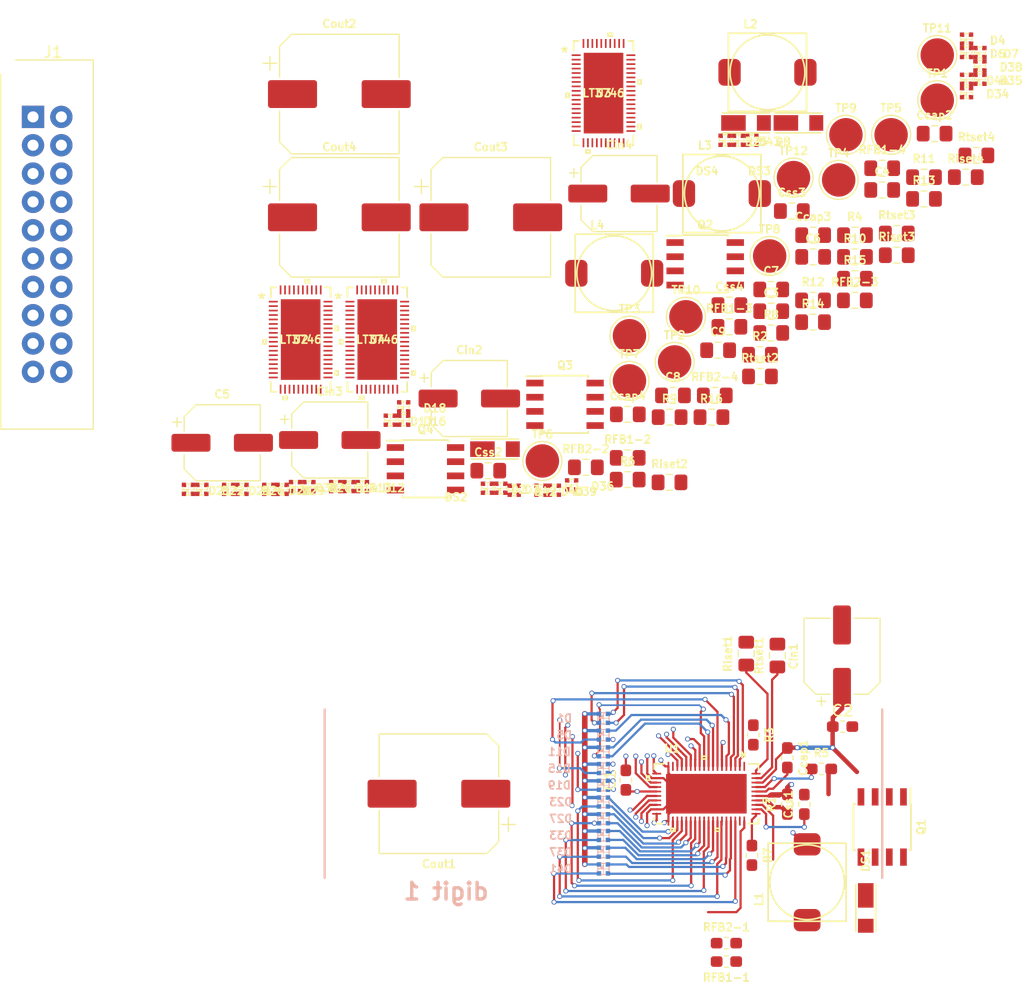
<source format=kicad_pcb>
(kicad_pcb (version 20171130) (host pcbnew 5.0.2-bee76a0~70~ubuntu18.04.1)
  (layers (0 F.Cu signal) (1 In1.Cu signal) (2 In2.Cu signal) (31 B.Cu signal) (34 B.Paste user hide) (35 F.Paste user) (36 B.SilkS user) (37 F.SilkS user) (38 B.Mask user) (39 F.Mask user) (44 Edge.Cuts user))
  (net 0 "")
  (net 1 +5V)
  (net 2 GND)
  (net 3 +15V)
  (net 4 "Net-(Ccap1-Pad2)")
  (net 5 "Net-(Ccap2-Pad2)")
  (net 6 "Net-(Ccap3-Pad2)")
  (net 7 "Net-(Ccap4-Pad2)")
  (net 8 VPP)
  (net 9 "Net-(Css1-Pad1)")
  (net 10 "Net-(Css2-Pad1)")
  (net 11 "Net-(Css3-Pad1)")
  (net 12 "Net-(Css4-Pad1)")
  (net 13 /1-0-B)
  (net 14 /1-0-G)
  (net 15 /1-0-R)
  (net 16 /2-0-B)
  (net 17 /2-0-G)
  (net 18 /2-0-R)
  (net 19 /3-0-R)
  (net 20 /3-0-G)
  (net 21 /3-0-B)
  (net 22 /4-0-R)
  (net 23 /4-0-G)
  (net 24 /4-0-B)
  (net 25 /1-1-R)
  (net 26 /1-1-G)
  (net 27 /1-1-B)
  (net 28 /2-1-R)
  (net 29 /2-1-G)
  (net 30 /2-1-B)
  (net 31 /3-1-B)
  (net 32 /3-1-G)
  (net 33 /3-1-R)
  (net 34 /4-1-B)
  (net 35 /4-1-G)
  (net 36 /1-2-R)
  (net 37 /1-2-G)
  (net 38 /1-2-B)
  (net 39 /2-2-B)
  (net 40 /2-2-G)
  (net 41 /2-2-R)
  (net 42 /3-2-B)
  (net 43 /3-2-G)
  (net 44 /3-2-R)
  (net 45 /4-2-R)
  (net 46 /4-2-G)
  (net 47 /4-2-B)
  (net 48 /1-3-R)
  (net 49 /1-3-G)
  (net 50 /1-3-B)
  (net 51 /2-3-R)
  (net 52 /2-3-G)
  (net 53 /2-3-B)
  (net 54 /3-3-R)
  (net 55 /3-3-G)
  (net 56 /3-3-B)
  (net 57 /4-3-B)
  (net 58 /4-3-G)
  (net 59 /4-3-R)
  (net 60 /1-4-B)
  (net 61 /1-4-G)
  (net 62 /1-4-R)
  (net 63 /2-4-B)
  (net 64 /2-4-G)
  (net 65 /2-4-R)
  (net 66 /3-4-B)
  (net 67 /3-4-G)
  (net 68 /3-4-R)
  (net 69 /4-4-R)
  (net 70 /4-4-G)
  (net 71 /4-4-B)
  (net 72 /1-5-R)
  (net 73 /1-5-G)
  (net 74 /1-5-B)
  (net 75 /2-5-R)
  (net 76 /2-5-G)
  (net 77 /2-5-B)
  (net 78 /3-5-R)
  (net 79 /3-5-G)
  (net 80 /3-5-B)
  (net 81 /4-5-B)
  (net 82 /4-5-G)
  (net 83 /4-5-R)
  (net 84 /1-6-R)
  (net 85 /1-6-G)
  (net 86 /1-6-B)
  (net 87 /2-6-B)
  (net 88 /2-6-G)
  (net 89 /2-6-R)
  (net 90 /3-6-B)
  (net 91 /3-6-G)
  (net 92 /3-6-R)
  (net 93 /4-6-R)
  (net 94 /4-6-G)
  (net 95 /4-6-B)
  (net 96 /1-7-R)
  (net 97 /1-7-G)
  (net 98 /1-7-B)
  (net 99 /2-7-B)
  (net 100 /2-7-G)
  (net 101 /2-7-R)
  (net 102 /3-7-R)
  (net 103 /3-7-G)
  (net 104 /3-7-B)
  (net 105 /4-7-B)
  (net 106 /4-7-G)
  (net 107 /4-7-R)
  (net 108 /1-8-R)
  (net 109 /1-8-G)
  (net 110 /1-8-B)
  (net 111 /2-8-R)
  (net 112 /2-8-G)
  (net 113 /2-8-B)
  (net 114 /3-8-B)
  (net 115 /3-8-G)
  (net 116 /3-8-R)
  (net 117 /4-8-R)
  (net 118 /4-8-G)
  (net 119 /4-8-B)
  (net 120 /1-9-B)
  (net 121 /1-9-G)
  (net 122 /1-9-R)
  (net 123 /2-9-B)
  (net 124 /2-9-G)
  (net 125 /2-9-R)
  (net 126 /3-9-B)
  (net 127 /3-9-G)
  (net 128 /4-9-B)
  (net 129 /4-9-G)
  (net 130 /4-9-R)
  (net 131 "Net-(DS1-Pad1)")
  (net 132 "Net-(DS2-Pad1)")
  (net 133 "Net-(DS3-Pad1)")
  (net 134 "Net-(DS4-Pad1)")
  (net 135 /PWMCK)
  (net 136 /SYNC)
  (net 137 /LDO)
  (net 138 /SCKO)
  (net 139 /SDO)
  (net 140 /LDI-1)
  (net 141 /SCKI-1)
  (net 142 /SDI-1)
  (net 143 "Net-(L1-Pad2)")
  (net 144 "Net-(L2-Pad2)")
  (net 145 "Net-(L3-Pad2)")
  (net 146 "Net-(L4-Pad2)")
  (net 147 "Net-(Q1-Pad4)")
  (net 148 "Net-(Q2-Pad4)")
  (net 149 "Net-(Q3-Pad4)")
  (net 150 "Net-(Q4-Pad4)")
  (net 151 "Net-(R3-Pad2)")
  (net 152 "Net-(R4-Pad2)")
  (net 153 "Net-(R5-Pad1)")
  (net 154 "Net-(R6-Pad1)")
  (net 155 "Net-(R7-Pad1)")
  (net 156 "Net-(R8-Pad1)")
  (net 157 "Net-(R11-Pad2)")
  (net 158 "Net-(R12-Pad2)")
  (net 159 "Net-(R13-Pad1)")
  (net 160 "Net-(R14-Pad1)")
  (net 161 "Net-(R15-Pad1)")
  (net 162 "Net-(R16-Pad1)")
  (net 163 "Net-(RFB1-1-Pad2)")
  (net 164 "Net-(RFB1-2-Pad2)")
  (net 165 "Net-(RFB1-3-Pad2)")
  (net 166 "Net-(RFB1-4-Pad2)")
  (net 167 "Net-(Riset1-Pad1)")
  (net 168 "Net-(Riset2-Pad1)")
  (net 169 "Net-(Riset3-Pad1)")
  (net 170 "Net-(Riset4-Pad1)")
  (net 171 "Net-(Rtset1-Pad1)")
  (net 172 "Net-(Rtset2-Pad1)")
  (net 173 "Net-(Rtset3-Pad1)")
  (net 174 "Net-(Rtset4-Pad1)")
  (net 175 /LDI-2)
  (net 176 /SDI-2)
  (net 177 /SCKI-2)
  (net 178 /LDI-3)
  (net 179 /SDI-3)
  (net 180 /SCKI-3)
  (net 181 "Net-(U2-Pad30)")
  (net 182 "Net-(U2-Pad31)")
  (net 183 /3-9-R)
  (net 184 "Net-(U3-Pad31)")
  (net 185 "Net-(U3-Pad30)")
  (net 186 /SCKI-4)
  (net 187 /SDI-4)
  (net 188 /LDI-4)
  (net 189 "Net-(U4-Pad31)")
  (net 190 "Net-(U4-Pad30)")
  (net 191 /4-1-R)
  (net 192 "Net-(U1-Pad17)")
  (net 193 "Net-(U1-Pad45)")
  (module LT3746:LT3746EUHH-TRPBF (layer F.Cu) (at 76.6864 83.757 270)
    (fp_text reference U1 (at -4.064 3.048 180) (layer F.SilkS) (effects (font (size 0.7 0.7))))
    (fp_text value LT3746 hide)
    (fp_text user * (at -3.489801 -3.6 270) (layer F.SilkS))
    (fp_text user * (at -3.489801 -3.6 270) (layer F.SilkS))
    (pad 1 smd rect (at -2.4524 -3.400001) (size 0.1484 0.8048) (layers F.Cu F.Paste F.Mask) (net 151 "Net-(R3-Pad2)"))
    (pad 2 smd rect (at -2.4524 -2.999999) (size 0.1484 0.8048) (layers F.Cu F.Paste F.Mask) (net 13 /1-0-B))
    (pad 3 smd rect (at -2.4524 -2.6) (size 0.1484 0.8048) (layers F.Cu F.Paste F.Mask) (net 14 /1-0-G))
    (pad 4 smd rect (at -2.4524 -2.200001) (size 0.1484 0.8048) (layers F.Cu F.Paste F.Mask) (net 15 /1-0-R))
    (pad 5 smd rect (at -2.4524 -1.799999) (size 0.1484 0.8048) (layers F.Cu F.Paste F.Mask) (net 27 /1-1-B))
    (pad 6 smd rect (at -2.4524 -1.4) (size 0.1484 0.8048) (layers F.Cu F.Paste F.Mask) (net 26 /1-1-G))
    (pad 7 smd rect (at -2.4524 -1.000001) (size 0.1484 0.8048) (layers F.Cu F.Paste F.Mask) (net 25 /1-1-R))
    (pad 8 smd rect (at -2.4524 -0.599999) (size 0.1484 0.8048) (layers F.Cu F.Paste F.Mask) (net 38 /1-2-B))
    (pad 9 smd rect (at -2.4524 -0.2) (size 0.1484 0.8048) (layers F.Cu F.Paste F.Mask) (net 37 /1-2-G))
    (pad 10 smd rect (at -2.4524 0.2) (size 0.1484 0.8048) (layers F.Cu F.Paste F.Mask) (net 36 /1-2-R))
    (pad 11 smd rect (at -2.4524 0.599999) (size 0.1484 0.8048) (layers F.Cu F.Paste F.Mask) (net 50 /1-3-B))
    (pad 12 smd rect (at -2.4524 1.000001) (size 0.1484 0.8048) (layers F.Cu F.Paste F.Mask) (net 49 /1-3-G))
    (pad 13 smd rect (at -2.4524 1.4) (size 0.1484 0.8048) (layers F.Cu F.Paste F.Mask) (net 48 /1-3-R))
    (pad 14 smd rect (at -2.4524 1.799999) (size 0.1484 0.8048) (layers F.Cu F.Paste F.Mask) (net 60 /1-4-B))
    (pad 15 smd rect (at -2.4524 2.200001) (size 0.1484 0.8048) (layers F.Cu F.Paste F.Mask) (net 61 /1-4-G))
    (pad 16 smd rect (at -2.4524 2.6) (size 0.1484 0.8048) (layers F.Cu F.Paste F.Mask) (net 62 /1-4-R))
    (pad 17 smd rect (at -2.4524 2.999999) (size 0.1484 0.8048) (layers F.Cu F.Paste F.Mask) (net 192 "Net-(U1-Pad17)"))
    (pad 18 smd rect (at -2.4524 3.400001) (size 0.1484 0.8048) (layers F.Cu F.Paste F.Mask) (net 2 GND))
    (pad 19 smd rect (at -1.799999 4.452402 270) (size 0.1484 0.8048) (layers F.Cu F.Paste F.Mask) (net 141 /SCKI-1))
    (pad 20 smd rect (at -1.4 4.452402 270) (size 0.1484 0.8048) (layers F.Cu F.Paste F.Mask) (net 2 GND))
    (pad 21 smd rect (at -1.000001 4.452402 270) (size 0.1484 0.8048) (layers F.Cu F.Paste F.Mask) (net 142 /SDI-1))
    (pad 22 smd rect (at -0.599999 4.452402 270) (size 0.1484 0.8048) (layers F.Cu F.Paste F.Mask) (net 140 /LDI-1))
    (pad 23 smd rect (at -0.2 4.452402 270) (size 0.1484 0.8048) (layers F.Cu F.Paste F.Mask) (net 1 +5V))
    (pad 24 smd rect (at 0.2 4.452402 270) (size 0.1484 0.8048) (layers F.Cu F.Paste F.Mask) (net 135 /PWMCK))
    (pad 25 smd rect (at 0.599999 4.452402 270) (size 0.1484 0.8048) (layers F.Cu F.Paste F.Mask) (net 175 /LDI-2))
    (pad 26 smd rect (at 1.000001 4.452402 270) (size 0.1484 0.8048) (layers F.Cu F.Paste F.Mask) (net 176 /SDI-2))
    (pad 27 smd rect (at 1.4 4.452402 270) (size 0.1484 0.8048) (layers F.Cu F.Paste F.Mask) (net 2 GND))
    (pad 28 smd rect (at 1.799999 4.452402 270) (size 0.1484 0.8048) (layers F.Cu F.Paste F.Mask) (net 177 /SCKI-2))
    (pad 29 smd rect (at 2.4524 3.400001) (size 0.1484 0.8048) (layers F.Cu F.Paste F.Mask) (net 2 GND))
    (pad 30 smd rect (at 2.4524 2.999999) (size 0.1484 0.8048) (layers F.Cu F.Paste F.Mask) (net 74 /1-5-B))
    (pad 31 smd rect (at 2.4524 2.6) (size 0.1484 0.8048) (layers F.Cu F.Paste F.Mask) (net 73 /1-5-G))
    (pad 32 smd rect (at 2.4524 2.200001) (size 0.1484 0.8048) (layers F.Cu F.Paste F.Mask) (net 72 /1-5-R))
    (pad 33 smd rect (at 2.4524 1.799999) (size 0.1484 0.8048) (layers F.Cu F.Paste F.Mask) (net 86 /1-6-B))
    (pad 34 smd rect (at 2.4524 1.4) (size 0.1484 0.8048) (layers F.Cu F.Paste F.Mask) (net 85 /1-6-G))
    (pad 35 smd rect (at 2.4524 1.000001) (size 0.1484 0.8048) (layers F.Cu F.Paste F.Mask) (net 84 /1-6-R))
    (pad 36 smd rect (at 2.4524 0.600001) (size 0.1484 0.8048) (layers F.Cu F.Paste F.Mask) (net 98 /1-7-B))
    (pad 37 smd rect (at 2.4524 0.2) (size 0.1484 0.8048) (layers F.Cu F.Paste F.Mask) (net 97 /1-7-G))
    (pad 38 smd rect (at 2.4524 -0.2) (size 0.1484 0.8048) (layers F.Cu F.Paste F.Mask) (net 96 /1-7-R))
    (pad 39 smd rect (at 2.4524 -0.599999) (size 0.1484 0.8048) (layers F.Cu F.Paste F.Mask) (net 110 /1-8-B))
    (pad 40 smd rect (at 2.4524 -1.000001) (size 0.1484 0.8048) (layers F.Cu F.Paste F.Mask) (net 109 /1-8-G))
    (pad 41 smd rect (at 2.4524 -1.4) (size 0.1484 0.8048) (layers F.Cu F.Paste F.Mask) (net 108 /1-8-R))
    (pad 42 smd rect (at 2.4524 -1.799999) (size 0.1484 0.8048) (layers F.Cu F.Paste F.Mask) (net 120 /1-9-B))
    (pad 43 smd rect (at 2.4524 -2.200001) (size 0.1484 0.8048) (layers F.Cu F.Paste F.Mask) (net 121 /1-9-G))
    (pad 44 smd rect (at 2.4524 -2.6) (size 0.1484 0.8048) (layers F.Cu F.Paste F.Mask) (net 122 /1-9-R))
    (pad 45 smd rect (at 2.4524 -2.999999) (size 0.1484 0.8048) (layers F.Cu F.Paste F.Mask) (net 193 "Net-(U1-Pad45)"))
    (pad 46 smd rect (at 2.4524 -3.399998) (size 0.1484 0.8048) (layers F.Cu F.Paste F.Mask) (net 136 /SYNC))
    (pad 47 smd rect (at 1.799999 -4.452402 270) (size 0.1484 0.8048) (layers F.Cu F.Paste F.Mask) (net 155 "Net-(R7-Pad1)"))
    (pad 48 smd rect (at 1.4 -4.452402 270) (size 0.1484 0.8048) (layers F.Cu F.Paste F.Mask) (net 9 "Net-(Css1-Pad1)"))
    (pad 49 smd rect (at 1.000001 -4.452402 270) (size 0.1484 0.8048) (layers F.Cu F.Paste F.Mask) (net 163 "Net-(RFB1-1-Pad2)"))
    (pad 50 smd rect (at 0.599999 -4.452402 270) (size 0.1484 0.8048) (layers F.Cu F.Paste F.Mask) (net 8 VPP))
    (pad 51 smd rect (at 0.2 -4.452402 270) (size 0.1484 0.8048) (layers F.Cu F.Paste F.Mask) (net 143 "Net-(L1-Pad2)"))
    (pad 52 smd rect (at -0.2 -4.452402 270) (size 0.1484 0.8048) (layers F.Cu F.Paste F.Mask) (net 4 "Net-(Ccap1-Pad2)"))
    (pad 53 smd rect (at -0.599999 -4.452402 270) (size 0.1484 0.8048) (layers F.Cu F.Paste F.Mask) (net 153 "Net-(R5-Pad1)"))
    (pad 54 smd rect (at -1.000001 -4.452402 270) (size 0.1484 0.8048) (layers F.Cu F.Paste F.Mask) (net 3 +15V))
    (pad 55 smd rect (at -1.4 -4.452402 270) (size 0.1484 0.8048) (layers F.Cu F.Paste F.Mask) (net 171 "Net-(Rtset1-Pad1)"))
    (pad 56 smd rect (at -1.799999 -4.452402 270) (size 0.1484 0.8048) (layers F.Cu F.Paste F.Mask) (net 167 "Net-(Riset1-Pad1)"))
    (pad 57 smd rect (at 0 0 270) (size 3.55 7.230001) (layers F.Cu F.Paste F.Mask) (net 2 GND))
  )
  (module LEDs:WL-SFCC (layer B.Cu) (at 67.4598 90.5)
    (fp_text reference D41 (at -3.829 0) (layer B.SilkS) (effects (font (size 0.7 0.7)) (justify mirror)))
    (fp_text value WL-SFCC hide)
    (pad 1 smd rect (at -0.4 -0.4) (size 0.4 0.4) (layers B.Cu B.Paste B.Mask) (net 8 VPP))
    (pad 2 smd rect (at -0.4 0.4) (size 0.4 0.4) (layers B.Cu B.Paste B.Mask) (net 122 /1-9-R))
    (pad 3 smd rect (at 0.4 0.4) (size 0.4 0.4) (layers B.Cu B.Paste B.Mask) (net 121 /1-9-G))
    (pad 4 smd rect (at 0.4 -0.4) (size 0.4 0.4) (layers B.Cu B.Paste B.Mask) (net 120 /1-9-B))
  )
  (module LEDs:WL-SFCC (layer B.Cu) (at 67.4598 89)
    (fp_text reference D37 (at -3.829 0) (layer B.SilkS) (effects (font (size 0.7 0.7)) (justify mirror)))
    (fp_text value WL-SFCC hide)
    (pad 4 smd rect (at 0.4 -0.4) (size 0.4 0.4) (layers B.Cu B.Paste B.Mask) (net 110 /1-8-B))
    (pad 3 smd rect (at 0.4 0.4) (size 0.4 0.4) (layers B.Cu B.Paste B.Mask) (net 109 /1-8-G))
    (pad 2 smd rect (at -0.4 0.4) (size 0.4 0.4) (layers B.Cu B.Paste B.Mask) (net 108 /1-8-R))
    (pad 1 smd rect (at -0.4 -0.4) (size 0.4 0.4) (layers B.Cu B.Paste B.Mask) (net 8 VPP))
  )
  (module LEDs:WL-SFCC (layer B.Cu) (at 67.4598 87.5)
    (fp_text reference D33 (at -3.829 0) (layer B.SilkS) (effects (font (size 0.7 0.7)) (justify mirror)))
    (fp_text value WL-SFCC hide)
    (pad 1 smd rect (at -0.4 -0.4) (size 0.4 0.4) (layers B.Cu B.Paste B.Mask) (net 8 VPP))
    (pad 2 smd rect (at -0.4 0.4) (size 0.4 0.4) (layers B.Cu B.Paste B.Mask) (net 96 /1-7-R))
    (pad 3 smd rect (at 0.4 0.4) (size 0.4 0.4) (layers B.Cu B.Paste B.Mask) (net 97 /1-7-G))
    (pad 4 smd rect (at 0.4 -0.4) (size 0.4 0.4) (layers B.Cu B.Paste B.Mask) (net 98 /1-7-B))
  )
  (module LEDs:WL-SFCC (layer B.Cu) (at 67.4598 86)
    (fp_text reference D27 (at -3.829 0) (layer B.SilkS) (effects (font (size 0.7 0.7)) (justify mirror)))
    (fp_text value WL-SFCC hide)
    (pad 4 smd rect (at 0.4 -0.4) (size 0.4 0.4) (layers B.Cu B.Paste B.Mask) (net 86 /1-6-B))
    (pad 3 smd rect (at 0.4 0.4) (size 0.4 0.4) (layers B.Cu B.Paste B.Mask) (net 85 /1-6-G))
    (pad 2 smd rect (at -0.4 0.4) (size 0.4 0.4) (layers B.Cu B.Paste B.Mask) (net 84 /1-6-R))
    (pad 1 smd rect (at -0.4 -0.4) (size 0.4 0.4) (layers B.Cu B.Paste B.Mask) (net 8 VPP))
  )
  (module LEDs:WL-SFCC (layer B.Cu) (at 67.4598 84.5)
    (fp_text reference D23 (at -3.829 0) (layer B.SilkS) (effects (font (size 0.7 0.7)) (justify mirror)))
    (fp_text value WL-SFCC hide)
    (pad 1 smd rect (at -0.4 -0.4) (size 0.4 0.4) (layers B.Cu B.Paste B.Mask) (net 8 VPP))
    (pad 2 smd rect (at -0.4 0.4) (size 0.4 0.4) (layers B.Cu B.Paste B.Mask) (net 72 /1-5-R))
    (pad 3 smd rect (at 0.4 0.4) (size 0.4 0.4) (layers B.Cu B.Paste B.Mask) (net 73 /1-5-G))
    (pad 4 smd rect (at 0.4 -0.4) (size 0.4 0.4) (layers B.Cu B.Paste B.Mask) (net 74 /1-5-B))
  )
  (module LEDs:WL-SFCC (layer B.Cu) (at 67.4598 83)
    (fp_text reference D19 (at -3.956 0) (layer B.SilkS) (effects (font (size 0.7 0.7)) (justify mirror)))
    (fp_text value WL-SFCC hide)
    (pad 4 smd rect (at 0.4 -0.4) (size 0.4 0.4) (layers B.Cu B.Paste B.Mask) (net 60 /1-4-B))
    (pad 3 smd rect (at 0.4 0.4) (size 0.4 0.4) (layers B.Cu B.Paste B.Mask) (net 61 /1-4-G))
    (pad 2 smd rect (at -0.4 0.4) (size 0.4 0.4) (layers B.Cu B.Paste B.Mask) (net 62 /1-4-R))
    (pad 1 smd rect (at -0.4 -0.4) (size 0.4 0.4) (layers B.Cu B.Paste B.Mask) (net 8 VPP))
  )
  (module LEDs:WL-SFCC (layer B.Cu) (at 67.4598 81.5)
    (fp_text reference D15 (at -3.956 0) (layer B.SilkS) (effects (font (size 0.7 0.7)) (justify mirror)))
    (fp_text value WL-SFCC hide)
    (pad 1 smd rect (at -0.4 -0.4) (size 0.4 0.4) (layers B.Cu B.Paste B.Mask) (net 8 VPP))
    (pad 2 smd rect (at -0.4 0.4) (size 0.4 0.4) (layers B.Cu B.Paste B.Mask) (net 48 /1-3-R))
    (pad 3 smd rect (at 0.4 0.4) (size 0.4 0.4) (layers B.Cu B.Paste B.Mask) (net 49 /1-3-G))
    (pad 4 smd rect (at 0.4 -0.4) (size 0.4 0.4) (layers B.Cu B.Paste B.Mask) (net 50 /1-3-B))
  )
  (module LEDs:WL-SFCC (layer B.Cu) (at 67.4598 80)
    (fp_text reference D11 (at -3.956 0) (layer B.SilkS) (effects (font (size 0.7 0.7)) (justify mirror)))
    (fp_text value WL-SFCC hide)
    (pad 4 smd rect (at 0.4 -0.4) (size 0.4 0.4) (layers B.Cu B.Paste B.Mask) (net 38 /1-2-B))
    (pad 3 smd rect (at 0.4 0.4) (size 0.4 0.4) (layers B.Cu B.Paste B.Mask) (net 37 /1-2-G))
    (pad 2 smd rect (at -0.4 0.4) (size 0.4 0.4) (layers B.Cu B.Paste B.Mask) (net 36 /1-2-R))
    (pad 1 smd rect (at -0.4 -0.4) (size 0.4 0.4) (layers B.Cu B.Paste B.Mask) (net 8 VPP))
  )
  (module LEDs:WL-SFCC (layer B.Cu) (at 67.4598 78.5)
    (fp_text reference D5 (at -3.5115 0) (layer B.SilkS) (effects (font (size 0.7 0.7)) (justify mirror)))
    (fp_text value WL-SFCC hide)
    (pad 1 smd rect (at -0.4 -0.4) (size 0.4 0.4) (layers B.Cu B.Paste B.Mask) (net 8 VPP))
    (pad 2 smd rect (at -0.4 0.4) (size 0.4 0.4) (layers B.Cu B.Paste B.Mask) (net 25 /1-1-R))
    (pad 3 smd rect (at 0.4 0.4) (size 0.4 0.4) (layers B.Cu B.Paste B.Mask) (net 26 /1-1-G))
    (pad 4 smd rect (at 0.4 -0.4) (size 0.4 0.4) (layers B.Cu B.Paste B.Mask) (net 27 /1-1-B))
  )
  (module Capacitor_SMD:C_0805_2012Metric_Pad1.15x1.40mm_HandSolder (layer F.Cu) (at 82.503001 40.489001)
    (fp_text reference C3 (at 0 -1.65) (layer F.SilkS) (effects (font (size 0.7 0.7))))
    (fp_text value 100n)
    (pad 2 smd roundrect (at 1.025 0) (size 1.15 1.4) (layers F.Cu F.Paste F.Mask) (roundrect_rratio 0.217391) (net 2 GND))
    (pad 1 smd roundrect (at -1.025 0) (size 1.15 1.4) (layers F.Cu F.Paste F.Mask) (roundrect_rratio 0.217391) (net 1 +5V))
  )
  (module Capacitor_SMD:C_0805_2012Metric_Pad1.15x1.40mm_HandSolder (layer F.Cu) (at 92.453001 29.619001)
    (fp_text reference C4 (at 0 -1.65) (layer F.SilkS) (effects (font (size 0.7 0.7))))
    (fp_text value 100n)
    (pad 2 smd roundrect (at 1.025 0) (size 1.15 1.4) (layers F.Cu F.Paste F.Mask) (roundrect_rratio 0.217391) (net 2 GND))
    (pad 1 smd roundrect (at -1.025 0) (size 1.15 1.4) (layers F.Cu F.Paste F.Mask) (roundrect_rratio 0.217391) (net 3 +15V))
  )
  (module Capacitor_SMD:CP_Elec_6.3x5.9 (layer F.Cu) (at 33.273001 52.289001)
    (fp_text reference C5 (at 0 -4.35) (layer F.SilkS) (effects (font (size 0.7 0.7))))
    (fp_text value 10u)
    (pad 1 smd roundrect (at -2.8 0) (size 3.5 1.6) (layers F.Cu F.Paste F.Mask) (roundrect_rratio 0.15625) (net 1 +5V))
    (pad 2 smd roundrect (at 2.8 0) (size 3.5 1.6) (layers F.Cu F.Paste F.Mask) (roundrect_rratio 0.15625) (net 2 GND))
  )
  (module Capacitor_SMD:C_0805_2012Metric_Pad1.15x1.40mm_HandSolder (layer F.Cu) (at 86.263001 35.619001)
    (fp_text reference C6 (at 0 -1.65) (layer F.SilkS) (effects (font (size 0.7 0.7))))
    (fp_text value 100n)
    (pad 1 smd roundrect (at -1.025 0) (size 1.15 1.4) (layers F.Cu F.Paste F.Mask) (roundrect_rratio 0.217391) (net 1 +5V))
    (pad 2 smd roundrect (at 1.025 0) (size 1.15 1.4) (layers F.Cu F.Paste F.Mask) (roundrect_rratio 0.217391) (net 2 GND))
  )
  (module Capacitor_SMD:C_0805_2012Metric_Pad1.15x1.40mm_HandSolder (layer F.Cu) (at 82.503001 38.539001)
    (fp_text reference C7 (at 0 -1.65) (layer F.SilkS) (effects (font (size 0.7 0.7))))
    (fp_text value 100n)
    (pad 2 smd roundrect (at 1.025 0) (size 1.15 1.4) (layers F.Cu F.Paste F.Mask) (roundrect_rratio 0.217391) (net 2 GND))
    (pad 1 smd roundrect (at -1.025 0) (size 1.15 1.4) (layers F.Cu F.Paste F.Mask) (roundrect_rratio 0.217391) (net 3 +15V))
  )
  (module Capacitor_SMD:C_0805_2012Metric_Pad1.15x1.40mm_HandSolder (layer F.Cu) (at 73.693001 48.039001)
    (fp_text reference C8 (at 0 -1.65) (layer F.SilkS) (effects (font (size 0.7 0.7))))
    (fp_text value 100n)
    (pad 2 smd roundrect (at 1.025 0) (size 1.15 1.4) (layers F.Cu F.Paste F.Mask) (roundrect_rratio 0.217391) (net 2 GND))
    (pad 1 smd roundrect (at -1.025 0) (size 1.15 1.4) (layers F.Cu F.Paste F.Mask) (roundrect_rratio 0.217391) (net 1 +5V))
  )
  (module Capacitor_SMD:C_0805_2012Metric_Pad1.15x1.40mm_HandSolder (layer F.Cu) (at 77.743001 43.989001)
    (fp_text reference C9 (at 0 -1.65) (layer F.SilkS) (effects (font (size 0.7 0.7))))
    (fp_text value 100n)
    (pad 1 smd roundrect (at -1.025 0) (size 1.15 1.4) (layers F.Cu F.Paste F.Mask) (roundrect_rratio 0.217391) (net 3 +15V))
    (pad 2 smd roundrect (at 1.025 0) (size 1.15 1.4) (layers F.Cu F.Paste F.Mask) (roundrect_rratio 0.217391) (net 2 GND))
  )
  (module Capacitor_SMD:C_0805_2012Metric_Pad1.15x1.40mm_HandSolder (layer F.Cu) (at 97.153001 24.569001)
    (fp_text reference Ccap2 (at 0 -1.65) (layer F.SilkS) (effects (font (size 0.7 0.7))))
    (fp_text value 470n)
    (pad 2 smd roundrect (at 1.025 0) (size 1.15 1.4) (layers F.Cu F.Paste F.Mask) (roundrect_rratio 0.217391) (net 5 "Net-(Ccap2-Pad2)"))
    (pad 1 smd roundrect (at -1.025 0) (size 1.15 1.4) (layers F.Cu F.Paste F.Mask) (roundrect_rratio 0.217391) (net 3 +15V))
  )
  (module Capacitor_SMD:C_0805_2012Metric_Pad1.15x1.40mm_HandSolder (layer F.Cu) (at 86.263001 33.669001)
    (fp_text reference Ccap3 (at 0 -1.65) (layer F.SilkS) (effects (font (size 0.7 0.7))))
    (fp_text value 470n)
    (pad 1 smd roundrect (at -1.025 0) (size 1.15 1.4) (layers F.Cu F.Paste F.Mask) (roundrect_rratio 0.217391) (net 3 +15V))
    (pad 2 smd roundrect (at 1.025 0) (size 1.15 1.4) (layers F.Cu F.Paste F.Mask) (roundrect_rratio 0.217391) (net 6 "Net-(Ccap3-Pad2)"))
  )
  (module Capacitor_SMD:C_0805_2012Metric_Pad1.15x1.40mm_HandSolder (layer F.Cu) (at 69.643001 49.739001)
    (fp_text reference Ccap4 (at 0 -1.65) (layer F.SilkS) (effects (font (size 0.7 0.7))))
    (fp_text value 470n)
    (pad 1 smd roundrect (at -1.025 0) (size 1.15 1.4) (layers F.Cu F.Paste F.Mask) (roundrect_rratio 0.217391) (net 3 +15V))
    (pad 2 smd roundrect (at 1.025 0) (size 1.15 1.4) (layers F.Cu F.Paste F.Mask) (roundrect_rratio 0.217391) (net 7 "Net-(Ccap4-Pad2)"))
  )
  (module Capacitor_SMD:CP_Elec_6.3x5.4 (layer F.Cu) (at 88.8498 71.425164 90)
    (fp_text reference Cin1 (at 0 -4.35 90) (layer F.SilkS) (effects (font (size 0.7 0.7))))
    (fp_text value 22u)
    (pad 2 smd roundrect (at 2.8 0 90) (size 3.5 1.6) (layers F.Cu F.Paste F.Mask) (roundrect_rratio 0.15625) (net 2 GND))
    (pad 1 smd roundrect (at -2.8 0 90) (size 3.5 1.6) (layers F.Cu F.Paste F.Mask) (roundrect_rratio 0.15625) (net 3 +15V))
  )
  (module Capacitor_SMD:CP_Elec_6.3x5.4 (layer F.Cu) (at 55.433001 48.319001)
    (fp_text reference Cin2 (at 0 -4.35) (layer F.SilkS) (effects (font (size 0.7 0.7))))
    (fp_text value 22u)
    (pad 2 smd roundrect (at 2.8 0) (size 3.5 1.6) (layers F.Cu F.Paste F.Mask) (roundrect_rratio 0.15625) (net 2 GND))
    (pad 1 smd roundrect (at -2.8 0) (size 3.5 1.6) (layers F.Cu F.Paste F.Mask) (roundrect_rratio 0.15625) (net 3 +15V))
  )
  (module Capacitor_SMD:CP_Elec_6.3x5.4 (layer F.Cu) (at 42.923001 52.039001)
    (fp_text reference Cin3 (at 0 -4.35) (layer F.SilkS) (effects (font (size 0.7 0.7))))
    (fp_text value 22u)
    (pad 1 smd roundrect (at -2.8 0) (size 3.5 1.6) (layers F.Cu F.Paste F.Mask) (roundrect_rratio 0.15625) (net 3 +15V))
    (pad 2 smd roundrect (at 2.8 0) (size 3.5 1.6) (layers F.Cu F.Paste F.Mask) (roundrect_rratio 0.15625) (net 2 GND))
  )
  (module Capacitor_SMD:CP_Elec_6.3x5.4 (layer F.Cu) (at 68.853001 29.939001)
    (fp_text reference Cin4 (at 0 -4.35) (layer F.SilkS) (effects (font (size 0.7 0.7))))
    (fp_text value 22u)
    (pad 1 smd roundrect (at -2.8 0) (size 3.5 1.6) (layers F.Cu F.Paste F.Mask) (roundrect_rratio 0.15625) (net 3 +15V))
    (pad 2 smd roundrect (at 2.8 0) (size 3.5 1.6) (layers F.Cu F.Paste F.Mask) (roundrect_rratio 0.15625) (net 2 GND))
  )
  (module Capacitor_SMD:CP_Elec_10x14.3 (layer F.Cu) (at 52.7088 83.757 180)
    (fp_text reference Cout1 (at 0 -6.3 180) (layer F.SilkS) (effects (font (size 0.7 0.7))))
    (fp_text value 220u)
    (pad 1 smd roundrect (at -4.2 0 180) (size 4.4 2.5) (layers F.Cu F.Paste F.Mask) (roundrect_rratio 0.1) (net 8 VPP))
    (pad 2 smd roundrect (at 4.2 0 180) (size 4.4 2.5) (layers F.Cu F.Paste F.Mask) (roundrect_rratio 0.1) (net 2 GND))
  )
  (module Capacitor_SMD:CP_Elec_10x14.3 (layer F.Cu) (at 43.778001 21.019001)
    (fp_text reference Cout2 (at 0 -6.3) (layer F.SilkS) (effects (font (size 0.7 0.7))))
    (fp_text value 220u)
    (pad 2 smd roundrect (at 4.2 0) (size 4.4 2.5) (layers F.Cu F.Paste F.Mask) (roundrect_rratio 0.1) (net 2 GND))
    (pad 1 smd roundrect (at -4.2 0) (size 4.4 2.5) (layers F.Cu F.Paste F.Mask) (roundrect_rratio 0.1) (net 8 VPP))
  )
  (module Capacitor_SMD:CP_Elec_10x14.3 (layer F.Cu) (at 57.358001 32.069001)
    (fp_text reference Cout3 (at 0 -6.3) (layer F.SilkS) (effects (font (size 0.7 0.7))))
    (fp_text value 220u)
    (pad 2 smd roundrect (at 4.2 0) (size 4.4 2.5) (layers F.Cu F.Paste F.Mask) (roundrect_rratio 0.1) (net 2 GND))
    (pad 1 smd roundrect (at -4.2 0) (size 4.4 2.5) (layers F.Cu F.Paste F.Mask) (roundrect_rratio 0.1) (net 8 VPP))
  )
  (module Capacitor_SMD:CP_Elec_10x14.3 (layer F.Cu) (at 43.778001 32.069001)
    (fp_text reference Cout4 (at 0 -6.3) (layer F.SilkS) (effects (font (size 0.7 0.7))))
    (fp_text value 220u)
    (pad 1 smd roundrect (at -4.2 0) (size 4.4 2.5) (layers F.Cu F.Paste F.Mask) (roundrect_rratio 0.1) (net 8 VPP))
    (pad 2 smd roundrect (at 4.2 0) (size 4.4 2.5) (layers F.Cu F.Paste F.Mask) (roundrect_rratio 0.1) (net 2 GND))
  )
  (module Capacitor_SMD:C_0805_2012Metric_Pad1.15x1.40mm_HandSolder (layer F.Cu) (at 57.133001 54.789001)
    (fp_text reference Css2 (at 0 -1.65) (layer F.SilkS) (effects (font (size 0.7 0.7))))
    (fp_text value 10n)
    (pad 2 smd roundrect (at 1.025 0) (size 1.15 1.4) (layers F.Cu F.Paste F.Mask) (roundrect_rratio 0.217391) (net 2 GND))
    (pad 1 smd roundrect (at -1.025 0) (size 1.15 1.4) (layers F.Cu F.Paste F.Mask) (roundrect_rratio 0.217391) (net 10 "Net-(Css2-Pad1)"))
  )
  (module Capacitor_SMD:C_0805_2012Metric_Pad1.15x1.40mm_HandSolder (layer F.Cu) (at 84.353001 31.509001)
    (fp_text reference Css3 (at 0 -1.65) (layer F.SilkS) (effects (font (size 0.7 0.7))))
    (fp_text value 10n)
    (pad 1 smd roundrect (at -1.025 0) (size 1.15 1.4) (layers F.Cu F.Paste F.Mask) (roundrect_rratio 0.217391) (net 11 "Net-(Css3-Pad1)"))
    (pad 2 smd roundrect (at 1.025 0) (size 1.15 1.4) (layers F.Cu F.Paste F.Mask) (roundrect_rratio 0.217391) (net 2 GND))
  )
  (module Capacitor_SMD:C_0805_2012Metric_Pad1.15x1.40mm_HandSolder (layer F.Cu) (at 78.753001 39.939001)
    (fp_text reference Css4 (at 0 -1.65) (layer F.SilkS) (effects (font (size 0.7 0.7))))
    (fp_text value 10n)
    (pad 2 smd roundrect (at 1.025 0) (size 1.15 1.4) (layers F.Cu F.Paste F.Mask) (roundrect_rratio 0.217391) (net 2 GND))
    (pad 1 smd roundrect (at -1.025 0) (size 1.15 1.4) (layers F.Cu F.Paste F.Mask) (roundrect_rratio 0.217391) (net 12 "Net-(Css4-Pad1)"))
  )
  (module LEDs:WL-SFCC (layer B.Cu) (at 67.4598 77)
    (fp_text reference D1 (at -3.5115 0) (layer B.SilkS) (effects (font (size 0.7 0.7)) (justify mirror)))
    (fp_text value WL-SFCC hide)
    (pad 4 smd rect (at 0.4 -0.4) (size 0.4 0.4) (layers B.Cu B.Paste B.Mask) (net 13 /1-0-B))
    (pad 3 smd rect (at 0.4 0.4) (size 0.4 0.4) (layers B.Cu B.Paste B.Mask) (net 14 /1-0-G))
    (pad 2 smd rect (at -0.4 0.4) (size 0.4 0.4) (layers B.Cu B.Paste B.Mask) (net 15 /1-0-R))
    (pad 1 smd rect (at -0.4 -0.4) (size 0.4 0.4) (layers B.Cu B.Paste B.Mask) (net 8 VPP))
  )
  (module LEDs:WL-SFCC (layer F.Cu) (at 57.058 56.364)
    (fp_text reference D2 (at 2.794 0.127) (layer F.SilkS) (effects (font (size 0.7 0.7))))
    (fp_text value WL-SFCC hide)
    (pad 4 smd rect (at 0.2 0.2) (size 0.4 0.4) (drill (offset 0.2 0.2)) (layers F.Cu F.Paste F.Mask) (net 16 /2-0-B))
    (pad 3 smd rect (at 0.2 -0.2) (size 0.4 0.4) (drill (offset 0.2 -0.2)) (layers F.Cu F.Paste F.Mask) (net 17 /2-0-G))
    (pad 2 smd rect (at -0.2 -0.2) (size 0.4 0.4) (drill (offset -0.2 -0.2)) (layers F.Cu F.Paste F.Mask) (net 18 /2-0-R))
    (pad 1 smd rect (at -0.2 0.2) (size 0.4 0.4) (drill (offset -0.2 0.2)) (layers F.Cu F.Paste F.Mask) (net 8 VPP))
  )
  (module LEDs:WL-SFCC (layer F.Cu) (at 58.258 56.364)
    (fp_text reference D3 (at 2.794 0.127) (layer F.SilkS) (effects (font (size 0.7 0.7))))
    (fp_text value WL-SFCC hide)
    (pad 1 smd rect (at -0.2 0.2) (size 0.4 0.4) (drill (offset -0.2 0.2)) (layers F.Cu F.Paste F.Mask) (net 8 VPP))
    (pad 2 smd rect (at -0.2 -0.2) (size 0.4 0.4) (drill (offset -0.2 -0.2)) (layers F.Cu F.Paste F.Mask) (net 19 /3-0-R))
    (pad 3 smd rect (at 0.2 -0.2) (size 0.4 0.4) (drill (offset 0.2 -0.2)) (layers F.Cu F.Paste F.Mask) (net 20 /3-0-G))
    (pad 4 smd rect (at 0.2 0.2) (size 0.4 0.4) (drill (offset 0.2 0.2)) (layers F.Cu F.Paste F.Mask) (net 21 /3-0-B))
  )
  (module LEDs:WL-SFCC (layer F.Cu) (at 100.018 16.094)
    (fp_text reference D4 (at 2.794 0.127) (layer F.SilkS) (effects (font (size 0.7 0.7))))
    (fp_text value WL-SFCC hide)
    (pad 1 smd rect (at -0.2 0.2) (size 0.4 0.4) (drill (offset -0.2 0.2)) (layers F.Cu F.Paste F.Mask) (net 8 VPP))
    (pad 2 smd rect (at -0.2 -0.2) (size 0.4 0.4) (drill (offset -0.2 -0.2)) (layers F.Cu F.Paste F.Mask) (net 22 /4-0-R))
    (pad 3 smd rect (at 0.2 -0.2) (size 0.4 0.4) (drill (offset 0.2 -0.2)) (layers F.Cu F.Paste F.Mask) (net 23 /4-0-G))
    (pad 4 smd rect (at 0.2 0.2) (size 0.4 0.4) (drill (offset 0.2 0.2)) (layers F.Cu F.Paste F.Mask) (net 24 /4-0-B))
  )
  (module LEDs:WL-SFCC (layer F.Cu) (at 100.018 17.294)
    (fp_text reference D6 (at 2.794 0.127) (layer F.SilkS) (effects (font (size 0.7 0.7))))
    (fp_text value WL-SFCC hide)
    (pad 1 smd rect (at -0.2 0.2) (size 0.4 0.4) (drill (offset -0.2 0.2)) (layers F.Cu F.Paste F.Mask) (net 8 VPP))
    (pad 2 smd rect (at -0.2 -0.2) (size 0.4 0.4) (drill (offset -0.2 -0.2)) (layers F.Cu F.Paste F.Mask) (net 28 /2-1-R))
    (pad 3 smd rect (at 0.2 -0.2) (size 0.4 0.4) (drill (offset 0.2 -0.2)) (layers F.Cu F.Paste F.Mask) (net 29 /2-1-G))
    (pad 4 smd rect (at 0.2 0.2) (size 0.4 0.4) (drill (offset 0.2 0.2)) (layers F.Cu F.Paste F.Mask) (net 30 /2-1-B))
  )
  (module LEDs:WL-SFCC (layer F.Cu) (at 101.218 17.294)
    (fp_text reference D7 (at 2.794 0.127) (layer F.SilkS) (effects (font (size 0.7 0.7))))
    (fp_text value WL-SFCC hide)
    (pad 4 smd rect (at 0.2 0.2) (size 0.4 0.4) (drill (offset 0.2 0.2)) (layers F.Cu F.Paste F.Mask) (net 31 /3-1-B))
    (pad 3 smd rect (at 0.2 -0.2) (size 0.4 0.4) (drill (offset 0.2 -0.2)) (layers F.Cu F.Paste F.Mask) (net 32 /3-1-G))
    (pad 2 smd rect (at -0.2 -0.2) (size 0.4 0.4) (drill (offset -0.2 -0.2)) (layers F.Cu F.Paste F.Mask) (net 33 /3-1-R))
    (pad 1 smd rect (at -0.2 0.2) (size 0.4 0.4) (drill (offset -0.2 0.2)) (layers F.Cu F.Paste F.Mask) (net 8 VPP))
  )
  (module LEDs:WL-SFCC (layer F.Cu) (at 80.768 25.164)
    (fp_text reference D8 (at 2.794 0.127) (layer F.SilkS) (effects (font (size 0.7 0.7))))
    (fp_text value WL-SFCC hide)
    (pad 4 smd rect (at 0.2 0.2) (size 0.4 0.4) (drill (offset 0.2 0.2)) (layers F.Cu F.Paste F.Mask) (net 34 /4-1-B))
    (pad 3 smd rect (at 0.2 -0.2) (size 0.4 0.4) (drill (offset 0.2 -0.2)) (layers F.Cu F.Paste F.Mask) (net 35 /4-1-G))
    (pad 2 smd rect (at -0.2 -0.2) (size 0.4 0.4) (drill (offset -0.2 -0.2)) (layers F.Cu F.Paste F.Mask) (net 34 /4-1-B))
    (pad 1 smd rect (at -0.2 0.2) (size 0.4 0.4) (drill (offset -0.2 0.2)) (layers F.Cu F.Paste F.Mask) (net 8 VPP))
  )
  (module LEDs:WL-SFCC (layer F.Cu) (at 45.848 56.214)
    (fp_text reference D12 (at 2.794 0.127) (layer F.SilkS) (effects (font (size 0.7 0.7))))
    (fp_text value WL-SFCC hide)
    (pad 4 smd rect (at 0.2 0.2) (size 0.4 0.4) (drill (offset 0.2 0.2)) (layers F.Cu F.Paste F.Mask) (net 39 /2-2-B))
    (pad 3 smd rect (at 0.2 -0.2) (size 0.4 0.4) (drill (offset 0.2 -0.2)) (layers F.Cu F.Paste F.Mask) (net 40 /2-2-G))
    (pad 2 smd rect (at -0.2 -0.2) (size 0.4 0.4) (drill (offset -0.2 -0.2)) (layers F.Cu F.Paste F.Mask) (net 41 /2-2-R))
    (pad 1 smd rect (at -0.2 0.2) (size 0.4 0.4) (drill (offset -0.2 0.2)) (layers F.Cu F.Paste F.Mask) (net 8 VPP))
  )
  (module LEDs:WL-SFCC (layer F.Cu) (at 44.648 56.214)
    (fp_text reference D13 (at 2.794 0.127) (layer F.SilkS) (effects (font (size 0.7 0.7))))
    (fp_text value WL-SFCC hide)
    (pad 4 smd rect (at 0.2 0.2) (size 0.4 0.4) (drill (offset 0.2 0.2)) (layers F.Cu F.Paste F.Mask) (net 42 /3-2-B))
    (pad 3 smd rect (at 0.2 -0.2) (size 0.4 0.4) (drill (offset 0.2 -0.2)) (layers F.Cu F.Paste F.Mask) (net 43 /3-2-G))
    (pad 2 smd rect (at -0.2 -0.2) (size 0.4 0.4) (drill (offset -0.2 -0.2)) (layers F.Cu F.Paste F.Mask) (net 44 /3-2-R))
    (pad 1 smd rect (at -0.2 0.2) (size 0.4 0.4) (drill (offset -0.2 0.2)) (layers F.Cu F.Paste F.Mask) (net 8 VPP))
  )
  (module LEDs:WL-SFCC (layer F.Cu) (at 43.448 56.214)
    (fp_text reference D14 (at 2.794 0.127) (layer F.SilkS) (effects (font (size 0.7 0.7))))
    (fp_text value WL-SFCC hide)
    (pad 1 smd rect (at -0.2 0.2) (size 0.4 0.4) (drill (offset -0.2 0.2)) (layers F.Cu F.Paste F.Mask) (net 8 VPP))
    (pad 2 smd rect (at -0.2 -0.2) (size 0.4 0.4) (drill (offset -0.2 -0.2)) (layers F.Cu F.Paste F.Mask) (net 45 /4-2-R))
    (pad 3 smd rect (at 0.2 -0.2) (size 0.4 0.4) (drill (offset 0.2 -0.2)) (layers F.Cu F.Paste F.Mask) (net 46 /4-2-G))
    (pad 4 smd rect (at 0.2 0.2) (size 0.4 0.4) (drill (offset 0.2 0.2)) (layers F.Cu F.Paste F.Mask) (net 47 /4-2-B))
  )
  (module LEDs:WL-SFCC (layer F.Cu) (at 49.548 50.264)
    (fp_text reference D16 (at 2.794 0.127) (layer F.SilkS) (effects (font (size 0.7 0.7))))
    (fp_text value WL-SFCC hide)
    (pad 1 smd rect (at -0.2 0.2) (size 0.4 0.4) (drill (offset -0.2 0.2)) (layers F.Cu F.Paste F.Mask) (net 8 VPP))
    (pad 2 smd rect (at -0.2 -0.2) (size 0.4 0.4) (drill (offset -0.2 -0.2)) (layers F.Cu F.Paste F.Mask) (net 51 /2-3-R))
    (pad 3 smd rect (at 0.2 -0.2) (size 0.4 0.4) (drill (offset 0.2 -0.2)) (layers F.Cu F.Paste F.Mask) (net 52 /2-3-G))
    (pad 4 smd rect (at 0.2 0.2) (size 0.4 0.4) (drill (offset 0.2 0.2)) (layers F.Cu F.Paste F.Mask) (net 53 /2-3-B))
  )
  (module LEDs:WL-SFCC (layer F.Cu) (at 48.348 50.264)
    (fp_text reference D17 (at 2.794 0.127) (layer F.SilkS) (effects (font (size 0.7 0.7))))
    (fp_text value WL-SFCC hide)
    (pad 1 smd rect (at -0.2 0.2) (size 0.4 0.4) (drill (offset -0.2 0.2)) (layers F.Cu F.Paste F.Mask) (net 8 VPP))
    (pad 2 smd rect (at -0.2 -0.2) (size 0.4 0.4) (drill (offset -0.2 -0.2)) (layers F.Cu F.Paste F.Mask) (net 54 /3-3-R))
    (pad 3 smd rect (at 0.2 -0.2) (size 0.4 0.4) (drill (offset 0.2 -0.2)) (layers F.Cu F.Paste F.Mask) (net 55 /3-3-G))
    (pad 4 smd rect (at 0.2 0.2) (size 0.4 0.4) (drill (offset 0.2 0.2)) (layers F.Cu F.Paste F.Mask) (net 56 /3-3-B))
  )
  (module LEDs:WL-SFCC (layer F.Cu) (at 49.548 49.064)
    (fp_text reference D18 (at 2.794 0.127) (layer F.SilkS) (effects (font (size 0.7 0.7))))
    (fp_text value WL-SFCC hide)
    (pad 4 smd rect (at 0.2 0.2) (size 0.4 0.4) (drill (offset 0.2 0.2)) (layers F.Cu F.Paste F.Mask) (net 57 /4-3-B))
    (pad 3 smd rect (at 0.2 -0.2) (size 0.4 0.4) (drill (offset 0.2 -0.2)) (layers F.Cu F.Paste F.Mask) (net 58 /4-3-G))
    (pad 2 smd rect (at -0.2 -0.2) (size 0.4 0.4) (drill (offset -0.2 -0.2)) (layers F.Cu F.Paste F.Mask) (net 59 /4-3-R))
    (pad 1 smd rect (at -0.2 0.2) (size 0.4 0.4) (drill (offset -0.2 0.2)) (layers F.Cu F.Paste F.Mask) (net 8 VPP))
  )
  (module LEDs:WL-SFCC (layer F.Cu) (at 41.048 56.214)
    (fp_text reference D20 (at 2.794 0.127) (layer F.SilkS) (effects (font (size 0.7 0.7))))
    (fp_text value WL-SFCC hide)
    (pad 4 smd rect (at 0.2 0.2) (size 0.4 0.4) (drill (offset 0.2 0.2)) (layers F.Cu F.Paste F.Mask) (net 63 /2-4-B))
    (pad 3 smd rect (at 0.2 -0.2) (size 0.4 0.4) (drill (offset 0.2 -0.2)) (layers F.Cu F.Paste F.Mask) (net 64 /2-4-G))
    (pad 2 smd rect (at -0.2 -0.2) (size 0.4 0.4) (drill (offset -0.2 -0.2)) (layers F.Cu F.Paste F.Mask) (net 65 /2-4-R))
    (pad 1 smd rect (at -0.2 0.2) (size 0.4 0.4) (drill (offset -0.2 0.2)) (layers F.Cu F.Paste F.Mask) (net 8 VPP))
  )
  (module LEDs:WL-SFCC (layer F.Cu) (at 30.248 56.464)
    (fp_text reference D21 (at 2.794 0.127) (layer F.SilkS) (effects (font (size 0.7 0.7))))
    (fp_text value WL-SFCC hide)
    (pad 4 smd rect (at 0.2 0.2) (size 0.4 0.4) (drill (offset 0.2 0.2)) (layers F.Cu F.Paste F.Mask) (net 66 /3-4-B))
    (pad 3 smd rect (at 0.2 -0.2) (size 0.4 0.4) (drill (offset 0.2 -0.2)) (layers F.Cu F.Paste F.Mask) (net 67 /3-4-G))
    (pad 2 smd rect (at -0.2 -0.2) (size 0.4 0.4) (drill (offset -0.2 -0.2)) (layers F.Cu F.Paste F.Mask) (net 68 /3-4-R))
    (pad 1 smd rect (at -0.2 0.2) (size 0.4 0.4) (drill (offset -0.2 0.2)) (layers F.Cu F.Paste F.Mask) (net 8 VPP))
  )
  (module LEDs:WL-SFCC (layer F.Cu) (at 31.448 56.464)
    (fp_text reference D22 (at 2.794 0.127) (layer F.SilkS) (effects (font (size 0.7 0.7))))
    (fp_text value WL-SFCC hide)
    (pad 1 smd rect (at -0.2 0.2) (size 0.4 0.4) (drill (offset -0.2 0.2)) (layers F.Cu F.Paste F.Mask) (net 8 VPP))
    (pad 2 smd rect (at -0.2 -0.2) (size 0.4 0.4) (drill (offset -0.2 -0.2)) (layers F.Cu F.Paste F.Mask) (net 69 /4-4-R))
    (pad 3 smd rect (at 0.2 -0.2) (size 0.4 0.4) (drill (offset 0.2 -0.2)) (layers F.Cu F.Paste F.Mask) (net 70 /4-4-G))
    (pad 4 smd rect (at 0.2 0.2) (size 0.4 0.4) (drill (offset 0.2 0.2)) (layers F.Cu F.Paste F.Mask) (net 71 /4-4-B))
  )
  (module LEDs:WL-SFCC (layer F.Cu) (at 33.848 56.464)
    (fp_text reference D24 (at 2.794 0.127) (layer F.SilkS) (effects (font (size 0.7 0.7))))
    (fp_text value WL-SFCC hide)
    (pad 1 smd rect (at -0.2 0.2) (size 0.4 0.4) (drill (offset -0.2 0.2)) (layers F.Cu F.Paste F.Mask) (net 8 VPP))
    (pad 2 smd rect (at -0.2 -0.2) (size 0.4 0.4) (drill (offset -0.2 -0.2)) (layers F.Cu F.Paste F.Mask) (net 75 /2-5-R))
    (pad 3 smd rect (at 0.2 -0.2) (size 0.4 0.4) (drill (offset 0.2 -0.2)) (layers F.Cu F.Paste F.Mask) (net 76 /2-5-G))
    (pad 4 smd rect (at 0.2 0.2) (size 0.4 0.4) (drill (offset 0.2 0.2)) (layers F.Cu F.Paste F.Mask) (net 77 /2-5-B))
  )
  (module LEDs:WL-SFCC (layer F.Cu) (at 78.368 25.164)
    (fp_text reference D25 (at 2.794 0.127) (layer F.SilkS) (effects (font (size 0.7 0.7))))
    (fp_text value WL-SFCC hide)
    (pad 1 smd rect (at -0.2 0.2) (size 0.4 0.4) (drill (offset -0.2 0.2)) (layers F.Cu F.Paste F.Mask) (net 8 VPP))
    (pad 2 smd rect (at -0.2 -0.2) (size 0.4 0.4) (drill (offset -0.2 -0.2)) (layers F.Cu F.Paste F.Mask) (net 78 /3-5-R))
    (pad 3 smd rect (at 0.2 -0.2) (size 0.4 0.4) (drill (offset 0.2 -0.2)) (layers F.Cu F.Paste F.Mask) (net 79 /3-5-G))
    (pad 4 smd rect (at 0.2 0.2) (size 0.4 0.4) (drill (offset 0.2 0.2)) (layers F.Cu F.Paste F.Mask) (net 80 /3-5-B))
  )
  (module LEDs:WL-SFCC (layer F.Cu) (at 35.048 56.464)
    (fp_text reference D26 (at 2.794 0.127) (layer F.SilkS) (effects (font (size 0.7 0.7))))
    (fp_text value WL-SFCC hide)
    (pad 4 smd rect (at 0.2 0.2) (size 0.4 0.4) (drill (offset 0.2 0.2)) (layers F.Cu F.Paste F.Mask) (net 81 /4-5-B))
    (pad 3 smd rect (at 0.2 -0.2) (size 0.4 0.4) (drill (offset 0.2 -0.2)) (layers F.Cu F.Paste F.Mask) (net 82 /4-5-G))
    (pad 2 smd rect (at -0.2 -0.2) (size 0.4 0.4) (drill (offset -0.2 -0.2)) (layers F.Cu F.Paste F.Mask) (net 83 /4-5-R))
    (pad 1 smd rect (at -0.2 0.2) (size 0.4 0.4) (drill (offset -0.2 0.2)) (layers F.Cu F.Paste F.Mask) (net 8 VPP))
  )
  (module LEDs:WL-SFCC (layer F.Cu) (at 37.448 56.464)
    (fp_text reference D28 (at 2.794 0.127) (layer F.SilkS) (effects (font (size 0.7 0.7))))
    (fp_text value WL-SFCC hide)
    (pad 4 smd rect (at 0.2 0.2) (size 0.4 0.4) (drill (offset 0.2 0.2)) (layers F.Cu F.Paste F.Mask) (net 87 /2-6-B))
    (pad 3 smd rect (at 0.2 -0.2) (size 0.4 0.4) (drill (offset 0.2 -0.2)) (layers F.Cu F.Paste F.Mask) (net 88 /2-6-G))
    (pad 2 smd rect (at -0.2 -0.2) (size 0.4 0.4) (drill (offset -0.2 -0.2)) (layers F.Cu F.Paste F.Mask) (net 89 /2-6-R))
    (pad 1 smd rect (at -0.2 0.2) (size 0.4 0.4) (drill (offset -0.2 0.2)) (layers F.Cu F.Paste F.Mask) (net 8 VPP))
  )
  (module LEDs:WL-SFCC (layer F.Cu) (at 38.648 56.464)
    (fp_text reference D29 (at 2.794 0.127) (layer F.SilkS) (effects (font (size 0.7 0.7))))
    (fp_text value WL-SFCC hide)
    (pad 4 smd rect (at 0.2 0.2) (size 0.4 0.4) (drill (offset 0.2 0.2)) (layers F.Cu F.Paste F.Mask) (net 90 /3-6-B))
    (pad 3 smd rect (at 0.2 -0.2) (size 0.4 0.4) (drill (offset 0.2 -0.2)) (layers F.Cu F.Paste F.Mask) (net 91 /3-6-G))
    (pad 2 smd rect (at -0.2 -0.2) (size 0.4 0.4) (drill (offset -0.2 -0.2)) (layers F.Cu F.Paste F.Mask) (net 92 /3-6-R))
    (pad 1 smd rect (at -0.2 0.2) (size 0.4 0.4) (drill (offset -0.2 0.2)) (layers F.Cu F.Paste F.Mask) (net 8 VPP))
  )
  (module LEDs:WL-SFCC (layer F.Cu) (at 39.848 56.214)
    (fp_text reference D30 (at 2.794 0.127) (layer F.SilkS) (effects (font (size 0.7 0.7))))
    (fp_text value WL-SFCC hide)
    (pad 1 smd rect (at -0.2 0.2) (size 0.4 0.4) (drill (offset -0.2 0.2)) (layers F.Cu F.Paste F.Mask) (net 8 VPP))
    (pad 2 smd rect (at -0.2 -0.2) (size 0.4 0.4) (drill (offset -0.2 -0.2)) (layers F.Cu F.Paste F.Mask) (net 93 /4-6-R))
    (pad 3 smd rect (at 0.2 -0.2) (size 0.4 0.4) (drill (offset 0.2 -0.2)) (layers F.Cu F.Paste F.Mask) (net 94 /4-6-G))
    (pad 4 smd rect (at 0.2 0.2) (size 0.4 0.4) (drill (offset 0.2 0.2)) (layers F.Cu F.Paste F.Mask) (net 95 /4-6-B))
  )
  (module LEDs:WL-SFCC (layer F.Cu) (at 100.018 20.894)
    (fp_text reference D34 (at 2.794 0.127) (layer F.SilkS) (effects (font (size 0.7 0.7))))
    (fp_text value WL-SFCC hide)
    (pad 4 smd rect (at 0.2 0.2) (size 0.4 0.4) (drill (offset 0.2 0.2)) (layers F.Cu F.Paste F.Mask) (net 99 /2-7-B))
    (pad 3 smd rect (at 0.2 -0.2) (size 0.4 0.4) (drill (offset 0.2 -0.2)) (layers F.Cu F.Paste F.Mask) (net 100 /2-7-G))
    (pad 2 smd rect (at -0.2 -0.2) (size 0.4 0.4) (drill (offset -0.2 -0.2)) (layers F.Cu F.Paste F.Mask) (net 101 /2-7-R))
    (pad 1 smd rect (at -0.2 0.2) (size 0.4 0.4) (drill (offset -0.2 0.2)) (layers F.Cu F.Paste F.Mask) (net 8 VPP))
  )
  (module LEDs:WL-SFCC (layer F.Cu) (at 101.218 19.694)
    (fp_text reference D35 (at 2.794 0.127) (layer F.SilkS) (effects (font (size 0.7 0.7))))
    (fp_text value WL-SFCC hide)
    (pad 1 smd rect (at -0.2 0.2) (size 0.4 0.4) (drill (offset -0.2 0.2)) (layers F.Cu F.Paste F.Mask) (net 8 VPP))
    (pad 2 smd rect (at -0.2 -0.2) (size 0.4 0.4) (drill (offset -0.2 -0.2)) (layers F.Cu F.Paste F.Mask) (net 102 /3-7-R))
    (pad 3 smd rect (at 0.2 -0.2) (size 0.4 0.4) (drill (offset 0.2 -0.2)) (layers F.Cu F.Paste F.Mask) (net 103 /3-7-G))
    (pad 4 smd rect (at 0.2 0.2) (size 0.4 0.4) (drill (offset 0.2 0.2)) (layers F.Cu F.Paste F.Mask) (net 104 /3-7-B))
  )
  (module LEDs:WL-SFCC (layer F.Cu) (at 64.608 56.064)
    (fp_text reference D36 (at 2.794 0.127) (layer F.SilkS) (effects (font (size 0.7 0.7))))
    (fp_text value WL-SFCC hide)
    (pad 4 smd rect (at 0.2 0.2) (size 0.4 0.4) (drill (offset 0.2 0.2)) (layers F.Cu F.Paste F.Mask) (net 105 /4-7-B))
    (pad 3 smd rect (at 0.2 -0.2) (size 0.4 0.4) (drill (offset 0.2 -0.2)) (layers F.Cu F.Paste F.Mask) (net 106 /4-7-G))
    (pad 2 smd rect (at -0.2 -0.2) (size 0.4 0.4) (drill (offset -0.2 -0.2)) (layers F.Cu F.Paste F.Mask) (net 107 /4-7-R))
    (pad 1 smd rect (at -0.2 0.2) (size 0.4 0.4) (drill (offset -0.2 0.2)) (layers F.Cu F.Paste F.Mask) (net 8 VPP))
  )
  (module LEDs:WL-SFCC (layer F.Cu) (at 101.218 18.494)
    (fp_text reference D38 (at 2.794 0.127) (layer F.SilkS) (effects (font (size 0.7 0.7))))
    (fp_text value WL-SFCC hide)
    (pad 1 smd rect (at -0.2 0.2) (size 0.4 0.4) (drill (offset -0.2 0.2)) (layers F.Cu F.Paste F.Mask) (net 8 VPP))
    (pad 2 smd rect (at -0.2 -0.2) (size 0.4 0.4) (drill (offset -0.2 -0.2)) (layers F.Cu F.Paste F.Mask) (net 111 /2-8-R))
    (pad 3 smd rect (at 0.2 -0.2) (size 0.4 0.4) (drill (offset 0.2 -0.2)) (layers F.Cu F.Paste F.Mask) (net 112 /2-8-G))
    (pad 4 smd rect (at 0.2 0.2) (size 0.4 0.4) (drill (offset 0.2 0.2)) (layers F.Cu F.Paste F.Mask) (net 113 /2-8-B))
  )
  (module LEDs:WL-SFCC (layer F.Cu) (at 63.058 56.544)
    (fp_text reference D39 (at 2.794 0.127) (layer F.SilkS) (effects (font (size 0.7 0.7))))
    (fp_text value WL-SFCC hide)
    (pad 4 smd rect (at 0.2 0.2) (size 0.4 0.4) (drill (offset 0.2 0.2)) (layers F.Cu F.Paste F.Mask) (net 114 /3-8-B))
    (pad 3 smd rect (at 0.2 -0.2) (size 0.4 0.4) (drill (offset 0.2 -0.2)) (layers F.Cu F.Paste F.Mask) (net 115 /3-8-G))
    (pad 2 smd rect (at -0.2 -0.2) (size 0.4 0.4) (drill (offset -0.2 -0.2)) (layers F.Cu F.Paste F.Mask) (net 116 /3-8-R))
    (pad 1 smd rect (at -0.2 0.2) (size 0.4 0.4) (drill (offset -0.2 0.2)) (layers F.Cu F.Paste F.Mask) (net 8 VPP))
  )
  (module LEDs:WL-SFCC (layer F.Cu) (at 61.858 56.544)
    (fp_text reference D40 (at 2.794 0.127) (layer F.SilkS) (effects (font (size 0.7 0.7))))
    (fp_text value WL-SFCC hide)
    (pad 1 smd rect (at -0.2 0.2) (size 0.4 0.4) (drill (offset -0.2 0.2)) (layers F.Cu F.Paste F.Mask) (net 8 VPP))
    (pad 2 smd rect (at -0.2 -0.2) (size 0.4 0.4) (drill (offset -0.2 -0.2)) (layers F.Cu F.Paste F.Mask) (net 117 /4-8-R))
    (pad 3 smd rect (at 0.2 -0.2) (size 0.4 0.4) (drill (offset 0.2 -0.2)) (layers F.Cu F.Paste F.Mask) (net 118 /4-8-G))
    (pad 4 smd rect (at 0.2 0.2) (size 0.4 0.4) (drill (offset 0.2 0.2)) (layers F.Cu F.Paste F.Mask) (net 119 /4-8-B))
  )
  (module LEDs:WL-SFCC (layer F.Cu) (at 59.458 56.544)
    (fp_text reference D42 (at 2.794 0.127) (layer F.SilkS) (effects (font (size 0.7 0.7))))
    (fp_text value WL-SFCC hide)
    (pad 4 smd rect (at 0.2 0.2) (size 0.4 0.4) (drill (offset 0.2 0.2)) (layers F.Cu F.Paste F.Mask) (net 123 /2-9-B))
    (pad 3 smd rect (at 0.2 -0.2) (size 0.4 0.4) (drill (offset 0.2 -0.2)) (layers F.Cu F.Paste F.Mask) (net 124 /2-9-G))
    (pad 2 smd rect (at -0.2 -0.2) (size 0.4 0.4) (drill (offset -0.2 -0.2)) (layers F.Cu F.Paste F.Mask) (net 125 /2-9-R))
    (pad 1 smd rect (at -0.2 0.2) (size 0.4 0.4) (drill (offset -0.2 0.2)) (layers F.Cu F.Paste F.Mask) (net 8 VPP))
  )
  (module LEDs:WL-SFCC (layer F.Cu) (at 79.568 25.164)
    (fp_text reference D43 (at 2.794 0.127) (layer F.SilkS) (effects (font (size 0.7 0.7))))
    (fp_text value WL-SFCC hide)
    (pad 4 smd rect (at 0.2 0.2) (size 0.4 0.4) (drill (offset 0.2 0.2)) (layers F.Cu F.Paste F.Mask) (net 126 /3-9-B))
    (pad 3 smd rect (at 0.2 -0.2) (size 0.4 0.4) (drill (offset 0.2 -0.2)) (layers F.Cu F.Paste F.Mask) (net 127 /3-9-G))
    (pad 2 smd rect (at -0.2 -0.2) (size 0.4 0.4) (drill (offset -0.2 -0.2)) (layers F.Cu F.Paste F.Mask) (net 116 /3-8-R))
    (pad 1 smd rect (at -0.2 0.2) (size 0.4 0.4) (drill (offset -0.2 0.2)) (layers F.Cu F.Paste F.Mask) (net 8 VPP))
  )
  (module LEDs:WL-SFCC (layer F.Cu) (at 100.018 19.694)
    (fp_text reference D44 (at 2.794 0.127) (layer F.SilkS) (effects (font (size 0.7 0.7))))
    (fp_text value WL-SFCC hide)
    (pad 4 smd rect (at 0.2 0.2) (size 0.4 0.4) (drill (offset 0.2 0.2)) (layers F.Cu F.Paste F.Mask) (net 128 /4-9-B))
    (pad 3 smd rect (at 0.2 -0.2) (size 0.4 0.4) (drill (offset 0.2 -0.2)) (layers F.Cu F.Paste F.Mask) (net 129 /4-9-G))
    (pad 2 smd rect (at -0.2 -0.2) (size 0.4 0.4) (drill (offset -0.2 -0.2)) (layers F.Cu F.Paste F.Mask) (net 130 /4-9-R))
    (pad 1 smd rect (at -0.2 0.2) (size 0.4 0.4) (drill (offset -0.2 0.2)) (layers F.Cu F.Paste F.Mask) (net 8 VPP))
  )
  (module diodes:DFLS160 (layer F.Cu) (at 90.979801 91.773199 270)
    (fp_text reference DS1 (at -2.032 0 270) (layer F.SilkS) (effects (font (size 0.7 0.7))))
    (fp_text value DFLS160 hide)
    (pad 1 smd rect (at 0 0 270) (size 2.2 1.4) (drill (offset 1.1 0)) (layers F.Cu F.Paste F.Mask) (net 131 "Net-(DS1-Pad1)"))
    (pad 2 smd rect (at 3.2 0 270) (size 1.25 1.4) (drill (offset 0.625 0)) (layers F.Cu F.Paste F.Mask) (net 2 GND))
  )
  (module diodes:DFLS160 (layer F.Cu) (at 55.508 52.858001)
    (fp_text reference DS2 (at -1.27 4.31) (layer F.SilkS) (effects (font (size 0.7 0.7))))
    (fp_text value DFLS160)
    (pad 2 smd rect (at 3.2 0) (size 1.25 1.4) (drill (offset 0.625 0)) (layers F.Cu F.Paste F.Mask) (net 2 GND))
    (pad 1 smd rect (at 0 0) (size 2.2 1.4) (drill (offset 1.1 0)) (layers F.Cu F.Paste F.Mask) (net 132 "Net-(DS2-Pad1)"))
  )
  (module diodes:DFLS160 (layer F.Cu) (at 82.718 23.608001)
    (fp_text reference DS3 (at -1.27 4.31) (layer F.SilkS) (effects (font (size 0.7 0.7))))
    (fp_text value DFLS160)
    (pad 2 smd rect (at 3.2 0) (size 1.25 1.4) (drill (offset 0.625 0)) (layers F.Cu F.Paste F.Mask) (net 2 GND))
    (pad 1 smd rect (at 0 0) (size 2.2 1.4) (drill (offset 1.1 0)) (layers F.Cu F.Paste F.Mask) (net 133 "Net-(DS3-Pad1)"))
  )
  (module diodes:DFLS160 (layer F.Cu) (at 78.018 23.608001)
    (fp_text reference DS4 (at -1.27 4.31) (layer F.SilkS) (effects (font (size 0.7 0.7))))
    (fp_text value DFLS160)
    (pad 1 smd rect (at 0 0) (size 2.2 1.4) (drill (offset 1.1 0)) (layers F.Cu F.Paste F.Mask) (net 134 "Net-(DS4-Pad1)"))
    (pad 2 smd rect (at 3.2 0) (size 1.25 1.4) (drill (offset 0.625 0)) (layers F.Cu F.Paste F.Mask) (net 2 GND))
  )
  (module inductors:SLF7045-TDK (layer F.Cu) (at 85.725 91.694 90)
    (fp_text reference L1 (at -1.524 -4.318 90) (layer F.SilkS) (effects (font (size 0.7 0.7))))
    (fp_text value 15u)
    (pad 2 smd roundrect (at 3.4 0 90) (size 2 2.4) (layers F.Cu F.Paste F.Mask) (net 143 "Net-(L1-Pad2)"))
    (pad 1 smd roundrect (at -3.4 0 90) (size 2 2.4) (layers F.Cu F.Paste F.Mask) (net 131 "Net-(DS1-Pad1)"))
  )
  (module inductors:SLF7045-TDK (layer F.Cu) (at 82.168 19.069001)
    (fp_text reference L2 (at -1.524 -4.318) (layer F.SilkS) (effects (font (size 0.7 0.7))))
    (fp_text value 15u)
    (pad 1 smd roundrect (at -2.4 0) (size 2 2.4) (drill (offset -1 0)) (layers F.Cu F.Paste F.Mask) (net 132 "Net-(DS2-Pad1)"))
    (pad 2 smd roundrect (at 2.4 0) (size 2 2.4) (drill (offset 1 0)) (layers F.Cu F.Paste F.Mask) (net 144 "Net-(L2-Pad2)"))
  )
  (module inductors:SLF7045-TDK (layer F.Cu) (at 78.078 29.939001)
    (fp_text reference L3 (at -1.524 -4.318) (layer F.SilkS) (effects (font (size 0.7 0.7))))
    (fp_text value 15u)
    (pad 2 smd roundrect (at 2.4 0) (size 2 2.4) (drill (offset 1 0)) (layers F.Cu F.Paste F.Mask) (net 145 "Net-(L3-Pad2)"))
    (pad 1 smd roundrect (at -2.4 0) (size 2 2.4) (drill (offset -1 0)) (layers F.Cu F.Paste F.Mask) (net 133 "Net-(DS3-Pad1)"))
  )
  (module inductors:SLF7045-TDK (layer F.Cu) (at 68.428 37.089001)
    (fp_text reference L4 (at -1.524 -4.318) (layer F.SilkS) (effects (font (size 0.7 0.7))))
    (fp_text value 15u)
    (pad 2 smd roundrect (at 2.4 0) (size 2 2.4) (drill (offset 1 0)) (layers F.Cu F.Paste F.Mask) (net 146 "Net-(L4-Pad2)"))
    (pad 1 smd roundrect (at -2.4 0) (size 2 2.4) (drill (offset -1 0)) (layers F.Cu F.Paste F.Mask) (net 134 "Net-(DS4-Pad1)"))
  )
  (module Package_SO:SOIC-8_3.9x4.9mm_P1.27mm (layer F.Cu) (at 92.456 86.741 270)
    (fp_text reference Q1 (at 0 -3.5 270) (layer F.SilkS) (effects (font (size 0.7 0.7))))
    (fp_text value Si9407BDY)
    (pad 8 smd rect (at 2.7 -1.905 270) (size 1.55 0.6) (layers F.Cu F.Paste F.Mask) (net 131 "Net-(DS1-Pad1)"))
    (pad 7 smd rect (at 2.7 -0.635 270) (size 1.55 0.6) (layers F.Cu F.Paste F.Mask) (net 131 "Net-(DS1-Pad1)"))
    (pad 6 smd rect (at 2.7 0.635 270) (size 1.55 0.6) (layers F.Cu F.Paste F.Mask) (net 131 "Net-(DS1-Pad1)"))
    (pad 5 smd rect (at 2.7 1.905 270) (size 1.55 0.6) (layers F.Cu F.Paste F.Mask) (net 131 "Net-(DS1-Pad1)"))
    (pad 4 smd rect (at -2.7 1.905 270) (size 1.55 0.6) (layers F.Cu F.Paste F.Mask) (net 147 "Net-(Q1-Pad4)"))
    (pad 3 smd rect (at -2.7 0.635 270) (size 1.55 0.6) (layers F.Cu F.Paste F.Mask) (net 3 +15V))
    (pad 2 smd rect (at -2.7 -0.635 270) (size 1.55 0.6) (layers F.Cu F.Paste F.Mask) (net 3 +15V))
    (pad 1 smd rect (at -2.7 -1.905 270) (size 1.55 0.6) (layers F.Cu F.Paste F.Mask) (net 3 +15V))
  )
  (module Package_SO:SOIC-8_3.9x4.9mm_P1.27mm (layer F.Cu) (at 76.583001 36.239001)
    (fp_text reference Q2 (at 0 -3.5) (layer F.SilkS) (effects (font (size 0.7 0.7))))
    (fp_text value Si9407BDY)
    (pad 1 smd rect (at -2.7 -1.905) (size 1.55 0.6) (layers F.Cu F.Paste F.Mask) (net 3 +15V))
    (pad 2 smd rect (at -2.7 -0.635) (size 1.55 0.6) (layers F.Cu F.Paste F.Mask) (net 3 +15V))
    (pad 3 smd rect (at -2.7 0.635) (size 1.55 0.6) (layers F.Cu F.Paste F.Mask) (net 3 +15V))
    (pad 4 smd rect (at -2.7 1.905) (size 1.55 0.6) (layers F.Cu F.Paste F.Mask) (net 148 "Net-(Q2-Pad4)"))
    (pad 5 smd rect (at 2.7 1.905) (size 1.55 0.6) (layers F.Cu F.Paste F.Mask) (net 132 "Net-(DS2-Pad1)"))
    (pad 6 smd rect (at 2.7 0.635) (size 1.55 0.6) (layers F.Cu F.Paste F.Mask) (net 132 "Net-(DS2-Pad1)"))
    (pad 7 smd rect (at 2.7 -0.635) (size 1.55 0.6) (layers F.Cu F.Paste F.Mask) (net 132 "Net-(DS2-Pad1)"))
    (pad 8 smd rect (at 2.7 -1.905) (size 1.55 0.6) (layers F.Cu F.Paste F.Mask) (net 132 "Net-(DS2-Pad1)"))
  )
  (module Package_SO:SOIC-8_3.9x4.9mm_P1.27mm (layer F.Cu) (at 64.013001 48.839001)
    (fp_text reference Q3 (at 0 -3.5) (layer F.SilkS) (effects (font (size 0.7 0.7))))
    (fp_text value Si9407BDY)
    (pad 1 smd rect (at -2.7 -1.905) (size 1.55 0.6) (layers F.Cu F.Paste F.Mask) (net 3 +15V))
    (pad 2 smd rect (at -2.7 -0.635) (size 1.55 0.6) (layers F.Cu F.Paste F.Mask) (net 3 +15V))
    (pad 3 smd rect (at -2.7 0.635) (size 1.55 0.6) (layers F.Cu F.Paste F.Mask) (net 3 +15V))
    (pad 4 smd rect (at -2.7 1.905) (size 1.55 0.6) (layers F.Cu F.Paste F.Mask) (net 149 "Net-(Q3-Pad4)"))
    (pad 5 smd rect (at 2.7 1.905) (size 1.55 0.6) (layers F.Cu F.Paste F.Mask) (net 133 "Net-(DS3-Pad1)"))
    (pad 6 smd rect (at 2.7 0.635) (size 1.55 0.6) (layers F.Cu F.Paste F.Mask) (net 133 "Net-(DS3-Pad1)"))
    (pad 7 smd rect (at 2.7 -0.635) (size 1.55 0.6) (layers F.Cu F.Paste F.Mask) (net 133 "Net-(DS3-Pad1)"))
    (pad 8 smd rect (at 2.7 -1.905) (size 1.55 0.6) (layers F.Cu F.Paste F.Mask) (net 133 "Net-(DS3-Pad1)"))
  )
  (module Package_SO:SOIC-8_3.9x4.9mm_P1.27mm (layer F.Cu) (at 51.503001 54.619001)
    (fp_text reference Q4 (at 0 -3.5) (layer F.SilkS) (effects (font (size 0.7 0.7))))
    (fp_text value Si9407BDY)
    (pad 8 smd rect (at 2.7 -1.905) (size 1.55 0.6) (layers F.Cu F.Paste F.Mask) (net 134 "Net-(DS4-Pad1)"))
    (pad 7 smd rect (at 2.7 -0.635) (size 1.55 0.6) (layers F.Cu F.Paste F.Mask) (net 134 "Net-(DS4-Pad1)"))
    (pad 6 smd rect (at 2.7 0.635) (size 1.55 0.6) (layers F.Cu F.Paste F.Mask) (net 134 "Net-(DS4-Pad1)"))
    (pad 5 smd rect (at 2.7 1.905) (size 1.55 0.6) (layers F.Cu F.Paste F.Mask) (net 134 "Net-(DS4-Pad1)"))
    (pad 4 smd rect (at -2.7 1.905) (size 1.55 0.6) (layers F.Cu F.Paste F.Mask) (net 150 "Net-(Q4-Pad4)"))
    (pad 3 smd rect (at -2.7 0.635) (size 1.55 0.6) (layers F.Cu F.Paste F.Mask) (net 3 +15V))
    (pad 2 smd rect (at -2.7 -0.635) (size 1.55 0.6) (layers F.Cu F.Paste F.Mask) (net 3 +15V))
    (pad 1 smd rect (at -2.7 -1.905) (size 1.55 0.6) (layers F.Cu F.Paste F.Mask) (net 3 +15V))
  )
  (module Resistor_SMD:R_0805_2012Metric_Pad1.15x1.40mm_HandSolder (layer F.Cu) (at 81.493001 44.389001)
    (fp_text reference R2 (at 0 -1.65) (layer F.SilkS) (effects (font (size 0.7 0.7))))
    (fp_text value 0.33)
    (pad 2 smd roundrect (at 1.025 0) (size 1.15 1.4) (layers F.Cu F.Paste F.Mask) (roundrect_rratio 0.217391) (net 144 "Net-(L2-Pad2)"))
    (pad 1 smd roundrect (at -1.025 0) (size 1.15 1.4) (layers F.Cu F.Paste F.Mask) (roundrect_rratio 0.217391) (net 8 VPP))
  )
  (module Resistor_SMD:R_0805_2012Metric_Pad1.15x1.40mm_HandSolder (layer F.Cu) (at 90.013001 33.669001)
    (fp_text reference R4 (at 0 -1.65) (layer F.SilkS) (effects (font (size 0.7 0.7))))
    (fp_text value 10k)
    (pad 1 smd roundrect (at -1.025 0) (size 1.15 1.4) (layers F.Cu F.Paste F.Mask) (roundrect_rratio 0.217391) (net 1 +5V))
    (pad 2 smd roundrect (at 1.025 0) (size 1.15 1.4) (layers F.Cu F.Paste F.Mask) (roundrect_rratio 0.217391) (net 152 "Net-(R4-Pad2)"))
  )
  (module Resistor_SMD:R_0805_2012Metric_Pad1.15x1.40mm_HandSolder (layer F.Cu) (at 69.633001 55.589001)
    (fp_text reference R6 (at 0 -1.65) (layer F.SilkS) (effects (font (size 0.7 0.7))))
    (fp_text value 10)
    (pad 2 smd roundrect (at 1.025 0) (size 1.15 1.4) (layers F.Cu F.Paste F.Mask) (roundrect_rratio 0.217391) (net 148 "Net-(Q2-Pad4)"))
    (pad 1 smd roundrect (at -1.025 0) (size 1.15 1.4) (layers F.Cu F.Paste F.Mask) (roundrect_rratio 0.217391) (net 154 "Net-(R6-Pad1)"))
  )
  (module Resistor_SMD:R_0805_2012Metric_Pad1.15x1.40mm_HandSolder (layer F.Cu) (at 82.503001 42.439001)
    (fp_text reference R8 (at 0 -1.65) (layer F.SilkS) (effects (font (size 0.7 0.7))))
    (fp_text value 133k)
    (pad 1 smd roundrect (at -1.025 0) (size 1.15 1.4) (layers F.Cu F.Paste F.Mask) (roundrect_rratio 0.217391) (net 156 "Net-(R8-Pad1)"))
    (pad 2 smd roundrect (at 1.025 0) (size 1.15 1.4) (layers F.Cu F.Paste F.Mask) (roundrect_rratio 0.217391) (net 2 GND))
  )
  (module Resistor_SMD:R_0805_2012Metric_Pad1.15x1.40mm_HandSolder (layer F.Cu) (at 73.393001 49.989001)
    (fp_text reference R9 (at 0 -1.65) (layer F.SilkS) (effects (font (size 0.7 0.7))))
    (fp_text value 0.33)
    (pad 1 smd roundrect (at -1.025 0) (size 1.15 1.4) (layers F.Cu F.Paste F.Mask) (roundrect_rratio 0.217391) (net 8 VPP))
    (pad 2 smd roundrect (at 1.025 0) (size 1.15 1.4) (layers F.Cu F.Paste F.Mask) (roundrect_rratio 0.217391) (net 145 "Net-(L3-Pad2)"))
  )
  (module Resistor_SMD:R_0805_2012Metric_Pad1.15x1.40mm_HandSolder (layer F.Cu) (at 90.013001 35.619001)
    (fp_text reference R10 (at 0 -1.65) (layer F.SilkS) (effects (font (size 0.7 0.7))))
    (fp_text value 0.33)
    (pad 1 smd roundrect (at -1.025 0) (size 1.15 1.4) (layers F.Cu F.Paste F.Mask) (roundrect_rratio 0.217391) (net 8 VPP))
    (pad 2 smd roundrect (at 1.025 0) (size 1.15 1.4) (layers F.Cu F.Paste F.Mask) (roundrect_rratio 0.217391) (net 146 "Net-(L4-Pad2)"))
  )
  (module Resistor_SMD:R_0805_2012Metric_Pad1.15x1.40mm_HandSolder (layer F.Cu) (at 96.203001 28.469001)
    (fp_text reference R11 (at 0 -1.65) (layer F.SilkS) (effects (font (size 0.7 0.7))))
    (fp_text value 10k)
    (pad 1 smd roundrect (at -1.025 0) (size 1.15 1.4) (layers F.Cu F.Paste F.Mask) (roundrect_rratio 0.217391) (net 1 +5V))
    (pad 2 smd roundrect (at 1.025 0) (size 1.15 1.4) (layers F.Cu F.Paste F.Mask) (roundrect_rratio 0.217391) (net 157 "Net-(R11-Pad2)"))
  )
  (module Resistor_SMD:R_0805_2012Metric_Pad1.15x1.40mm_HandSolder (layer F.Cu) (at 86.253001 39.519001)
    (fp_text reference R12 (at 0 -1.65) (layer F.SilkS) (effects (font (size 0.7 0.7))))
    (fp_text value 10k)
    (pad 1 smd roundrect (at -1.025 0) (size 1.15 1.4) (layers F.Cu F.Paste F.Mask) (roundrect_rratio 0.217391) (net 1 +5V))
    (pad 2 smd roundrect (at 1.025 0) (size 1.15 1.4) (layers F.Cu F.Paste F.Mask) (roundrect_rratio 0.217391) (net 158 "Net-(R12-Pad2)"))
  )
  (module Resistor_SMD:R_0805_2012Metric_Pad1.15x1.40mm_HandSolder (layer F.Cu) (at 96.203001 30.419001)
    (fp_text reference R13 (at 0 -1.65) (layer F.SilkS) (effects (font (size 0.7 0.7))))
    (fp_text value 10)
    (pad 2 smd roundrect (at 1.025 0) (size 1.15 1.4) (layers F.Cu F.Paste F.Mask) (roundrect_rratio 0.217391) (net 149 "Net-(Q3-Pad4)"))
    (pad 1 smd roundrect (at -1.025 0) (size 1.15 1.4) (layers F.Cu F.Paste F.Mask) (roundrect_rratio 0.217391) (net 159 "Net-(R13-Pad1)"))
  )
  (module Resistor_SMD:R_0805_2012Metric_Pad1.15x1.40mm_HandSolder (layer F.Cu) (at 86.253001 41.469001)
    (fp_text reference R14 (at 0 -1.65) (layer F.SilkS) (effects (font (size 0.7 0.7))))
    (fp_text value 10)
    (pad 1 smd roundrect (at -1.025 0) (size 1.15 1.4) (layers F.Cu F.Paste F.Mask) (roundrect_rratio 0.217391) (net 160 "Net-(R14-Pad1)"))
    (pad 2 smd roundrect (at 1.025 0) (size 1.15 1.4) (layers F.Cu F.Paste F.Mask) (roundrect_rratio 0.217391) (net 150 "Net-(Q4-Pad4)"))
  )
  (module Resistor_SMD:R_0805_2012Metric_Pad1.15x1.40mm_HandSolder (layer F.Cu) (at 90.013001 37.569001)
    (fp_text reference R15 (at 0 -1.65) (layer F.SilkS) (effects (font (size 0.7 0.7))))
    (fp_text value 133k)
    (pad 2 smd roundrect (at 1.025 0) (size 1.15 1.4) (layers F.Cu F.Paste F.Mask) (roundrect_rratio 0.217391) (net 2 GND))
    (pad 1 smd roundrect (at -1.025 0) (size 1.15 1.4) (layers F.Cu F.Paste F.Mask) (roundrect_rratio 0.217391) (net 161 "Net-(R15-Pad1)"))
  )
  (module Resistor_SMD:R_0805_2012Metric_Pad1.15x1.40mm_HandSolder (layer F.Cu) (at 77.143001 49.989001)
    (fp_text reference R16 (at 0 -1.65) (layer F.SilkS) (effects (font (size 0.7 0.7))))
    (fp_text value 133k)
    (pad 1 smd roundrect (at -1.025 0) (size 1.15 1.4) (layers F.Cu F.Paste F.Mask) (roundrect_rratio 0.217391) (net 162 "Net-(R16-Pad1)"))
    (pad 2 smd roundrect (at 1.025 0) (size 1.15 1.4) (layers F.Cu F.Paste F.Mask) (roundrect_rratio 0.217391) (net 2 GND))
  )
  (module Resistor_SMD:R_0805_2012Metric_Pad1.15x1.40mm_HandSolder (layer F.Cu) (at 69.633001 53.639001)
    (fp_text reference RFB1-2 (at 0 -1.65) (layer F.SilkS) (effects (font (size 0.7 0.7))))
    (fp_text value 10k)
    (pad 2 smd roundrect (at 1.025 0) (size 1.15 1.4) (layers F.Cu F.Paste F.Mask) (roundrect_rratio 0.217391) (net 164 "Net-(RFB1-2-Pad2)"))
    (pad 1 smd roundrect (at -1.025 0) (size 1.15 1.4) (layers F.Cu F.Paste F.Mask) (roundrect_rratio 0.217391) (net 2 GND))
  )
  (module Resistor_SMD:R_0805_2012Metric_Pad1.15x1.40mm_HandSolder (layer F.Cu) (at 78.753001 41.889001)
    (fp_text reference RFB1-3 (at 0 -1.65) (layer F.SilkS) (effects (font (size 0.7 0.7))))
    (fp_text value 10k)
    (pad 2 smd roundrect (at 1.025 0) (size 1.15 1.4) (layers F.Cu F.Paste F.Mask) (roundrect_rratio 0.217391) (net 165 "Net-(RFB1-3-Pad2)"))
    (pad 1 smd roundrect (at -1.025 0) (size 1.15 1.4) (layers F.Cu F.Paste F.Mask) (roundrect_rratio 0.217391) (net 2 GND))
  )
  (module Resistor_SMD:R_0805_2012Metric_Pad1.15x1.40mm_HandSolder (layer F.Cu) (at 92.453001 27.669001)
    (fp_text reference RFB1-4 (at 0 -1.65) (layer F.SilkS) (effects (font (size 0.7 0.7))))
    (fp_text value 10k)
    (pad 2 smd roundrect (at 1.025 0) (size 1.15 1.4) (layers F.Cu F.Paste F.Mask) (roundrect_rratio 0.217391) (net 166 "Net-(RFB1-4-Pad2)"))
    (pad 1 smd roundrect (at -1.025 0) (size 1.15 1.4) (layers F.Cu F.Paste F.Mask) (roundrect_rratio 0.217391) (net 2 GND))
  )
  (module Resistor_SMD:R_0805_2012Metric_Pad1.15x1.40mm_HandSolder (layer F.Cu) (at 65.883001 54.489001)
    (fp_text reference RFB2-2 (at 0 -1.65) (layer F.SilkS) (effects (font (size 0.7 0.7))))
    (fp_text value 76k3)
    (pad 1 smd roundrect (at -1.025 0) (size 1.15 1.4) (layers F.Cu F.Paste F.Mask) (roundrect_rratio 0.217391) (net 164 "Net-(RFB1-2-Pad2)"))
    (pad 2 smd roundrect (at 1.025 0) (size 1.15 1.4) (layers F.Cu F.Paste F.Mask) (roundrect_rratio 0.217391) (net 8 VPP))
  )
  (module Resistor_SMD:R_0805_2012Metric_Pad1.15x1.40mm_HandSolder (layer F.Cu) (at 90.003001 39.519001)
    (fp_text reference RFB2-3 (at 0 -1.65) (layer F.SilkS) (effects (font (size 0.7 0.7))))
    (fp_text value 76k3)
    (pad 1 smd roundrect (at -1.025 0) (size 1.15 1.4) (layers F.Cu F.Paste F.Mask) (roundrect_rratio 0.217391) (net 165 "Net-(RFB1-3-Pad2)"))
    (pad 2 smd roundrect (at 1.025 0) (size 1.15 1.4) (layers F.Cu F.Paste F.Mask) (roundrect_rratio 0.217391) (net 8 VPP))
  )
  (module Resistor_SMD:R_0805_2012Metric_Pad1.15x1.40mm_HandSolder (layer F.Cu) (at 77.443001 48.039001)
    (fp_text reference RFB2-4 (at 0 -1.65) (layer F.SilkS) (effects (font (size 0.7 0.7))))
    (fp_text value 76k3)
    (pad 1 smd roundrect (at -1.025 0) (size 1.15 1.4) (layers F.Cu F.Paste F.Mask) (roundrect_rratio 0.217391) (net 166 "Net-(RFB1-4-Pad2)"))
    (pad 2 smd roundrect (at 1.025 0) (size 1.15 1.4) (layers F.Cu F.Paste F.Mask) (roundrect_rratio 0.217391) (net 8 VPP))
  )
  (module Resistor_SMD:R_0805_2012Metric_Pad1.15x1.40mm_HandSolder (layer F.Cu) (at 80.2646 71.192864 90)
    (fp_text reference Riset1 (at 0 -1.65 90) (layer F.SilkS) (effects (font (size 0.7 0.7))))
    (fp_text value 270k)
    (pad 2 smd roundrect (at 1.025 0 90) (size 1.15 1.4) (layers F.Cu F.Paste F.Mask) (roundrect_rratio 0.217391) (net 2 GND))
    (pad 1 smd roundrect (at -1.025 0 90) (size 1.15 1.4) (layers F.Cu F.Paste F.Mask) (roundrect_rratio 0.217391) (net 167 "Net-(Riset1-Pad1)"))
  )
  (module Resistor_SMD:R_0805_2012Metric_Pad1.15x1.40mm_HandSolder (layer F.Cu) (at 73.383001 55.839001)
    (fp_text reference Riset2 (at 0 -1.65) (layer F.SilkS) (effects (font (size 0.7 0.7))))
    (fp_text value 270k)
    (pad 2 smd roundrect (at 1.025 0) (size 1.15 1.4) (layers F.Cu F.Paste F.Mask) (roundrect_rratio 0.217391) (net 2 GND))
    (pad 1 smd roundrect (at -1.025 0) (size 1.15 1.4) (layers F.Cu F.Paste F.Mask) (roundrect_rratio 0.217391) (net 168 "Net-(Riset2-Pad1)"))
  )
  (module Resistor_SMD:R_0805_2012Metric_Pad1.15x1.40mm_HandSolder (layer F.Cu) (at 93.763001 35.469001)
    (fp_text reference Riset3 (at 0 -1.65) (layer F.SilkS) (effects (font (size 0.7 0.7))))
    (fp_text value 270k)
    (pad 2 smd roundrect (at 1.025 0) (size 1.15 1.4) (layers F.Cu F.Paste F.Mask) (roundrect_rratio 0.217391) (net 2 GND))
    (pad 1 smd roundrect (at -1.025 0) (size 1.15 1.4) (layers F.Cu F.Paste F.Mask) (roundrect_rratio 0.217391) (net 169 "Net-(Riset3-Pad1)"))
  )
  (module Resistor_SMD:R_0805_2012Metric_Pad1.15x1.40mm_HandSolder (layer F.Cu) (at 99.953001 28.469001)
    (fp_text reference Riset4 (at 0 -1.65) (layer F.SilkS) (effects (font (size 0.7 0.7))))
    (fp_text value 270k)
    (pad 2 smd roundrect (at 1.025 0) (size 1.15 1.4) (layers F.Cu F.Paste F.Mask) (roundrect_rratio 0.217391) (net 2 GND))
    (pad 1 smd roundrect (at -1.025 0) (size 1.15 1.4) (layers F.Cu F.Paste F.Mask) (roundrect_rratio 0.217391) (net 170 "Net-(Riset4-Pad1)"))
  )
  (module Resistor_SMD:R_0805_2012Metric_Pad1.15x1.40mm_HandSolder (layer F.Cu) (at 83.058 71.365 90)
    (fp_text reference Rtset1 (at 0 -1.65 90) (layer F.SilkS) (effects (font (size 0.7 0.7))))
    (fp_text value 240k)
    (pad 1 smd roundrect (at -1.025 0 90) (size 1.15 1.4) (layers F.Cu F.Paste F.Mask) (roundrect_rratio 0.217391) (net 171 "Net-(Rtset1-Pad1)"))
    (pad 2 smd roundrect (at 1.025 0 90) (size 1.15 1.4) (layers F.Cu F.Paste F.Mask) (roundrect_rratio 0.217391) (net 2 GND))
  )
  (module Resistor_SMD:R_0805_2012Metric_Pad1.15x1.40mm_HandSolder (layer F.Cu) (at 81.493001 46.339001)
    (fp_text reference Rtset2 (at 0 -1.65) (layer F.SilkS) (effects (font (size 0.7 0.7))))
    (fp_text value 240k)
    (pad 2 smd roundrect (at 1.025 0) (size 1.15 1.4) (layers F.Cu F.Paste F.Mask) (roundrect_rratio 0.217391) (net 2 GND))
    (pad 1 smd roundrect (at -1.025 0) (size 1.15 1.4) (layers F.Cu F.Paste F.Mask) (roundrect_rratio 0.217391) (net 172 "Net-(Rtset2-Pad1)"))
  )
  (module Resistor_SMD:R_0805_2012Metric_Pad1.15x1.40mm_HandSolder (layer F.Cu) (at 93.763001 33.519001)
    (fp_text reference Rtset3 (at 0 -1.65) (layer F.SilkS) (effects (font (size 0.7 0.7))))
    (fp_text value 240k)
    (pad 2 smd roundrect (at 1.025 0) (size 1.15 1.4) (layers F.Cu F.Paste F.Mask) (roundrect_rratio 0.217391) (net 2 GND))
    (pad 1 smd roundrect (at -1.025 0) (size 1.15 1.4) (layers F.Cu F.Paste F.Mask) (roundrect_rratio 0.217391) (net 173 "Net-(Rtset3-Pad1)"))
  )
  (module Resistor_SMD:R_0805_2012Metric_Pad1.15x1.40mm_HandSolder (layer F.Cu) (at 100.903001 26.519001)
    (fp_text reference Rtset4 (at 0 -1.65) (layer F.SilkS) (effects (font (size 0.7 0.7))))
    (fp_text value 240k)
    (pad 2 smd roundrect (at 1.025 0) (size 1.15 1.4) (layers F.Cu F.Paste F.Mask) (roundrect_rratio 0.217391) (net 2 GND))
    (pad 1 smd roundrect (at -1.025 0) (size 1.15 1.4) (layers F.Cu F.Paste F.Mask) (roundrect_rratio 0.217391) (net 174 "Net-(Rtset4-Pad1)"))
  )
  (module TestPoint:TestPoint_Pad_D3.0mm (layer F.Cu) (at 97.393001 21.569001)
    (fp_text reference TP1 (at 0 -2.398) (layer F.SilkS) (effects (font (size 0.7 0.7))))
    (fp_text value TP-Vled)
    (pad 1 smd circle (at 0 0) (size 3 3) (layers F.Cu F.Mask) (net 8 VPP))
  )
  (module TestPoint:TestPoint_Pad_D3.0mm (layer F.Cu) (at 73.843001 45.039001)
    (fp_text reference TP2 (at 0 -2.398) (layer F.SilkS) (effects (font (size 0.7 0.7))))
    (fp_text value TP-Vled)
    (pad 1 smd circle (at 0 0) (size 3 3) (layers F.Cu F.Mask) (net 8 VPP))
  )
  (module TestPoint:TestPoint_Pad_D3.0mm (layer F.Cu) (at 69.793001 42.689001)
    (fp_text reference TP3 (at 0 -2.398) (layer F.SilkS) (effects (font (size 0.7 0.7))))
    (fp_text value TP-Vin)
    (pad 1 smd circle (at 0 0) (size 3 3) (layers F.Cu F.Mask) (net 3 +15V))
  )
  (module TestPoint:TestPoint_Pad_D3.0mm (layer F.Cu) (at 88.553001 28.719001)
    (fp_text reference TP4 (at 0 -2.398) (layer F.SilkS) (effects (font (size 0.7 0.7))))
    (fp_text value TP-Vcc)
    (pad 1 smd circle (at 0 0) (size 3 3) (layers F.Cu F.Mask) (net 1 +5V))
  )
  (module TestPoint:TestPoint_Pad_D3.0mm (layer F.Cu) (at 93.253001 24.669001)
    (fp_text reference TP5 (at 0 -2.398) (layer F.SilkS) (effects (font (size 0.7 0.7))))
    (fp_text value TP-Vcc)
    (pad 1 smd circle (at 0 0) (size 3 3) (layers F.Cu F.Mask) (net 3 +15V))
  )
  (module TestPoint:TestPoint_Pad_D3.0mm (layer F.Cu) (at 61.983001 53.919001)
    (fp_text reference TP6 (at 0 -2.398) (layer F.SilkS) (effects (font (size 0.7 0.7))))
    (fp_text value TP-SDI)
    (pad 1 smd circle (at 0 0) (size 3 3) (layers F.Cu F.Mask) (net 142 /SDI-1))
  )
  (module TestPoint:TestPoint_Pad_D3.0mm (layer F.Cu) (at 69.793001 46.739001)
    (fp_text reference TP7 (at 0 -2.398) (layer F.SilkS) (effects (font (size 0.7 0.7))))
    (fp_text value TP-SCKI)
    (pad 1 smd circle (at 0 0) (size 3 3) (layers F.Cu F.Mask) (net 141 /SCKI-1))
  )
  (module TestPoint:TestPoint_Pad_D3.0mm (layer F.Cu) (at 82.363001 35.539001)
    (fp_text reference TP8 (at 0 -2.398) (layer F.SilkS) (effects (font (size 0.7 0.7))))
    (fp_text value TP-SLI)
    (pad 1 smd circle (at 0 0) (size 3 3) (layers F.Cu F.Mask) (net 140 /LDI-1))
  )
  (module TestPoint:TestPoint_Pad_D3.0mm (layer F.Cu) (at 89.203001 24.669001)
    (fp_text reference TP9 (at 0 -2.398) (layer F.SilkS) (effects (font (size 0.7 0.7))))
    (fp_text value TP-SLI)
    (pad 1 smd circle (at 0 0) (size 3 3) (layers F.Cu F.Mask) (net 136 /SYNC))
  )
  (module TestPoint:TestPoint_Pad_D3.0mm (layer F.Cu) (at 74.853001 40.989001)
    (fp_text reference TP10 (at 0 -2.398) (layer F.SilkS) (effects (font (size 0.7 0.7))))
    (fp_text value TP-SLI)
    (pad 1 smd circle (at 0 0) (size 3 3) (layers F.Cu F.Mask) (net 135 /PWMCK))
  )
  (module TestPoint:TestPoint_Pad_D3.0mm (layer F.Cu) (at 97.393001 17.519001)
    (fp_text reference TP11 (at 0 -2.398) (layer F.SilkS) (effects (font (size 0.7 0.7))))
    (fp_text value TP-Vled)
    (pad 1 smd circle (at 0 0) (size 3 3) (layers F.Cu F.Mask) (net 8 VPP))
  )
  (module TestPoint:TestPoint_Pad_D3.0mm (layer F.Cu) (at 84.503001 28.509001)
    (fp_text reference TP12 (at 0 -2.398) (layer F.SilkS) (effects (font (size 0.7 0.7))))
    (fp_text value TP-Vled)
    (pad 1 smd circle (at 0 0) (size 3 3) (layers F.Cu F.Mask) (net 8 VPP))
  )
  (module LT3746:LT3746EUHH-TRPBF (layer F.Cu) (at 40.307001 43.033002)
    (fp_text reference U2 (at 0 0) (layer F.SilkS) (effects (font (size 0.7 0.7))))
    (fp_text value LT3746 (at 0 0) (layer F.SilkS) (effects (font (size 0.7 0.7))))
    (fp_text user * (at -3.489801 -3.6) (layer F.SilkS))
    (fp_text user * (at -3.489801 -3.6) (layer F.SilkS))
    (pad 1 smd rect (at -2.4524 -3.400001 90) (size 0.1484 0.8048) (layers F.Cu F.Paste F.Mask) (net 152 "Net-(R4-Pad2)"))
    (pad 2 smd rect (at -2.4524 -2.999999 90) (size 0.1484 0.8048) (layers F.Cu F.Paste F.Mask) (net 75 /2-5-R))
    (pad 3 smd rect (at -2.4524 -2.6 90) (size 0.1484 0.8048) (layers F.Cu F.Paste F.Mask) (net 63 /2-4-B))
    (pad 4 smd rect (at -2.4524 -2.200001 90) (size 0.1484 0.8048) (layers F.Cu F.Paste F.Mask) (net 64 /2-4-G))
    (pad 5 smd rect (at -2.4524 -1.799999 90) (size 0.1484 0.8048) (layers F.Cu F.Paste F.Mask) (net 65 /2-4-R))
    (pad 6 smd rect (at -2.4524 -1.4 90) (size 0.1484 0.8048) (layers F.Cu F.Paste F.Mask) (net 53 /2-3-B))
    (pad 7 smd rect (at -2.4524 -1.000001 90) (size 0.1484 0.8048) (layers F.Cu F.Paste F.Mask) (net 52 /2-3-G))
    (pad 8 smd rect (at -2.4524 -0.599999 90) (size 0.1484 0.8048) (layers F.Cu F.Paste F.Mask) (net 51 /2-3-R))
    (pad 9 smd rect (at -2.4524 -0.2 90) (size 0.1484 0.8048) (layers F.Cu F.Paste F.Mask) (net 39 /2-2-B))
    (pad 10 smd rect (at -2.4524 0.2 90) (size 0.1484 0.8048) (layers F.Cu F.Paste F.Mask) (net 40 /2-2-G))
    (pad 11 smd rect (at -2.4524 0.599999 90) (size 0.1484 0.8048) (layers F.Cu F.Paste F.Mask) (net 41 /2-2-R))
    (pad 12 smd rect (at -2.4524 1.000001 90) (size 0.1484 0.8048) (layers F.Cu F.Paste F.Mask) (net 30 /2-1-B))
    (pad 13 smd rect (at -2.4524 1.4 90) (size 0.1484 0.8048) (layers F.Cu F.Paste F.Mask) (net 29 /2-1-G))
    (pad 14 smd rect (at -2.4524 1.799999 90) (size 0.1484 0.8048) (layers F.Cu F.Paste F.Mask) (net 28 /2-1-R))
    (pad 15 smd rect (at -2.4524 2.200001 90) (size 0.1484 0.8048) (layers F.Cu F.Paste F.Mask) (net 16 /2-0-B))
    (pad 16 smd rect (at -2.4524 2.6 90) (size 0.1484 0.8048) (layers F.Cu F.Paste F.Mask) (net 17 /2-0-G))
    (pad 17 smd rect (at -2.4524 2.999999 90) (size 0.1484 0.8048) (layers F.Cu F.Paste F.Mask) (net 18 /2-0-R))
    (pad 18 smd rect (at -2.4524 3.400001 90) (size 0.1484 0.8048) (layers F.Cu F.Paste F.Mask) (net 2 GND))
    (pad 19 smd rect (at -1.799999 4.452402) (size 0.1484 0.8048) (layers F.Cu F.Paste F.Mask) (net 177 /SCKI-2))
    (pad 20 smd rect (at -1.4 4.452402) (size 0.1484 0.8048) (layers F.Cu F.Paste F.Mask) (net 2 GND))
    (pad 21 smd rect (at -1.000001 4.452402) (size 0.1484 0.8048) (layers F.Cu F.Paste F.Mask) (net 176 /SDI-2))
    (pad 22 smd rect (at -0.599999 4.452402) (size 0.1484 0.8048) (layers F.Cu F.Paste F.Mask) (net 175 /LDI-2))
    (pad 23 smd rect (at -0.2 4.452402) (size 0.1484 0.8048) (layers F.Cu F.Paste F.Mask) (net 1 +5V))
    (pad 24 smd rect (at 0.2 4.452402) (size 0.1484 0.8048) (layers F.Cu F.Paste F.Mask) (net 135 /PWMCK))
    (pad 25 smd rect (at 0.599999 4.452402) (size 0.1484 0.8048) (layers F.Cu F.Paste F.Mask) (net 178 /LDI-3))
    (pad 26 smd rect (at 1.000001 4.452402) (size 0.1484 0.8048) (layers F.Cu F.Paste F.Mask) (net 179 /SDI-3))
    (pad 27 smd rect (at 1.4 4.452402) (size 0.1484 0.8048) (layers F.Cu F.Paste F.Mask) (net 2 GND))
    (pad 28 smd rect (at 1.799999 4.452402) (size 0.1484 0.8048) (layers F.Cu F.Paste F.Mask) (net 180 /SCKI-3))
    (pad 29 smd rect (at 2.4524 3.400001 90) (size 0.1484 0.8048) (layers F.Cu F.Paste F.Mask) (net 2 GND))
    (pad 30 smd rect (at 2.4524 2.999999 90) (size 0.1484 0.8048) (layers F.Cu F.Paste F.Mask) (net 181 "Net-(U2-Pad30)"))
    (pad 31 smd rect (at 2.4524 2.6 90) (size 0.1484 0.8048) (layers F.Cu F.Paste F.Mask) (net 182 "Net-(U2-Pad31)"))
    (pad 32 smd rect (at 2.4524 2.200001 90) (size 0.1484 0.8048) (layers F.Cu F.Paste F.Mask) (net 123 /2-9-B))
    (pad 33 smd rect (at 2.4524 1.799999 90) (size 0.1484 0.8048) (layers F.Cu F.Paste F.Mask) (net 124 /2-9-G))
    (pad 34 smd rect (at 2.4524 1.4 90) (size 0.1484 0.8048) (layers F.Cu F.Paste F.Mask) (net 125 /2-9-R))
    (pad 35 smd rect (at 2.4524 1.000001 90) (size 0.1484 0.8048) (layers F.Cu F.Paste F.Mask) (net 113 /2-8-B))
    (pad 36 smd rect (at 2.4524 0.600001 90) (size 0.1484 0.8048) (layers F.Cu F.Paste F.Mask) (net 112 /2-8-G))
    (pad 37 smd rect (at 2.4524 0.2 90) (size 0.1484 0.8048) (layers F.Cu F.Paste F.Mask) (net 111 /2-8-R))
    (pad 38 smd rect (at 2.4524 -0.2 90) (size 0.1484 0.8048) (layers F.Cu F.Paste F.Mask) (net 99 /2-7-B))
    (pad 39 smd rect (at 2.4524 -0.599999 90) (size 0.1484 0.8048) (layers F.Cu F.Paste F.Mask) (net 100 /2-7-G))
    (pad 40 smd rect (at 2.4524 -1.000001 90) (size 0.1484 0.8048) (layers F.Cu F.Paste F.Mask) (net 101 /2-7-R))
    (pad 41 smd rect (at 2.4524 -1.4 90) (size 0.1484 0.8048) (layers F.Cu F.Paste F.Mask) (net 87 /2-6-B))
    (pad 42 smd rect (at 2.4524 -1.799999 90) (size 0.1484 0.8048) (layers F.Cu F.Paste F.Mask) (net 88 /2-6-G))
    (pad 43 smd rect (at 2.4524 -2.200001 90) (size 0.1484 0.8048) (layers F.Cu F.Paste F.Mask) (net 89 /2-6-R))
    (pad 44 smd rect (at 2.4524 -2.6 90) (size 0.1484 0.8048) (layers F.Cu F.Paste F.Mask) (net 77 /2-5-B))
    (pad 45 smd rect (at 2.4524 -2.999999 90) (size 0.1484 0.8048) (layers F.Cu F.Paste F.Mask) (net 76 /2-5-G))
    (pad 46 smd rect (at 2.4524 -3.399998 90) (size 0.1484 0.8048) (layers F.Cu F.Paste F.Mask) (net 136 /SYNC))
    (pad 47 smd rect (at 1.799999 -4.452402) (size 0.1484 0.8048) (layers F.Cu F.Paste F.Mask) (net 156 "Net-(R8-Pad1)"))
    (pad 48 smd rect (at 1.4 -4.452402) (size 0.1484 0.8048) (layers F.Cu F.Paste F.Mask) (net 10 "Net-(Css2-Pad1)"))
    (pad 49 smd rect (at 1.000001 -4.452402) (size 0.1484 0.8048) (layers F.Cu F.Paste F.Mask) (net 164 "Net-(RFB1-2-Pad2)"))
    (pad 50 smd rect (at 0.599999 -4.452402) (size 0.1484 0.8048) (layers F.Cu F.Paste F.Mask) (net 8 VPP))
    (pad 51 smd rect (at 0.2 -4.452402) (size 0.1484 0.8048) (layers F.Cu F.Paste F.Mask) (net 144 "Net-(L2-Pad2)"))
    (pad 52 smd rect (at -0.2 -4.452402) (size 0.1484 0.8048) (layers F.Cu F.Paste F.Mask) (net 5 "Net-(Ccap2-Pad2)"))
    (pad 53 smd rect (at -0.599999 -4.452402) (size 0.1484 0.8048) (layers F.Cu F.Paste F.Mask) (net 154 "Net-(R6-Pad1)"))
    (pad 54 smd rect (at -1.000001 -4.452402) (size 0.1484 0.8048) (layers F.Cu F.Paste F.Mask) (net 3 +15V))
    (pad 55 smd rect (at -1.4 -4.452402) (size 0.1484 0.8048) (layers F.Cu F.Paste F.Mask) (net 172 "Net-(Rtset2-Pad1)"))
    (pad 56 smd rect (at -1.799999 -4.452402) (size 0.1484 0.8048) (layers F.Cu F.Paste F.Mask) (net 168 "Net-(Riset2-Pad1)"))
    (pad 57 smd rect (at 0 0) (size 3.55 7.230001) (layers F.Cu F.Paste F.Mask) (net 2 GND))
  )
  (module LT3746:LT3746EUHH-TRPBF (layer F.Cu) (at 67.467001 20.933002)
    (fp_text reference U3 (at 0 0) (layer F.SilkS) (effects (font (size 0.7 0.7))))
    (fp_text value LT3746 (at 0 0) (layer F.SilkS) (effects (font (size 0.7 0.7))))
    (fp_text user * (at -3.489801 -3.6) (layer F.SilkS))
    (fp_text user * (at -3.489801 -3.6) (layer F.SilkS))
    (pad 57 smd rect (at 0 0) (size 3.55 7.230001) (layers F.Cu F.Paste F.Mask) (net 2 GND))
    (pad 56 smd rect (at -1.799999 -4.452402) (size 0.1484 0.8048) (layers F.Cu F.Paste F.Mask) (net 169 "Net-(Riset3-Pad1)"))
    (pad 55 smd rect (at -1.4 -4.452402) (size 0.1484 0.8048) (layers F.Cu F.Paste F.Mask) (net 173 "Net-(Rtset3-Pad1)"))
    (pad 54 smd rect (at -1.000001 -4.452402) (size 0.1484 0.8048) (layers F.Cu F.Paste F.Mask) (net 3 +15V))
    (pad 53 smd rect (at -0.599999 -4.452402) (size 0.1484 0.8048) (layers F.Cu F.Paste F.Mask) (net 159 "Net-(R13-Pad1)"))
    (pad 52 smd rect (at -0.2 -4.452402) (size 0.1484 0.8048) (layers F.Cu F.Paste F.Mask) (net 6 "Net-(Ccap3-Pad2)"))
    (pad 51 smd rect (at 0.2 -4.452402) (size 0.1484 0.8048) (layers F.Cu F.Paste F.Mask) (net 145 "Net-(L3-Pad2)"))
    (pad 50 smd rect (at 0.599999 -4.452402) (size 0.1484 0.8048) (layers F.Cu F.Paste F.Mask) (net 8 VPP))
    (pad 49 smd rect (at 1.000001 -4.452402) (size 0.1484 0.8048) (layers F.Cu F.Paste F.Mask) (net 165 "Net-(RFB1-3-Pad2)"))
    (pad 48 smd rect (at 1.4 -4.452402) (size 0.1484 0.8048) (layers F.Cu F.Paste F.Mask) (net 11 "Net-(Css3-Pad1)"))
    (pad 47 smd rect (at 1.799999 -4.452402) (size 0.1484 0.8048) (layers F.Cu F.Paste F.Mask) (net 161 "Net-(R15-Pad1)"))
    (pad 46 smd rect (at 2.4524 -3.399998 90) (size 0.1484 0.8048) (layers F.Cu F.Paste F.Mask) (net 136 /SYNC))
    (pad 45 smd rect (at 2.4524 -2.999999 90) (size 0.1484 0.8048) (layers F.Cu F.Paste F.Mask) (net 73 /1-5-G))
    (pad 44 smd rect (at 2.4524 -2.6 90) (size 0.1484 0.8048) (layers F.Cu F.Paste F.Mask) (net 80 /3-5-B))
    (pad 43 smd rect (at 2.4524 -2.200001 90) (size 0.1484 0.8048) (layers F.Cu F.Paste F.Mask) (net 92 /3-6-R))
    (pad 42 smd rect (at 2.4524 -1.799999 90) (size 0.1484 0.8048) (layers F.Cu F.Paste F.Mask) (net 91 /3-6-G))
    (pad 41 smd rect (at 2.4524 -1.4 90) (size 0.1484 0.8048) (layers F.Cu F.Paste F.Mask) (net 90 /3-6-B))
    (pad 40 smd rect (at 2.4524 -1.000001 90) (size 0.1484 0.8048) (layers F.Cu F.Paste F.Mask) (net 102 /3-7-R))
    (pad 39 smd rect (at 2.4524 -0.599999 90) (size 0.1484 0.8048) (layers F.Cu F.Paste F.Mask) (net 103 /3-7-G))
    (pad 38 smd rect (at 2.4524 -0.2 90) (size 0.1484 0.8048) (layers F.Cu F.Paste F.Mask) (net 104 /3-7-B))
    (pad 37 smd rect (at 2.4524 0.2 90) (size 0.1484 0.8048) (layers F.Cu F.Paste F.Mask) (net 116 /3-8-R))
    (pad 36 smd rect (at 2.4524 0.600001 90) (size 0.1484 0.8048) (layers F.Cu F.Paste F.Mask) (net 115 /3-8-G))
    (pad 35 smd rect (at 2.4524 1.000001 90) (size 0.1484 0.8048) (layers F.Cu F.Paste F.Mask) (net 114 /3-8-B))
    (pad 34 smd rect (at 2.4524 1.4 90) (size 0.1484 0.8048) (layers F.Cu F.Paste F.Mask) (net 183 /3-9-R))
    (pad 33 smd rect (at 2.4524 1.799999 90) (size 0.1484 0.8048) (layers F.Cu F.Paste F.Mask) (net 127 /3-9-G))
    (pad 32 smd rect (at 2.4524 2.200001 90) (size 0.1484 0.8048) (layers F.Cu F.Paste F.Mask) (net 126 /3-9-B))
    (pad 31 smd rect (at 2.4524 2.6 90) (size 0.1484 0.8048) (layers F.Cu F.Paste F.Mask) (net 184 "Net-(U3-Pad31)"))
    (pad 30 smd rect (at 2.4524 2.999999 90) (size 0.1484 0.8048) (layers F.Cu F.Paste F.Mask) (net 185 "Net-(U3-Pad30)"))
    (pad 29 smd rect (at 2.4524 3.400001 90) (size 0.1484 0.8048) (layers F.Cu F.Paste F.Mask) (net 2 GND))
    (pad 28 smd rect (at 1.799999 4.452402) (size 0.1484 0.8048) (layers F.Cu F.Paste F.Mask) (net 186 /SCKI-4))
    (pad 27 smd rect (at 1.4 4.452402) (size 0.1484 0.8048) (layers F.Cu F.Paste F.Mask) (net 2 GND))
    (pad 26 smd rect (at 1.000001 4.452402) (size 0.1484 0.8048) (layers F.Cu F.Paste F.Mask) (net 187 /SDI-4))
    (pad 25 smd rect (at 0.599999 4.452402) (size 0.1484 0.8048) (layers F.Cu F.Paste F.Mask) (net 188 /LDI-4))
    (pad 24 smd rect (at 0.2 4.452402) (size 0.1484 0.8048) (layers F.Cu F.Paste F.Mask) (net 135 /PWMCK))
    (pad 23 smd rect (at -0.2 4.452402) (size 0.1484 0.8048) (layers F.Cu F.Paste F.Mask) (net 1 +5V))
    (pad 22 smd rect (at -0.599999 4.452402) (size 0.1484 0.8048) (layers F.Cu F.Paste F.Mask) (net 178 /LDI-3))
    (pad 21 smd rect (at -1.000001 4.452402) (size 0.1484 0.8048) (layers F.Cu F.Paste F.Mask) (net 179 /SDI-3))
    (pad 20 smd rect (at -1.4 4.452402) (size 0.1484 0.8048) (layers F.Cu F.Paste F.Mask) (net 2 GND))
    (pad 19 smd rect (at -1.799999 4.452402) (size 0.1484 0.8048) (layers F.Cu F.Paste F.Mask) (net 180 /SCKI-3))
    (pad 18 smd rect (at -2.4524 3.400001 90) (size 0.1484 0.8048) (layers F.Cu F.Paste F.Mask) (net 2 GND))
    (pad 17 smd rect (at -2.4524 2.999999 90) (size 0.1484 0.8048) (layers F.Cu F.Paste F.Mask) (net 19 /3-0-R))
    (pad 16 smd rect (at -2.4524 2.6 90) (size 0.1484 0.8048) (layers F.Cu F.Paste F.Mask) (net 20 /3-0-G))
    (pad 15 smd rect (at -2.4524 2.200001 90) (size 0.1484 0.8048) (layers F.Cu F.Paste F.Mask) (net 21 /3-0-B))
    (pad 14 smd rect (at -2.4524 1.799999 90) (size 0.1484 0.8048) (layers F.Cu F.Paste F.Mask) (net 33 /3-1-R))
    (pad 13 smd rect (at -2.4524 1.4 90) (size 0.1484 0.8048) (layers F.Cu F.Paste F.Mask) (net 32 /3-1-G))
    (pad 12 smd rect (at -2.4524 1.000001 90) (size 0.1484 0.8048) (layers F.Cu F.Paste F.Mask) (net 31 /3-1-B))
    (pad 11 smd rect (at -2.4524 0.599999 90) (size 0.1484 0.8048) (layers F.Cu F.Paste F.Mask) (net 44 /3-2-R))
    (pad 10 smd rect (at -2.4524 0.2 90) (size 0.1484 0.8048) (layers F.Cu F.Paste F.Mask) (net 43 /3-2-G))
    (pad 9 smd rect (at -2.4524 -0.2 90) (size 0.1484 0.8048) (layers F.Cu F.Paste F.Mask) (net 42 /3-2-B))
    (pad 8 smd rect (at -2.4524 -0.599999 90) (size 0.1484 0.8048) (layers F.Cu F.Paste F.Mask) (net 54 /3-3-R))
    (pad 7 smd rect (at -2.4524 -1.000001 90) (size 0.1484 0.8048) (layers F.Cu F.Paste F.Mask) (net 55 /3-3-G))
    (pad 6 smd rect (at -2.4524 -1.4 90) (size 0.1484 0.8048) (layers F.Cu F.Paste F.Mask) (net 56 /3-3-B))
    (pad 5 smd rect (at -2.4524 -1.799999 90) (size 0.1484 0.8048) (layers F.Cu F.Paste F.Mask) (net 68 /3-4-R))
    (pad 4 smd rect (at -2.4524 -2.200001 90) (size 0.1484 0.8048) (layers F.Cu F.Paste F.Mask) (net 67 /3-4-G))
    (pad 3 smd rect (at -2.4524 -2.6 90) (size 0.1484 0.8048) (layers F.Cu F.Paste F.Mask) (net 66 /3-4-B))
    (pad 2 smd rect (at -2.4524 -2.999999 90) (size 0.1484 0.8048) (layers F.Cu F.Paste F.Mask) (net 78 /3-5-R))
    (pad 1 smd rect (at -2.4524 -3.400001 90) (size 0.1484 0.8048) (layers F.Cu F.Paste F.Mask) (net 157 "Net-(R11-Pad2)"))
  )
  (module LT3746:LT3746EUHH-TRPBF (layer F.Cu) (at 47.177001 43.033002)
    (fp_text reference U4 (at 0 0) (layer F.SilkS) (effects (font (size 0.7 0.7))))
    (fp_text value LT3746 (at 0 0) (layer F.SilkS) (effects (font (size 0.7 0.7))))
    (fp_text user * (at -3.489801 -3.6) (layer F.SilkS))
    (fp_text user * (at -3.489801 -3.6) (layer F.SilkS))
    (pad 57 smd rect (at 0 0) (size 3.55 7.230001) (layers F.Cu F.Paste F.Mask) (net 2 GND))
    (pad 56 smd rect (at -1.799999 -4.452402) (size 0.1484 0.8048) (layers F.Cu F.Paste F.Mask) (net 170 "Net-(Riset4-Pad1)"))
    (pad 55 smd rect (at -1.4 -4.452402) (size 0.1484 0.8048) (layers F.Cu F.Paste F.Mask) (net 174 "Net-(Rtset4-Pad1)"))
    (pad 54 smd rect (at -1.000001 -4.452402) (size 0.1484 0.8048) (layers F.Cu F.Paste F.Mask) (net 3 +15V))
    (pad 53 smd rect (at -0.599999 -4.452402) (size 0.1484 0.8048) (layers F.Cu F.Paste F.Mask) (net 160 "Net-(R14-Pad1)"))
    (pad 52 smd rect (at -0.2 -4.452402) (size 0.1484 0.8048) (layers F.Cu F.Paste F.Mask) (net 7 "Net-(Ccap4-Pad2)"))
    (pad 51 smd rect (at 0.2 -4.452402) (size 0.1484 0.8048) (layers F.Cu F.Paste F.Mask) (net 146 "Net-(L4-Pad2)"))
    (pad 50 smd rect (at 0.599999 -4.452402) (size 0.1484 0.8048) (layers F.Cu F.Paste F.Mask) (net 8 VPP))
    (pad 49 smd rect (at 1.000001 -4.452402) (size 0.1484 0.8048) (layers F.Cu F.Paste F.Mask) (net 166 "Net-(RFB1-4-Pad2)"))
    (pad 48 smd rect (at 1.4 -4.452402) (size 0.1484 0.8048) (layers F.Cu F.Paste F.Mask) (net 12 "Net-(Css4-Pad1)"))
    (pad 47 smd rect (at 1.799999 -4.452402) (size 0.1484 0.8048) (layers F.Cu F.Paste F.Mask) (net 162 "Net-(R16-Pad1)"))
    (pad 46 smd rect (at 2.4524 -3.399998 90) (size 0.1484 0.8048) (layers F.Cu F.Paste F.Mask) (net 136 /SYNC))
    (pad 45 smd rect (at 2.4524 -2.999999 90) (size 0.1484 0.8048) (layers F.Cu F.Paste F.Mask) (net 82 /4-5-G))
    (pad 44 smd rect (at 2.4524 -2.6 90) (size 0.1484 0.8048) (layers F.Cu F.Paste F.Mask) (net 81 /4-5-B))
    (pad 43 smd rect (at 2.4524 -2.200001 90) (size 0.1484 0.8048) (layers F.Cu F.Paste F.Mask) (net 93 /4-6-R))
    (pad 42 smd rect (at 2.4524 -1.799999 90) (size 0.1484 0.8048) (layers F.Cu F.Paste F.Mask) (net 94 /4-6-G))
    (pad 41 smd rect (at 2.4524 -1.4 90) (size 0.1484 0.8048) (layers F.Cu F.Paste F.Mask) (net 95 /4-6-B))
    (pad 40 smd rect (at 2.4524 -1.000001 90) (size 0.1484 0.8048) (layers F.Cu F.Paste F.Mask) (net 107 /4-7-R))
    (pad 39 smd rect (at 2.4524 -0.599999 90) (size 0.1484 0.8048) (layers F.Cu F.Paste F.Mask) (net 106 /4-7-G))
    (pad 38 smd rect (at 2.4524 -0.2 90) (size 0.1484 0.8048) (layers F.Cu F.Paste F.Mask) (net 105 /4-7-B))
    (pad 37 smd rect (at 2.4524 0.2 90) (size 0.1484 0.8048) (layers F.Cu F.Paste F.Mask) (net 117 /4-8-R))
    (pad 36 smd rect (at 2.4524 0.600001 90) (size 0.1484 0.8048) (layers F.Cu F.Paste F.Mask) (net 118 /4-8-G))
    (pad 35 smd rect (at 2.4524 1.000001 90) (size 0.1484 0.8048) (layers F.Cu F.Paste F.Mask) (net 119 /4-8-B))
    (pad 34 smd rect (at 2.4524 1.4 90) (size 0.1484 0.8048) (layers F.Cu F.Paste F.Mask) (net 130 /4-9-R))
    (pad 33 smd rect (at 2.4524 1.799999 90) (size 0.1484 0.8048) (layers F.Cu F.Paste F.Mask) (net 129 /4-9-G))
    (pad 32 smd rect (at 2.4524 2.200001 90) (size 0.1484 0.8048) (layers F.Cu F.Paste F.Mask) (net 128 /4-9-B))
    (pad 31 smd rect (at 2.4524 2.6 90) (size 0.1484 0.8048) (layers F.Cu F.Paste F.Mask) (net 189 "Net-(U4-Pad31)"))
    (pad 30 smd rect (at 2.4524 2.999999 90) (size 0.1484 0.8048) (layers F.Cu F.Paste F.Mask) (net 190 "Net-(U4-Pad30)"))
    (pad 29 smd rect (at 2.4524 3.400001 90) (size 0.1484 0.8048) (layers F.Cu F.Paste F.Mask) (net 2 GND))
    (pad 28 smd rect (at 1.799999 4.452402) (size 0.1484 0.8048) (layers F.Cu F.Paste F.Mask) (net 138 /SCKO))
    (pad 27 smd rect (at 1.4 4.452402) (size 0.1484 0.8048) (layers F.Cu F.Paste F.Mask) (net 2 GND))
    (pad 26 smd rect (at 1.000001 4.452402) (size 0.1484 0.8048) (layers F.Cu F.Paste F.Mask) (net 139 /SDO))
    (pad 25 smd rect (at 0.599999 4.452402) (size 0.1484 0.8048) (layers F.Cu F.Paste F.Mask) (net 137 /LDO))
    (pad 24 smd rect (at 0.2 4.452402) (size 0.1484 0.8048) (layers F.Cu F.Paste F.Mask) (net 135 /PWMCK))
    (pad 23 smd rect (at -0.2 4.452402) (size 0.1484 0.8048) (layers F.Cu F.Paste F.Mask) (net 1 +5V))
    (pad 22 smd rect (at -0.599999 4.452402) (size 0.1484 0.8048) (layers F.Cu F.Paste F.Mask) (net 188 /LDI-4))
    (pad 21 smd rect (at -1.000001 4.452402) (size 0.1484 0.8048) (layers F.Cu F.Paste F.Mask) (net 187 /SDI-4))
    (pad 20 smd rect (at -1.4 4.452402) (size 0.1484 0.8048) (layers F.Cu F.Paste F.Mask) (net 2 GND))
    (pad 19 smd rect (at -1.799999 4.452402) (size 0.1484 0.8048) (layers F.Cu F.Paste F.Mask) (net 186 /SCKI-4))
    (pad 18 smd rect (at -2.4524 3.400001 90) (size 0.1484 0.8048) (layers F.Cu F.Paste F.Mask) (net 2 GND))
    (pad 17 smd rect (at -2.4524 2.999999 90) (size 0.1484 0.8048) (layers F.Cu F.Paste F.Mask) (net 22 /4-0-R))
    (pad 16 smd rect (at -2.4524 2.6 90) (size 0.1484 0.8048) (layers F.Cu F.Paste F.Mask) (net 23 /4-0-G))
    (pad 15 smd rect (at -2.4524 2.200001 90) (size 0.1484 0.8048) (layers F.Cu F.Paste F.Mask) (net 24 /4-0-B))
    (pad 14 smd rect (at -2.4524 1.799999 90) (size 0.1484 0.8048) (layers F.Cu F.Paste F.Mask) (net 191 /4-1-R))
    (pad 13 smd rect (at -2.4524 1.4 90) (size 0.1484 0.8048) (layers F.Cu F.Paste F.Mask) (net 35 /4-1-G))
    (pad 12 smd rect (at -2.4524 1.000001 90) (size 0.1484 0.8048) (layers F.Cu F.Paste F.Mask) (net 34 /4-1-B))
    (pad 11 smd rect (at -2.4524 0.599999 90) (size 0.1484 0.8048) (layers F.Cu F.Paste F.Mask) (net 45 /4-2-R))
    (pad 10 smd rect (at -2.4524 0.2 90) (size 0.1484 0.8048) (layers F.Cu F.Paste F.Mask) (net 46 /4-2-G))
    (pad 9 smd rect (at -2.4524 -0.2 90) (size 0.1484 0.8048) (layers F.Cu F.Paste F.Mask) (net 47 /4-2-B))
    (pad 8 smd rect (at -2.4524 -0.599999 90) (size 0.1484 0.8048) (layers F.Cu F.Paste F.Mask) (net 59 /4-3-R))
    (pad 7 smd rect (at -2.4524 -1.000001 90) (size 0.1484 0.8048) (layers F.Cu F.Paste F.Mask) (net 58 /4-3-G))
    (pad 6 smd rect (at -2.4524 -1.4 90) (size 0.1484 0.8048) (layers F.Cu F.Paste F.Mask) (net 57 /4-3-B))
    (pad 5 smd rect (at -2.4524 -1.799999 90) (size 0.1484 0.8048) (layers F.Cu F.Paste F.Mask) (net 69 /4-4-R))
    (pad 4 smd rect (at -2.4524 -2.200001 90) (size 0.1484 0.8048) (layers F.Cu F.Paste F.Mask) (net 70 /4-4-G))
    (pad 3 smd rect (at -2.4524 -2.6 90) (size 0.1484 0.8048) (layers F.Cu F.Paste F.Mask) (net 71 /4-4-B))
    (pad 2 smd rect (at -2.4524 -2.999999 90) (size 0.1484 0.8048) (layers F.Cu F.Paste F.Mask) (net 83 /4-5-R))
    (pad 1 smd rect (at -2.4524 -3.400001 90) (size 0.1484 0.8048) (layers F.Cu F.Paste F.Mask) (net 158 "Net-(R12-Pad2)"))
  )
  (module Capacitor_SMD:C_0603_1608Metric_Pad1.05x0.95mm_HandSolder (layer F.Cu) (at 83.947 80.532 270)
    (fp_text reference Ccap1 (at 0 -1.43 270) (layer F.SilkS) (effects (font (size 0.7 0.7))))
    (fp_text value 470n)
    (pad 1 smd roundrect (at -0.875 0 270) (size 1.05 0.95) (layers F.Cu F.Paste F.Mask) (net 3 +15V))
    (pad 2 smd roundrect (at 0.875 0 270) (size 1.05 0.95) (layers F.Cu F.Paste F.Mask) (net 4 "Net-(Ccap1-Pad2)"))
  )
  (module Resistor_SMD:R_0603_1608Metric_Pad1.05x0.95mm_HandSolder (layer F.Cu) (at 83.947 84.695 90)
    (fp_text reference R1 (at 0 -1.43 90) (layer F.SilkS) (effects (font (size 0.7 0.7))))
    (fp_text value 0.33)
    (pad 1 smd roundrect (at -0.875 0 90) (size 1.05 0.95) (layers F.Cu F.Paste F.Mask) (net 8 VPP))
    (pad 2 smd roundrect (at 0.875 0 90) (size 1.05 0.95) (layers F.Cu F.Paste F.Mask) (net 143 "Net-(L1-Pad2)"))
  )
  (module Resistor_SMD:R_0603_1608Metric_Pad1.05x0.95mm_HandSolder (layer F.Cu) (at 87.009 81.534)
    (fp_text reference R5 (at 0 -1.43) (layer F.SilkS) (effects (font (size 0.7 0.7))))
    (fp_text value 10)
    (pad 1 smd roundrect (at -0.875 0) (size 1.05 0.95) (layers F.Cu F.Paste F.Mask) (net 153 "Net-(R5-Pad1)"))
    (pad 2 smd roundrect (at 0.875 0) (size 1.05 0.95) (layers F.Cu F.Paste F.Mask) (net 147 "Net-(Q1-Pad4)"))
  )
  (module Resistor_SMD:R_0603_1608Metric_Pad1.05x0.95mm_HandSolder (layer F.Cu) (at 78.486 97.155)
    (fp_text reference RFB2-1 (at 0 -1.43) (layer F.SilkS) (effects (font (size 0.7 0.7))))
    (fp_text value 76k3)
    (pad 1 smd roundrect (at -0.875 0) (size 1.05 0.95) (layers F.Cu F.Paste F.Mask) (net 163 "Net-(RFB1-1-Pad2)"))
    (pad 2 smd roundrect (at 0.875 0) (size 1.05 0.95) (layers F.Cu F.Paste F.Mask) (net 8 VPP))
  )
  (module Resistor_SMD:R_0603_1608Metric_Pad1.05x0.95mm_HandSolder (layer F.Cu) (at 78.486 98.806 180)
    (fp_text reference RFB1-1 (at 0 -1.43 180) (layer F.SilkS) (effects (font (size 0.7 0.7))))
    (fp_text value 10k)
    (pad 1 smd roundrect (at -0.875 0 180) (size 1.05 0.95) (layers F.Cu F.Paste F.Mask) (net 2 GND))
    (pad 2 smd roundrect (at 0.875 0 180) (size 1.05 0.95) (layers F.Cu F.Paste F.Mask) (net 163 "Net-(RFB1-1-Pad2)"))
  )
  (module Resistor_SMD:R_0603_1608Metric_Pad1.05x0.95mm_HandSolder (layer F.Cu) (at 80.772 89.281 270)
    (fp_text reference R7 (at 0 -1.43 270) (layer F.SilkS) (effects (font (size 0.7 0.7))))
    (fp_text value 133k)
    (pad 1 smd roundrect (at -0.875 0 270) (size 1.05 0.95) (layers F.Cu F.Paste F.Mask) (net 155 "Net-(R7-Pad1)"))
    (pad 2 smd roundrect (at 0.875 0 270) (size 1.05 0.95) (layers F.Cu F.Paste F.Mask) (net 2 GND))
  )
  (module Capacitor_SMD:C_0603_1608Metric_Pad1.05x0.95mm_HandSolder (layer F.Cu) (at 85.471 84.709 90)
    (fp_text reference Css1 (at 0 -1.43 90) (layer F.SilkS) (effects (font (size 0.7 0.7))))
    (fp_text value 10n)
    (pad 1 smd roundrect (at -0.875 0 90) (size 1.05 0.95) (layers F.Cu F.Paste F.Mask) (net 9 "Net-(Css1-Pad1)"))
    (pad 2 smd roundrect (at 0.875 0 90) (size 1.05 0.95) (layers F.Cu F.Paste F.Mask) (net 2 GND))
  )
  (module Resistor_SMD:R_0603_1608Metric_Pad1.05x0.95mm_HandSolder (layer F.Cu) (at 80.899 78.486 270)
    (fp_text reference R3 (at 0 -1.43 270) (layer F.SilkS) (effects (font (size 0.7 0.7))))
    (fp_text value 10k)
    (pad 1 smd roundrect (at -0.875 0 270) (size 1.05 0.95) (layers F.Cu F.Paste F.Mask) (net 1 +5V))
    (pad 2 smd roundrect (at 0.875 0 270) (size 1.05 0.95) (layers F.Cu F.Paste F.Mask) (net 151 "Net-(R3-Pad2)"))
  )
  (module Capacitor_SMD:C_0603_1608Metric_Pad1.05x0.95mm_HandSolder (layer F.Cu) (at 69.469 82.536 90)
    (fp_text reference C1 (at 0 -1.43 90) (layer F.SilkS))
    (fp_text value 100n)
    (pad 1 smd roundrect (at -0.875 0 90) (size 1.05 0.95) (layers F.Cu F.Paste F.Mask) (net 1 +5V))
    (pad 2 smd roundrect (at 0.875 0 90) (size 1.05 0.95) (layers F.Cu F.Paste F.Mask) (net 2 GND))
  )
  (module FootprintGamelGe2:HE10_2x10_P2.54mm (layer F.Cu) (at 16.309001 23.067001)
    (fp_text reference J1 (at 1.8 -5.8) (layer F.SilkS))
    (fp_text value HE10_02x10)
    (pad 20 thru_hole oval (at 2.54 22.86) (size 2 2) (drill 1) (layers *.Cu *.Mask) (net 2 GND))
    (pad 19 thru_hole oval (at 0 22.86) (size 2 2) (drill 1) (layers *.Cu *.Mask) (net 1 +5V))
    (pad 18 thru_hole oval (at 2.54 20.32) (size 2 2) (drill 1) (layers *.Cu *.Mask) (net 3 +15V))
    (pad 17 thru_hole oval (at 0 20.32) (size 2 2) (drill 1) (layers *.Cu *.Mask) (net 3 +15V))
    (pad 16 thru_hole oval (at 2.54 17.78) (size 2 2) (drill 1) (layers *.Cu *.Mask) (net 135 /PWMCK))
    (pad 15 thru_hole oval (at 0 17.78) (size 2 2) (drill 1) (layers *.Cu *.Mask) (net 2 GND))
    (pad 14 thru_hole oval (at 2.54 15.24) (size 2 2) (drill 1) (layers *.Cu *.Mask) (net 136 /SYNC))
    (pad 13 thru_hole oval (at 0 15.24) (size 2 2) (drill 1) (layers *.Cu *.Mask) (net 2 GND))
    (pad 12 thru_hole oval (at 2.54 12.7) (size 2 2) (drill 1) (layers *.Cu *.Mask) (net 137 /LDO))
    (pad 11 thru_hole oval (at 0 12.7) (size 2 2) (drill 1) (layers *.Cu *.Mask) (net 2 GND))
    (pad 10 thru_hole oval (at 2.54 10.16) (size 2 2) (drill 1) (layers *.Cu *.Mask) (net 138 /SCKO))
    (pad 9 thru_hole oval (at 0 10.16) (size 2 2) (drill 1) (layers *.Cu *.Mask) (net 2 GND))
    (pad 8 thru_hole oval (at 2.54 7.62) (size 2 2) (drill 1) (layers *.Cu *.Mask) (net 139 /SDO))
    (pad 7 thru_hole oval (at 0 7.62) (size 2 2) (drill 1) (layers *.Cu *.Mask) (net 2 GND))
    (pad 6 thru_hole oval (at 2.54 5.08) (size 2 2) (drill 1) (layers *.Cu *.Mask) (net 140 /LDI-1))
    (pad 5 thru_hole oval (at 0 5.08) (size 2 2) (drill 1) (layers *.Cu *.Mask) (net 2 GND))
    (pad 4 thru_hole oval (at 2.54 2.54) (size 2 2) (drill 1) (layers *.Cu *.Mask) (net 141 /SCKI-1))
    (pad 3 thru_hole oval (at 0 2.54) (size 2 2) (drill 1) (layers *.Cu *.Mask) (net 2 GND))
    (pad 2 thru_hole oval (at 2.54 0) (size 2 2) (drill 1) (layers *.Cu *.Mask) (net 142 /SDI-1))
    (pad 1 thru_hole rect (at 0 0) (size 2 2) (drill 1) (layers *.Cu *.Mask) (net 2 GND))
  )
  (module Capacitor_SMD:C_0603_1608Metric_Pad1.05x0.95mm_HandSolder (layer F.Cu) (at 88.9 77.738)
    (fp_text reference C2 (at 0 -1.43) (layer F.SilkS))
    (fp_text value 100n)
    (pad 1 smd roundrect (at -0.875 0) (size 1.05 0.95) (layers F.Cu F.Paste F.Mask) (net 3 +15V))
    (pad 2 smd roundrect (at 0.875 0) (size 1.05 0.95) (layers F.Cu F.Paste F.Mask) (net 2 GND))
  )
  (gr_text "digit 1" (at 53.3438 92.52) (layer B.SilkS) (effects (font (size 1.5 1.5) (thickness 0.3)) (justify mirror)))
  (gr_line (start 42.4598 76.2) (end 42.4598 91.3) (layer B.SilkS) (width 0.2))
  (gr_line (start 92.4598 76.2) (end 92.4598 91.3) (layer B.SilkS) (width 0.2))
  (segment (start 71.631598 83.557) (end 72.233998 83.557) (width 0.2) (layer F.Cu) (net 1))
  (segment (start 69.6885 83.557) (end 70.485 83.557) (width 0.2) (layer F.Cu) (net 1))
  (segment (start 70.485 83.557) (end 71.631598 83.557) (width 0.2) (layer F.Cu) (net 1))
  (via (at 70.485 83.557) (size 0.45) (drill 0.3) (layers F.Cu B.Cu) (net 1))
  (segment (start 75.2864 82.357) (end 76.6864 83.757) (width 0.15) (layer F.Cu) (net 2))
  (segment (start 74.186398 83.757) (end 76.6864 83.757) (width 0.15) (layer F.Cu) (net 2))
  (segment (start 75.186399 83.757) (end 76.6864 83.757) (width 0.15) (layer F.Cu) (net 2))
  (via (at 72.9107 86.3473) (size 0.45) (drill 0.3) (layers F.Cu B.Cu) (net 2))
  (segment (start 73.286399 86.2094) (end 73.0486 86.2094) (width 0.2) (layer F.Cu) (net 2))
  (segment (start 73.0486 86.2094) (end 72.9107 86.3473) (width 0.2) (layer F.Cu) (net 2))
  (segment (start 73.286399 85.607) (end 75.136399 83.757) (width 0.2) (layer F.Cu) (net 2))
  (segment (start 73.286399 86.2094) (end 73.286399 85.607) (width 0.2) (layer F.Cu) (net 2))
  (segment (start 72.836398 82.357) (end 74.236398 83.757) (width 0.2) (layer F.Cu) (net 2))
  (segment (start 72.233998 82.357) (end 72.836398 82.357) (width 0.2) (layer F.Cu) (net 2))
  (segment (start 75.136399 83.757) (end 76.6864 83.757) (width 0.2) (layer F.Cu) (net 2))
  (segment (start 73.286399 81.907) (end 75.136399 83.757) (width 0.2) (layer F.Cu) (net 2))
  (segment (start 73.286399 81.3046) (end 73.286399 81.907) (width 0.2) (layer F.Cu) (net 2))
  (segment (start 74.236398 83.757) (end 76.6864 83.757) (width 0.2) (layer F.Cu) (net 2))
  (segment (start 72.836398 85.157) (end 74.236398 83.757) (width 0.2) (layer F.Cu) (net 2))
  (segment (start 72.233998 85.157) (end 72.836398 85.157) (width 0.2) (layer F.Cu) (net 2))
  (via (at 71.374 86.614) (size 0.45) (drill 0.3) (layers F.Cu B.Cu) (net 2))
  (segment (start 72.233998 85.157) (end 71.724776 85.157) (width 0.2) (layer F.Cu) (net 2))
  (segment (start 71.374 85.507776) (end 71.374 86.295802) (width 0.2) (layer F.Cu) (net 2))
  (segment (start 71.724776 85.157) (end 71.374 85.507776) (width 0.2) (layer F.Cu) (net 2))
  (segment (start 71.374 86.295802) (end 71.374 86.614) (width 0.2) (layer F.Cu) (net 2))
  (segment (start 73.012199 81.3046) (end 72.61101 80.903411) (width 0.2) (layer F.Cu) (net 2))
  (segment (start 72.61101 80.903411) (end 72.61101 80.744546) (width 0.2) (layer F.Cu) (net 2))
  (via (at 72.61101 80.744546) (size 0.45) (drill 0.3) (layers F.Cu B.Cu) (net 2))
  (segment (start 73.286399 81.3046) (end 73.012199 81.3046) (width 0.2) (layer F.Cu) (net 2))
  (via (at 71.388333 80.362333) (size 0.45) (drill 0.3) (layers F.Cu B.Cu) (net 2))
  (segment (start 71.78998 82.357) (end 71.388333 81.955353) (width 0.2) (layer F.Cu) (net 2))
  (segment (start 71.388333 81.955353) (end 71.388333 80.680531) (width 0.2) (layer F.Cu) (net 2))
  (segment (start 72.233998 82.357) (end 71.78998 82.357) (width 0.2) (layer F.Cu) (net 2))
  (segment (start 71.388333 80.680531) (end 71.388333 80.362333) (width 0.2) (layer F.Cu) (net 2))
  (via (at 69.469 80.391) (size 0.45) (drill 0.3) (layers F.Cu B.Cu) (net 2))
  (segment (start 69.469 81.7625) (end 69.469 80.391) (width 0.2) (layer F.Cu) (net 2))
  (segment (start 81.741202 82.756999) (end 82.931 81.567201) (width 0.2) (layer F.Cu) (net 3))
  (segment (start 81.138802 82.756999) (end 81.741202 82.756999) (width 0.2) (layer F.Cu) (net 3))
  (segment (start 88.011 77.752) (end 88.025 77.738) (width 0.4) (layer F.Cu) (net 3))
  (segment (start 88.025 77.738) (end 88.025 76.948) (width 0.4) (layer F.Cu) (net 3))
  (segment (start 88.8498 76.1232) (end 88.8498 74.225164) (width 0.4) (layer F.Cu) (net 3))
  (segment (start 88.025 76.948) (end 88.8498 76.1232) (width 0.4) (layer F.Cu) (net 3))
  (segment (start 88.011 79.629) (end 88.011 77.752) (width 0.4) (layer F.Cu) (net 3))
  (segment (start 90.184 81.802) (end 88.011 79.629) (width 0.4) (layer F.Cu) (net 3))
  (via (at 88.011 79.629) (size 0.45) (drill 0.3) (layers F.Cu B.Cu) (net 3))
  (segment (start 82.931 81.567201) (end 82.931 80.673) (width 0.2) (layer F.Cu) (net 3))
  (segment (start 82.931 80.673) (end 83.947 79.657) (width 0.2) (layer F.Cu) (net 3))
  (segment (start 83.975 79.629) (end 83.947 79.657) (width 0.4) (layer F.Cu) (net 3))
  (via (at 84.836 79.629) (size 0.45) (drill 0.3) (layers F.Cu B.Cu) (net 3))
  (segment (start 84.836 79.629) (end 83.975 79.629) (width 0.4) (layer F.Cu) (net 3))
  (segment (start 88.011 79.629) (end 84.836 79.629) (width 0.4) (layer B.Cu) (net 3))
  (segment (start 81.138802 83.557) (end 82.03799 83.557) (width 0.2) (layer F.Cu) (net 4))
  (segment (start 82.03799 83.557) (end 82.28299 83.312) (width 0.2) (layer F.Cu) (net 4))
  (segment (start 82.28299 83.312) (end 82.667 83.312) (width 0.2) (layer F.Cu) (net 4))
  (segment (start 82.667 83.312) (end 83.947 82.032) (width 0.2) (layer F.Cu) (net 4))
  (segment (start 83.947 82.032) (end 83.947 81.407) (width 0.2) (layer F.Cu) (net 4))
  (via (at 65.786 76.5873) (size 0.45) (drill 0.3) (layers F.Cu B.Cu) (net 8))
  (via (at 65.786 78.0923) (size 0.45) (drill 0.3) (layers F.Cu B.Cu) (net 8))
  (via (at 65.786 79.6163) (size 0.45) (drill 0.3) (layers F.Cu B.Cu) (net 8))
  (via (at 65.786 81.1403) (size 0.45) (drill 0.3) (layers F.Cu B.Cu) (net 8))
  (via (at 65.786 82.5873) (size 0.45) (drill 0.3) (layers F.Cu B.Cu) (net 8))
  (via (at 65.786 84.0873) (size 0.45) (drill 0.3) (layers F.Cu B.Cu) (net 8))
  (via (at 65.786 85.5873) (size 0.45) (drill 0.3) (layers F.Cu B.Cu) (net 8))
  (via (at 65.786 87.1093) (size 0.45) (drill 0.3) (layers F.Cu B.Cu) (net 8))
  (via (at 65.786 88.6333) (size 0.45) (drill 0.3) (layers F.Cu B.Cu) (net 8))
  (via (at 65.786 90.0873) (size 0.45) (drill 0.3) (layers F.Cu B.Cu) (net 8))
  (segment (start 65.815 79.5873) (end 65.786 79.6163) (width 0.2) (layer B.Cu) (net 8))
  (segment (start 65.7987 81.153) (end 65.786 81.1403) (width 0.2) (layer B.Cu) (net 8))
  (segment (start 67.0598 81.1) (end 67.0068 81.153) (width 0.2) (layer B.Cu) (net 8))
  (segment (start 67.0598 78.1) (end 67.0548 78.105) (width 0.2) (layer B.Cu) (net 8))
  (segment (start 65.7987 78.105) (end 65.786 78.0923) (width 0.2) (layer B.Cu) (net 8))
  (segment (start 65.7987 84.1) (end 65.786 84.0873) (width 0.2) (layer B.Cu) (net 8))
  (segment (start 67.0598 84.1) (end 65.7987 84.1) (width 0.3) (layer B.Cu) (net 8))
  (segment (start 65.7987 85.6) (end 65.786 85.5873) (width 0.2) (layer B.Cu) (net 8))
  (segment (start 67.0598 85.6) (end 65.7987 85.6) (width 0.3) (layer B.Cu) (net 8))
  (segment (start 65.7987 87.122) (end 65.786 87.1093) (width 0.2) (layer B.Cu) (net 8))
  (segment (start 65.7987 90.1) (end 65.786 90.0873) (width 0.2) (layer B.Cu) (net 8))
  (segment (start 67.0598 90.1) (end 65.7987 90.1) (width 0.2) (layer B.Cu) (net 8))
  (segment (start 67.0265 88.6333) (end 67.0598 88.6) (width 0.3) (layer B.Cu) (net 8))
  (segment (start 65.8193 88.6) (end 65.786 88.6333) (width 0.3) (layer B.Cu) (net 8))
  (segment (start 67.0598 88.6) (end 65.8193 88.6) (width 0.3) (layer B.Cu) (net 8))
  (segment (start 65.7953 87.1) (end 65.786 87.1093) (width 0.3) (layer B.Cu) (net 8))
  (segment (start 67.0598 87.1) (end 65.7953 87.1) (width 0.3) (layer B.Cu) (net 8))
  (segment (start 65.7987 82.6) (end 65.786 82.5873) (width 0.3) (layer B.Cu) (net 8))
  (segment (start 67.0598 82.6) (end 65.7987 82.6) (width 0.3) (layer B.Cu) (net 8))
  (segment (start 65.8263 81.1) (end 65.786 81.1403) (width 0.3) (layer B.Cu) (net 8))
  (segment (start 67.0598 81.1) (end 65.8263 81.1) (width 0.3) (layer B.Cu) (net 8))
  (segment (start 65.8023 79.6) (end 65.786 79.6163) (width 0.3) (layer B.Cu) (net 8))
  (segment (start 67.0598 79.6) (end 65.8023 79.6) (width 0.3) (layer B.Cu) (net 8))
  (segment (start 65.7937 78.1) (end 65.786 78.0923) (width 0.3) (layer B.Cu) (net 8))
  (segment (start 67.0598 78.1) (end 65.7937 78.1) (width 0.3) (layer B.Cu) (net 8))
  (segment (start 65.7987 76.6) (end 65.786 76.5873) (width 0.3) (layer B.Cu) (net 8))
  (segment (start 67.0598 76.6) (end 65.7987 76.6) (width 0.3) (layer B.Cu) (net 8))
  (segment (start 65.786 76.5873) (end 65.786 78.0923) (width 0.5) (layer F.Cu) (net 8))
  (segment (start 65.786 78.0923) (end 65.786 79.6163) (width 0.5) (layer F.Cu) (net 8))
  (segment (start 65.786 79.6163) (end 65.786 81.1403) (width 0.5) (layer F.Cu) (net 8))
  (segment (start 65.786 81.1403) (end 65.786 82.5873) (width 0.5) (layer F.Cu) (net 8))
  (segment (start 65.786 82.5873) (end 65.786 84.0873) (width 0.5) (layer F.Cu) (net 8))
  (segment (start 65.786 84.0873) (end 65.786 85.5873) (width 0.5) (layer F.Cu) (net 8))
  (segment (start 65.786 85.5873) (end 65.786 87.1093) (width 0.5) (layer F.Cu) (net 8))
  (segment (start 65.786 87.1093) (end 65.786 88.6333) (width 0.5) (layer F.Cu) (net 8))
  (segment (start 65.786 88.6333) (end 65.786 90.0873) (width 0.5) (layer F.Cu) (net 8))
  (segment (start 83.947 85.57) (end 83.947 85.471) (width 0.4) (layer F.Cu) (net 8))
  (segment (start 83.947 85.471) (end 83.439 84.963) (width 0.4) (layer F.Cu) (net 8))
  (segment (start 83.439 84.963) (end 82.677 84.963) (width 0.4) (layer F.Cu) (net 8))
  (segment (start 82.677 84.963) (end 82.296 84.582) (width 0.4) (layer F.Cu) (net 8))
  (segment (start 82.070999 84.356999) (end 82.296 84.582) (width 0.3) (layer F.Cu) (net 8))
  (segment (start 81.915 84.356999) (end 82.070999 84.356999) (width 0.3) (layer F.Cu) (net 8))
  (segment (start 81.138802 84.356999) (end 81.915 84.356999) (width 0.2) (layer F.Cu) (net 8))
  (via (at 85.471 86.755) (size 0.45) (drill 0.3) (layers F.Cu B.Cu) (net 9))
  (segment (start 85.471 86.755) (end 85.471 85.598) (width 0.2) (layer F.Cu) (net 9))
  (via (at 82.042 86.740984) (size 0.45) (drill 0.3) (layers F.Cu B.Cu) (net 9))
  (segment (start 81.138802 85.157) (end 81.61401 85.157) (width 0.2) (layer F.Cu) (net 9))
  (segment (start 81.61401 85.157) (end 82.042 85.58499) (width 0.2) (layer F.Cu) (net 9))
  (segment (start 82.042 86.422786) (end 82.042 86.740984) (width 0.2) (layer F.Cu) (net 9))
  (segment (start 82.042 85.58499) (end 82.042 86.422786) (width 0.2) (layer F.Cu) (net 9))
  (segment (start 82.042 86.755) (end 82.056 86.741) (width 0.2) (layer B.Cu) (net 9))
  (segment (start 85.457 86.741) (end 85.471 86.755) (width 0.2) (layer B.Cu) (net 9))
  (segment (start 82.056 86.741) (end 85.457 86.741) (width 0.2) (layer B.Cu) (net 9))
  (segment (start 67.919999 76.660199) (end 67.8598 76.6) (width 0.2) (layer B.Cu) (net 13))
  (via (at 68.7324 73.5965) (size 0.45) (drill 0.3) (layers F.Cu B.Cu) (net 13))
  (via (at 79.625546 73.682194) (size 0.45) (drill 0.3) (layers F.Cu B.Cu) (net 13))
  (segment (start 79.686399 80.676363) (end 79.955599 80.407163) (width 0.2) (layer F.Cu) (net 13))
  (segment (start 79.955599 80.407163) (end 79.955599 74.012247) (width 0.2) (layer F.Cu) (net 13))
  (segment (start 68.7324 73.5965) (end 79.539852 73.5965) (width 0.2) (layer B.Cu) (net 13))
  (segment (start 79.539852 73.5965) (end 79.625546 73.682194) (width 0.2) (layer B.Cu) (net 13))
  (segment (start 79.686399 81.3046) (end 79.686399 80.676363) (width 0.2) (layer F.Cu) (net 13))
  (segment (start 79.850545 73.907193) (end 79.625546 73.682194) (width 0.2) (layer F.Cu) (net 13))
  (segment (start 79.955599 74.012247) (end 79.850545 73.907193) (width 0.2) (layer F.Cu) (net 13))
  (segment (start 68.7324 73.5965) (end 68.7324 76.0616) (width 0.2) (layer F.Cu) (net 13))
  (segment (start 68.564999 76.229001) (end 68.34 76.454) (width 0.2) (layer F.Cu) (net 13))
  (segment (start 68.2598 76.6) (end 68.34 76.5198) (width 0.2) (layer B.Cu) (net 13))
  (segment (start 68.7324 76.0616) (end 68.564999 76.229001) (width 0.2) (layer F.Cu) (net 13))
  (segment (start 68.34 76.5198) (end 68.34 76.454) (width 0.2) (layer B.Cu) (net 13))
  (via (at 68.34 76.454) (size 0.45) (drill 0.3) (layers F.Cu B.Cu) (net 13))
  (segment (start 67.8598 76.6) (end 68.2598 76.6) (width 0.2) (layer B.Cu) (net 13))
  (via (at 69.3039 74.1502) (size 0.45) (drill 0.3) (layers F.Cu B.Cu) (net 14))
  (segment (start 79.1794 74.1502) (end 79.248 74.2188) (width 0.2) (layer B.Cu) (net 14))
  (via (at 79.248 74.2188) (size 0.45) (drill 0.3) (layers F.Cu B.Cu) (net 14))
  (segment (start 79.472999 74.443799) (end 79.248 74.2188) (width 0.2) (layer F.Cu) (net 14))
  (segment (start 69.3039 74.1502) (end 79.1794 74.1502) (width 0.2) (layer B.Cu) (net 14))
  (segment (start 79.511099 74.481899) (end 79.472999 74.443799) (width 0.2) (layer F.Cu) (net 14))
  (segment (start 79.511099 80.356675) (end 79.511099 74.481899) (width 0.2) (layer F.Cu) (net 14))
  (segment (start 79.2864 80.581374) (end 79.511099 80.356675) (width 0.2) (layer F.Cu) (net 14))
  (segment (start 79.2864 81.3046) (end 79.2864 80.581374) (width 0.2) (layer F.Cu) (net 14))
  (segment (start 68.817699 77.179012) (end 68.5927 77.404011) (width 0.2) (layer F.Cu) (net 14))
  (segment (start 68.588689 77.4) (end 68.5927 77.404011) (width 0.2) (layer B.Cu) (net 14))
  (segment (start 69.3039 76.692811) (end 68.817699 77.179012) (width 0.2) (layer F.Cu) (net 14))
  (segment (start 67.8598 77.4) (end 68.588689 77.4) (width 0.2) (layer B.Cu) (net 14))
  (via (at 68.5927 77.404011) (size 0.45) (drill 0.3) (layers F.Cu B.Cu) (net 14))
  (segment (start 69.3039 74.1502) (end 69.3039 76.692811) (width 0.2) (layer F.Cu) (net 14))
  (via (at 66.645998 77.4) (size 0.45) (drill 0.3) (layers F.Cu B.Cu) (net 15))
  (segment (start 66.420999 77.175001) (end 66.645998 77.4) (width 0.2) (layer F.Cu) (net 15))
  (segment (start 66.399201 74.850199) (end 66.399201 77.153203) (width 0.2) (layer F.Cu) (net 15))
  (segment (start 66.399201 77.153203) (end 66.420999 77.175001) (width 0.2) (layer F.Cu) (net 15))
  (via (at 66.421 74.7395) (size 0.45) (drill 0.3) (layers F.Cu B.Cu) (net 15))
  (segment (start 78.886401 81.3046) (end 78.886401 80.486385) (width 0.2) (layer F.Cu) (net 15))
  (segment (start 78.886401 80.486385) (end 79.157983 80.214803) (width 0.2) (layer F.Cu) (net 15))
  (segment (start 79.157983 75.070363) (end 78.932984 74.845364) (width 0.2) (layer F.Cu) (net 15))
  (via (at 78.932984 74.845364) (size 0.45) (drill 0.3) (layers F.Cu B.Cu) (net 15))
  (segment (start 66.421 74.7395) (end 78.82712 74.7395) (width 0.2) (layer B.Cu) (net 15))
  (segment (start 78.82712 74.7395) (end 78.932984 74.845364) (width 0.2) (layer B.Cu) (net 15))
  (segment (start 79.157983 80.214803) (end 79.157983 75.070363) (width 0.2) (layer F.Cu) (net 15))
  (segment (start 67.0598 78.9) (end 66.6598 78.9) (width 0.2) (layer B.Cu) (net 25))
  (via (at 76.5683 75.2983) (size 0.45) (drill 0.3) (layers F.Cu B.Cu) (net 25))
  (via (at 62.8904 78.8924) (size 0.45) (drill 0.3) (layers F.Cu B.Cu) (net 25))
  (segment (start 66.3278 78.9) (end 66.645998 78.9) (width 0.2) (layer B.Cu) (net 25))
  (segment (start 65.725298 78.9) (end 66.3278 78.9) (width 0.2) (layer B.Cu) (net 25))
  (segment (start 63.161401 79.163401) (end 65.461897 79.163401) (width 0.2) (layer B.Cu) (net 25))
  (segment (start 65.461897 79.163401) (end 65.725298 78.9) (width 0.2) (layer B.Cu) (net 25))
  (segment (start 62.8904 78.8924) (end 63.161401 79.163401) (width 0.2) (layer B.Cu) (net 25))
  (via (at 62.9412 75.4253) (size 0.45) (drill 0.3) (layers F.Cu B.Cu) (net 25))
  (segment (start 63.0682 75.2983) (end 62.9412 75.4253) (width 0.2) (layer B.Cu) (net 25))
  (segment (start 76.5683 75.2983) (end 63.0682 75.2983) (width 0.2) (layer B.Cu) (net 25))
  (segment (start 77.686401 76.416401) (end 76.5683 75.2983) (width 0.2) (layer F.Cu) (net 25))
  (segment (start 77.686401 81.3046) (end 77.686401 76.416401) (width 0.2) (layer F.Cu) (net 25))
  (segment (start 62.8904 78.8924) (end 62.8904 75.4761) (width 0.2) (layer F.Cu) (net 25))
  (segment (start 62.8904 75.4761) (end 62.9412 75.4253) (width 0.2) (layer F.Cu) (net 25))
  (via (at 68.3133 78.8924) (size 0.45) (drill 0.3) (layers F.Cu B.Cu) (net 26))
  (segment (start 67.8674 78.8924) (end 67.8598 78.9) (width 0.15) (layer B.Cu) (net 26))
  (segment (start 68.3133 78.8924) (end 67.8674 78.8924) (width 0.15) (layer B.Cu) (net 26))
  (via (at 78.186811 79.1591) (size 0.45) (drill 0.3) (layers F.Cu B.Cu) (net 26))
  (segment (start 78.0864 79.259511) (end 78.186811 79.1591) (width 0.15) (layer F.Cu) (net 26))
  (segment (start 78.080101 79.26581) (end 78.186811 79.1591) (width 0.2) (layer F.Cu) (net 26))
  (segment (start 78.080101 80.695901) (end 78.080101 79.26581) (width 0.2) (layer F.Cu) (net 26))
  (segment (start 78.0864 81.3046) (end 78.0864 80.7022) (width 0.2) (layer F.Cu) (net 26))
  (segment (start 78.0864 80.7022) (end 78.080101 80.695901) (width 0.2) (layer F.Cu) (net 26))
  (segment (start 78.486399 80.391399) (end 78.706201 80.171597) (width 0.2) (layer F.Cu) (net 27))
  (segment (start 78.706201 80.171597) (end 78.706201 77.385401) (width 0.2) (layer F.Cu) (net 27))
  (segment (start 78.706201 77.385401) (end 78.4479 77.1271) (width 0.2) (layer F.Cu) (net 27))
  (via (at 78.4479 77.1271) (size 0.45) (drill 0.3) (layers F.Cu B.Cu) (net 27))
  (segment (start 78.222901 76.902101) (end 78.4479 77.1271) (width 0.2) (layer B.Cu) (net 27))
  (segment (start 78.020401 76.699601) (end 78.222901 76.902101) (width 0.2) (layer B.Cu) (net 27))
  (segment (start 69.975 76.699601) (end 78.020401 76.699601) (width 0.2) (layer B.Cu) (net 27))
  (segment (start 67.8598 78.1) (end 68.574601 78.1) (width 0.2) (layer B.Cu) (net 27))
  (segment (start 68.574601 78.1) (end 69.975 76.699601) (width 0.2) (layer B.Cu) (net 27))
  (segment (start 78.486399 80.391399) (end 78.486399 81.3046) (width 0.2) (layer F.Cu) (net 27))
  (via (at 66.645998 80.363001) (size 0.45) (drill 0.3) (layers F.Cu B.Cu) (net 36))
  (segment (start 66.682997 80.4) (end 66.645998 80.363001) (width 0.2) (layer B.Cu) (net 36))
  (segment (start 67.0598 80.4) (end 66.682997 80.4) (width 0.2) (layer B.Cu) (net 36))
  (via (at 76.4159 76.1746) (size 0.45) (drill 0.3) (layers F.Cu B.Cu) (net 36))
  (segment (start 67.0687 75.7809) (end 67.0687 76.099098) (width 0.15) (layer F.Cu) (net 36))
  (via (at 67.0687 75.7809) (size 0.45) (drill 0.3) (layers F.Cu B.Cu) (net 36))
  (segment (start 67.145999 76.176397) (end 67.145999 79.863) (width 0.15) (layer F.Cu) (net 36))
  (segment (start 67.0687 76.099098) (end 67.145999 76.176397) (width 0.15) (layer F.Cu) (net 36))
  (segment (start 67.145999 79.863) (end 66.870997 80.138002) (width 0.15) (layer F.Cu) (net 36))
  (segment (start 66.870997 80.138002) (end 66.645998 80.363001) (width 0.15) (layer F.Cu) (net 36))
  (segment (start 76.4159 76.1746) (end 76.0603 75.819) (width 0.15) (layer B.Cu) (net 36))
  (segment (start 76.0603 75.819) (end 67.1068 75.819) (width 0.15) (layer B.Cu) (net 36))
  (segment (start 67.1068 75.819) (end 67.0687 75.7809) (width 0.15) (layer B.Cu) (net 36))
  (segment (start 76.4864 78.610465) (end 76.190901 78.314966) (width 0.2) (layer F.Cu) (net 36))
  (segment (start 76.190901 76.399599) (end 76.4159 76.1746) (width 0.2) (layer F.Cu) (net 36))
  (segment (start 76.190901 78.314966) (end 76.190901 76.399599) (width 0.2) (layer F.Cu) (net 36))
  (segment (start 76.4864 81.3046) (end 76.4864 78.610465) (width 0.2) (layer F.Cu) (net 36))
  (segment (start 68.2598 80.4) (end 67.8598 80.4) (width 0.2) (layer B.Cu) (net 37))
  (segment (start 70.701401 77.958399) (end 68.2598 80.4) (width 0.2) (layer B.Cu) (net 37))
  (segment (start 70.980801 77.678999) (end 70.701401 77.958399) (width 0.2) (layer B.Cu) (net 37))
  (segment (start 70.701401 77.958399) (end 71.188 77.4718) (width 0.2) (layer B.Cu) (net 37))
  (segment (start 71.188 77.4718) (end 76.050739 77.4718) (width 0.2) (layer B.Cu) (net 37))
  (segment (start 76.8864 78.307461) (end 76.811389 78.23245) (width 0.2) (layer F.Cu) (net 37))
  (segment (start 76.8864 81.3046) (end 76.8864 78.307461) (width 0.2) (layer F.Cu) (net 37))
  (segment (start 76.58639 78.007451) (end 76.811389 78.23245) (width 0.2) (layer B.Cu) (net 37))
  (via (at 76.811389 78.23245) (size 0.45) (drill 0.3) (layers F.Cu B.Cu) (net 37))
  (segment (start 76.050739 77.4718) (end 76.58639 78.007451) (width 0.2) (layer B.Cu) (net 37))
  (via (at 77.211391 77.6242) (size 0.45) (drill 0.3) (layers F.Cu B.Cu) (net 38))
  (segment (start 68.344601 79.6) (end 70.828401 77.1162) (width 0.2) (layer B.Cu) (net 38))
  (segment (start 76.986392 77.399201) (end 77.211391 77.6242) (width 0.2) (layer B.Cu) (net 38))
  (segment (start 67.8598 79.6) (end 68.344601 79.6) (width 0.2) (layer B.Cu) (net 38))
  (segment (start 77.286399 77.699208) (end 77.211391 77.6242) (width 0.2) (layer F.Cu) (net 38))
  (segment (start 77.286399 81.3046) (end 77.286399 77.699208) (width 0.2) (layer F.Cu) (net 38))
  (segment (start 70.828401 77.1162) (end 76.703391 77.1162) (width 0.2) (layer B.Cu) (net 38))
  (segment (start 76.703391 77.1162) (end 76.986392 77.399201) (width 0.2) (layer B.Cu) (net 38))
  (via (at 63.5381 77.1525) (size 0.45) (drill 0.3) (layers F.Cu B.Cu) (net 48))
  (segment (start 63.5381 77.1525) (end 63.5381 77.470698) (width 0.15) (layer F.Cu) (net 48))
  (via (at 63.512001 81.4705) (size 0.45) (drill 0.3) (layers F.Cu B.Cu) (net 48))
  (segment (start 63.5381 77.470698) (end 63.5381 81.558701) (width 0.15) (layer F.Cu) (net 48))
  (segment (start 63.5381 81.558701) (end 63.512001 81.5848) (width 0.15) (layer F.Cu) (net 48))
  (segment (start 65.805698 81.9) (end 65.376198 81.4705) (width 0.2) (layer B.Cu) (net 48))
  (segment (start 67.0598 81.9) (end 66.645998 81.9) (width 0.2) (layer B.Cu) (net 48))
  (segment (start 66.645998 81.9) (end 65.805698 81.9) (width 0.2) (layer B.Cu) (net 48))
  (segment (start 65.376198 81.4705) (end 63.944499 81.4705) (width 0.2) (layer B.Cu) (net 48))
  (segment (start 63.944499 81.4705) (end 63.512001 81.4705) (width 0.2) (layer B.Cu) (net 48))
  (via (at 73.723999 77.9798) (size 0.45) (drill 0.3) (layers F.Cu B.Cu) (net 48))
  (segment (start 73.723999 78.297998) (end 73.723999 77.9798) (width 0.2) (layer F.Cu) (net 48))
  (segment (start 75.2864 81.3046) (end 75.2864 80.7022) (width 0.2) (layer F.Cu) (net 48))
  (segment (start 73.723999 78.728059) (end 73.723999 78.297998) (width 0.2) (layer F.Cu) (net 48))
  (segment (start 75.298801 80.302861) (end 73.723999 78.728059) (width 0.2) (layer F.Cu) (net 48))
  (segment (start 75.298801 80.689799) (end 75.298801 80.302861) (width 0.2) (layer F.Cu) (net 48))
  (segment (start 75.2864 80.7022) (end 75.298801 80.689799) (width 0.2) (layer F.Cu) (net 48))
  (via (at 75.311 79.4639) (size 0.45) (drill 0.3) (layers F.Cu B.Cu) (net 49))
  (via (at 68.339201 81.8914) (size 0.45) (drill 0.3) (layers F.Cu B.Cu) (net 49))
  (segment (start 67.8684 81.8914) (end 67.8598 81.9) (width 0.2) (layer B.Cu) (net 49))
  (segment (start 68.339201 81.8914) (end 67.8684 81.8914) (width 0.2) (layer B.Cu) (net 49))
  (segment (start 75.686399 80.7022) (end 75.692501 80.696098) (width 0.2) (layer F.Cu) (net 49))
  (segment (start 75.686399 81.3046) (end 75.686399 80.7022) (width 0.2) (layer F.Cu) (net 49))
  (segment (start 75.692501 79.845401) (end 75.311 79.4639) (width 0.2) (layer F.Cu) (net 49))
  (segment (start 75.692501 80.696098) (end 75.692501 79.845401) (width 0.2) (layer F.Cu) (net 49))
  (segment (start 68.1552 81.1) (end 67.8598 81.1) (width 0.2) (layer B.Cu) (net 50))
  (via (at 68.313801 81.104) (size 0.45) (drill 0.3) (layers F.Cu B.Cu) (net 50))
  (via (at 75.006202 78.8543) (size 0.45) (drill 0.3) (layers F.Cu B.Cu) (net 50))
  (segment (start 75.3244 78.8543) (end 75.006202 78.8543) (width 0.2) (layer F.Cu) (net 50))
  (segment (start 76.086401 81.3046) (end 76.086401 79.387705) (width 0.2) (layer F.Cu) (net 50))
  (segment (start 76.086401 79.387705) (end 75.552996 78.8543) (width 0.2) (layer F.Cu) (net 50))
  (segment (start 75.552996 78.8543) (end 75.3244 78.8543) (width 0.2) (layer F.Cu) (net 50))
  (via (at 64.262 77.6097) (size 0.45) (drill 0.3) (layers F.Cu B.Cu) (net 60))
  (via (at 64.0461 82.0674) (size 0.45) (drill 0.3) (layers F.Cu B.Cu) (net 60))
  (segment (start 64.037001 77.834699) (end 64.037001 82.058301) (width 0.2) (layer F.Cu) (net 60))
  (segment (start 64.262 77.6097) (end 64.037001 77.834699) (width 0.2) (layer F.Cu) (net 60))
  (segment (start 64.037001 82.058301) (end 64.0461 82.0674) (width 0.2) (layer F.Cu) (net 60))
  (segment (start 67.8606 82.6008) (end 67.8598 82.6) (width 0.2) (layer B.Cu) (net 60))
  (segment (start 68.3133 82.6008) (end 67.8606 82.6008) (width 0.2) (layer B.Cu) (net 60))
  (via (at 68.3133 82.6008) (size 0.45) (drill 0.3) (layers F.Cu B.Cu) (net 60))
  (via (at 73.12337 78.424359) (size 0.45) (drill 0.3) (layers F.Cu B.Cu) (net 60))
  (segment (start 73.12337 78.699969) (end 73.12337 78.424359) (width 0.2) (layer F.Cu) (net 60))
  (segment (start 74.886401 81.3046) (end 74.886401 80.463) (width 0.2) (layer F.Cu) (net 60))
  (segment (start 74.886401 80.463) (end 73.12337 78.699969) (width 0.2) (layer F.Cu) (net 60))
  (segment (start 74.486399 81.3046) (end 74.486399 80.8982) (width 0.15) (layer F.Cu) (net 61))
  (via (at 64.6811 78.6384) (size 0.45) (drill 0.3) (layers F.Cu B.Cu) (net 61))
  (via (at 64.643 84.8233) (size 0.45) (drill 0.3) (layers F.Cu B.Cu) (net 61))
  (via (at 68.3514 83.3628) (size 0.45) (drill 0.3) (layers F.Cu B.Cu) (net 61))
  (segment (start 67.897 83.3628) (end 67.8598 83.4) (width 0.2) (layer B.Cu) (net 61))
  (segment (start 68.3514 83.3628) (end 67.897 83.3628) (width 0.2) (layer B.Cu) (net 61))
  (segment (start 64.6811 78.6384) (end 64.6811 84.7852) (width 0.2) (layer F.Cu) (net 61))
  (segment (start 64.6811 84.7852) (end 64.643 84.8233) (width 0.2) (layer F.Cu) (net 61))
  (via (at 72.403197 78.564) (size 0.45) (drill 0.3) (layers F.Cu B.Cu) (net 61))
  (segment (start 72.479401 78.564) (end 72.403197 78.564) (width 0.2) (layer F.Cu) (net 61))
  (segment (start 74.461052 80.621855) (end 72.403197 78.564) (width 0.2) (layer F.Cu) (net 61))
  (segment (start 74.486399 80.647202) (end 74.461052 80.621855) (width 0.2) (layer F.Cu) (net 61))
  (segment (start 74.486399 81.3046) (end 74.486399 80.647202) (width 0.2) (layer F.Cu) (net 61))
  (via (at 73.249998 80.236001) (size 0.45) (drill 0.3) (layers F.Cu B.Cu) (net 62))
  (via (at 65.16099 80.141378) (size 0.45) (drill 0.3) (layers F.Cu B.Cu) (net 62))
  (segment (start 67.0598 83.4) (end 65.17279 83.4) (width 0.2) (layer B.Cu) (net 62))
  (via (at 65.16099 83.3882) (size 0.45) (drill 0.3) (layers F.Cu B.Cu) (net 62))
  (segment (start 65.17279 83.4) (end 65.16099 83.3882) (width 0.2) (layer B.Cu) (net 62))
  (segment (start 65.16099 80.141378) (end 65.16099 80.459576) (width 0.2) (layer F.Cu) (net 62))
  (segment (start 65.16099 80.459576) (end 65.16099 83.3882) (width 0.2) (layer F.Cu) (net 62))
  (segment (start 73.544404 80.236001) (end 73.249998 80.236001) (width 0.2) (layer F.Cu) (net 62))
  (segment (start 74.0864 81.3046) (end 74.0864 80.777997) (width 0.2) (layer F.Cu) (net 62))
  (segment (start 74.0864 80.777997) (end 73.544404 80.236001) (width 0.2) (layer F.Cu) (net 62))
  (segment (start 67.0598 84.9) (end 65.55929 84.9) (width 0.2) (layer B.Cu) (net 72))
  (segment (start 65.385989 85.073301) (end 65.16099 85.2983) (width 0.2) (layer B.Cu) (net 72))
  (via (at 65.16099 85.2983) (size 0.45) (drill 0.3) (layers F.Cu B.Cu) (net 72))
  (segment (start 65.55929 84.9) (end 65.385989 85.073301) (width 0.2) (layer B.Cu) (net 72))
  (via (at 65.261339 91.53138) (size 0.45) (drill 0.3) (layers F.Cu B.Cu) (net 72))
  (segment (start 65.16099 91.431031) (end 65.261339 91.53138) (width 0.2) (layer F.Cu) (net 72))
  (segment (start 65.16099 85.2983) (end 65.16099 91.431031) (width 0.2) (layer F.Cu) (net 72))
  (segment (start 73.6727 87.916724) (end 73.6727 91.213182) (width 0.2) (layer F.Cu) (net 72))
  (segment (start 74.486399 87.103025) (end 73.6727 87.916724) (width 0.2) (layer F.Cu) (net 72))
  (segment (start 73.6727 91.213182) (end 73.6727 91.53138) (width 0.2) (layer F.Cu) (net 72))
  (segment (start 74.486399 86.2094) (end 74.486399 87.103025) (width 0.2) (layer F.Cu) (net 72))
  (segment (start 65.261339 91.53138) (end 73.6727 91.53138) (width 0.2) (layer B.Cu) (net 72))
  (via (at 73.6727 91.53138) (size 0.45) (drill 0.3) (layers F.Cu B.Cu) (net 72))
  (segment (start 67.8857 84.8741) (end 67.8598 84.9) (width 0.2) (layer B.Cu) (net 73))
  (segment (start 72.822999 87.7334) (end 72.504801 87.7334) (width 0.2) (layer F.Cu) (net 73))
  (segment (start 71.041408 87.7334) (end 68.208008 84.9) (width 0.2) (layer B.Cu) (net 73))
  (segment (start 72.504801 87.7334) (end 71.041408 87.7334) (width 0.2) (layer B.Cu) (net 73))
  (segment (start 68.208008 84.9) (end 67.8598 84.9) (width 0.2) (layer B.Cu) (net 73))
  (segment (start 73.361034 87.7334) (end 72.822999 87.7334) (width 0.2) (layer F.Cu) (net 73))
  (segment (start 74.0864 87.008034) (end 73.361034 87.7334) (width 0.2) (layer F.Cu) (net 73))
  (via (at 72.504801 87.7334) (size 0.45) (drill 0.3) (layers F.Cu B.Cu) (net 73))
  (segment (start 74.0864 86.2094) (end 74.0864 87.008034) (width 0.2) (layer F.Cu) (net 73))
  (via (at 73.26624 87.156427) (size 0.45) (drill 0.3) (layers F.Cu B.Cu) (net 74))
  (via (at 73.26624 87.156428) (size 0.45) (drill 0.3) (layers F.Cu B.Cu) (net 74))
  (segment (start 73.686401 86.8118) (end 73.341773 87.156428) (width 0.2) (layer F.Cu) (net 74))
  (segment (start 73.686401 86.2094) (end 73.686401 86.8118) (width 0.2) (layer F.Cu) (net 74))
  (segment (start 73.341773 87.156428) (end 73.26624 87.156428) (width 0.2) (layer F.Cu) (net 74))
  (segment (start 70.959426 87.156428) (end 72.948042 87.156428) (width 0.2) (layer B.Cu) (net 74))
  (segment (start 67.902998 84.1) (end 70.959426 87.156428) (width 0.2) (layer B.Cu) (net 74))
  (segment (start 67.8598 84.1) (end 67.902998 84.1) (width 0.2) (layer B.Cu) (net 74))
  (segment (start 72.948042 87.156428) (end 73.26624 87.156428) (width 0.2) (layer B.Cu) (net 74))
  (via (at 66.645998 86.4) (size 0.45) (drill 0.3) (layers F.Cu B.Cu) (net 84))
  (segment (start 67.0598 86.4) (end 66.645998 86.4) (width 0.2) (layer B.Cu) (net 84))
  (via (at 64.6049 86.3981) (size 0.45) (drill 0.3) (layers F.Cu B.Cu) (net 84))
  (segment (start 66.644098 86.3981) (end 66.645998 86.4) (width 0.2) (layer B.Cu) (net 84))
  (segment (start 64.6049 86.3981) (end 66.644098 86.3981) (width 0.2) (layer B.Cu) (net 84))
  (via (at 75.3237 92.00639) (size 0.45) (drill 0.3) (layers F.Cu B.Cu) (net 84))
  (segment (start 64.638206 91.781391) (end 64.863205 92.00639) (width 0.2) (layer F.Cu) (net 84))
  (segment (start 64.6049 91.748085) (end 64.638206 91.781391) (width 0.2) (layer F.Cu) (net 84))
  (segment (start 64.6049 86.3981) (end 64.6049 91.748085) (width 0.2) (layer F.Cu) (net 84))
  (via (at 64.863205 92.00639) (size 0.45) (drill 0.3) (layers F.Cu B.Cu) (net 84))
  (segment (start 75.3237 88.188488) (end 75.3237 91.688192) (width 0.2) (layer F.Cu) (net 84))
  (segment (start 75.686399 86.2094) (end 75.686399 87.825789) (width 0.2) (layer F.Cu) (net 84))
  (segment (start 75.3237 91.688192) (end 75.3237 92.00639) (width 0.2) (layer F.Cu) (net 84))
  (segment (start 75.686399 87.825789) (end 75.3237 88.188488) (width 0.2) (layer F.Cu) (net 84))
  (segment (start 65.181403 92.00639) (end 64.863205 92.00639) (width 0.2) (layer B.Cu) (net 84))
  (segment (start 75.3237 92.00639) (end 65.181403 92.00639) (width 0.2) (layer B.Cu) (net 84))
  (via (at 74.850304 88.149362) (size 0.45) (drill 0.3) (layers F.Cu B.Cu) (net 85))
  (segment (start 75.2864 86.2094) (end 75.2864 87.713266) (width 0.2) (layer F.Cu) (net 85))
  (segment (start 75.2864 87.713266) (end 75.075303 87.924363) (width 0.2) (layer F.Cu) (net 85))
  (segment (start 75.075303 87.924363) (end 74.850304 88.149362) (width 0.2) (layer F.Cu) (net 85))
  (segment (start 68.2598 86.4) (end 67.8598 86.4) (width 0.2) (layer B.Cu) (net 85))
  (segment (start 70.892173 88.574145) (end 68.718028 86.4) (width 0.2) (layer B.Cu) (net 85))
  (segment (start 74.850304 88.149362) (end 74.425521 88.574145) (width 0.2) (layer B.Cu) (net 85))
  (segment (start 68.718028 86.4) (end 68.2598 86.4) (width 0.2) (layer B.Cu) (net 85))
  (segment (start 74.425521 88.574145) (end 70.892173 88.574145) (width 0.2) (layer B.Cu) (net 85))
  (via (at 74.193293 88.099135) (size 0.45) (drill 0.3) (layers F.Cu B.Cu) (net 86))
  (segment (start 74.418292 87.874136) (end 74.193293 88.099135) (width 0.2) (layer F.Cu) (net 86))
  (segment (start 74.886401 86.2094) (end 74.886401 87.406027) (width 0.2) (layer F.Cu) (net 86))
  (segment (start 74.886401 87.406027) (end 74.418292 87.874136) (width 0.2) (layer F.Cu) (net 86))
  (segment (start 68.413018 85.6) (end 71.037152 88.224134) (width 0.2) (layer B.Cu) (net 86))
  (segment (start 67.8598 85.6) (end 68.413018 85.6) (width 0.2) (layer B.Cu) (net 86))
  (segment (start 74.068294 88.224134) (end 74.193293 88.099135) (width 0.2) (layer B.Cu) (net 86))
  (segment (start 71.037152 88.224134) (end 74.068294 88.224134) (width 0.2) (layer B.Cu) (net 86))
  (via (at 64.0842 87.9094) (size 0.45) (drill 0.3) (layers F.Cu B.Cu) (net 96))
  (segment (start 67.0504 87.9094) (end 67.0598 87.9) (width 0.2) (layer B.Cu) (net 96))
  (segment (start 64.0842 87.9094) (end 67.0504 87.9094) (width 0.2) (layer B.Cu) (net 96))
  (segment (start 64.0842 87.9094) (end 64.0842 92.4814) (width 0.2) (layer F.Cu) (net 96))
  (via (at 64.084226 92.481374) (size 0.45) (drill 0.3) (layers F.Cu B.Cu) (net 96))
  (segment (start 64.0842 92.4814) (end 64.084226 92.481374) (width 0.2) (layer F.Cu) (net 96))
  (segment (start 76.8864 86.8118) (end 76.8858 86.8124) (width 0.2) (layer F.Cu) (net 96))
  (segment (start 76.8864 86.2094) (end 76.8864 86.8118) (width 0.2) (layer F.Cu) (net 96))
  (segment (start 76.457779 92.4306) (end 76.457779 92.434379) (width 0.2) (layer F.Cu) (net 96))
  (via (at 76.457779 92.4306) (size 0.45) (drill 0.3) (layers F.Cu B.Cu) (net 96))
  (segment (start 76.8864 88.516197) (end 76.457779 88.944818) (width 0.2) (layer F.Cu) (net 96))
  (segment (start 76.8864 86.8118) (end 76.8864 88.516197) (width 0.2) (layer F.Cu) (net 96))
  (segment (start 76.457779 88.944818) (end 76.457779 92.112402) (width 0.2) (layer F.Cu) (net 96))
  (segment (start 76.457779 92.112402) (end 76.457779 92.4306) (width 0.2) (layer F.Cu) (net 96))
  (segment (start 76.5048 92.4814) (end 64.0842 92.4814) (width 0.2) (layer B.Cu) (net 96))
  (segment (start 64.0842 92.4814) (end 64.084226 92.481374) (width 0.2) (layer B.Cu) (net 96))
  (segment (start 67.8692 87.9094) (end 67.8598 87.9) (width 0.2) (layer B.Cu) (net 97))
  (segment (start 76.4864 86.2094) (end 76.4864 88.408507) (width 0.2) (layer F.Cu) (net 97))
  (via (at 75.9206 89.1286) (size 0.45) (drill 0.3) (layers F.Cu B.Cu) (net 97))
  (segment (start 75.9206 88.974307) (end 75.9206 89.1286) (width 0.2) (layer F.Cu) (net 97))
  (segment (start 76.4864 88.408507) (end 75.9206 88.974307) (width 0.2) (layer F.Cu) (net 97))
  (segment (start 68.2598 87.9) (end 67.8598 87.9) (width 0.2) (layer B.Cu) (net 97))
  (segment (start 69.228048 87.9) (end 68.2598 87.9) (width 0.2) (layer B.Cu) (net 97))
  (segment (start 75.9206 89.1286) (end 75.775033 89.274167) (width 0.2) (layer B.Cu) (net 97))
  (segment (start 70.602215 89.274167) (end 69.228048 87.9) (width 0.2) (layer B.Cu) (net 97))
  (segment (start 75.775033 89.274167) (end 70.602215 89.274167) (width 0.2) (layer B.Cu) (net 97))
  (segment (start 67.8632 87.0966) (end 67.8598 87.1) (width 0.2) (layer B.Cu) (net 98))
  (segment (start 76.050766 88.161978) (end 75.825767 88.386977) (width 0.2) (layer F.Cu) (net 98))
  (via (at 75.825767 88.386977) (size 0.45) (drill 0.3) (layers F.Cu B.Cu) (net 98))
  (segment (start 76.086399 88.126345) (end 76.050766 88.161978) (width 0.2) (layer F.Cu) (net 98))
  (segment (start 76.086399 86.2094) (end 76.086399 88.126345) (width 0.2) (layer F.Cu) (net 98))
  (segment (start 75.600768 88.611976) (end 75.825767 88.386977) (width 0.2) (layer B.Cu) (net 98))
  (segment (start 70.747194 88.924156) (end 75.288588 88.924156) (width 0.2) (layer B.Cu) (net 98))
  (segment (start 68.923038 87.1) (end 70.747194 88.924156) (width 0.2) (layer B.Cu) (net 98))
  (segment (start 75.288588 88.924156) (end 75.600768 88.611976) (width 0.2) (layer B.Cu) (net 98))
  (segment (start 67.8598 87.1) (end 68.923038 87.1) (width 0.2) (layer B.Cu) (net 98))
  (via (at 63.538601 92.9658) (size 0.45) (drill 0.3) (layers F.Cu B.Cu) (net 108))
  (via (at 63.538601 89.4098) (size 0.45) (drill 0.3) (layers F.Cu B.Cu) (net 108))
  (segment (start 63.538601 92.9658) (end 63.538601 89.4098) (width 0.2) (layer F.Cu) (net 108))
  (segment (start 67.05 89.4098) (end 67.0598 89.4) (width 0.2) (layer B.Cu) (net 108))
  (segment (start 63.538601 89.4098) (end 67.05 89.4098) (width 0.2) (layer B.Cu) (net 108))
  (segment (start 78.036411 89.681778) (end 77.661001 90.057188) (width 0.2) (layer F.Cu) (net 108))
  (segment (start 78.0864 86.2094) (end 78.036411 86.259389) (width 0.2) (layer F.Cu) (net 108))
  (segment (start 78.036411 86.259389) (end 78.036411 89.681778) (width 0.2) (layer F.Cu) (net 108))
  (via (at 77.661001 92.9658) (size 0.45) (drill 0.3) (layers F.Cu B.Cu) (net 108))
  (segment (start 77.661001 92.5594) (end 77.661001 92.9658) (width 0.2) (layer F.Cu) (net 108))
  (segment (start 77.661001 90.057188) (end 77.661001 92.5594) (width 0.2) (layer F.Cu) (net 108))
  (segment (start 77.661001 92.5594) (end 77.661001 92.6864) (width 0.2) (layer F.Cu) (net 108))
  (segment (start 77.381601 92.9658) (end 77.661001 92.9658) (width 0.2) (layer B.Cu) (net 108))
  (segment (start 63.538601 92.9658) (end 77.381601 92.9658) (width 0.2) (layer B.Cu) (net 108))
  (via (at 77.198189 89.84919) (size 0.45) (drill 0.3) (layers F.Cu B.Cu) (net 109))
  (segment (start 77.686401 86.2094) (end 77.686401 89.437419) (width 0.2) (layer F.Cu) (net 109))
  (segment (start 77.27463 89.84919) (end 77.198189 89.84919) (width 0.2) (layer F.Cu) (net 109))
  (segment (start 77.686401 89.437419) (end 77.27463 89.84919) (width 0.2) (layer F.Cu) (net 109))
  (segment (start 77.07319 89.974189) (end 77.198189 89.84919) (width 0.2) (layer B.Cu) (net 109))
  (segment (start 69.464203 89.4) (end 70.038392 89.974189) (width 0.2) (layer B.Cu) (net 109))
  (segment (start 70.038392 89.974189) (end 77.07319 89.974189) (width 0.2) (layer B.Cu) (net 109))
  (segment (start 67.8598 89.4) (end 69.464203 89.4) (width 0.2) (layer B.Cu) (net 109))
  (via (at 76.975203 89.1558) (size 0.45) (drill 0.3) (layers F.Cu B.Cu) (net 110))
  (segment (start 77.200202 88.930801) (end 76.975203 89.1558) (width 0.2) (layer F.Cu) (net 110))
  (segment (start 77.286399 86.2094) (end 77.286399 88.844604) (width 0.2) (layer F.Cu) (net 110))
  (segment (start 77.286399 88.844604) (end 77.200202 88.930801) (width 0.2) (layer F.Cu) (net 110))
  (segment (start 69.422941 88.6) (end 70.447119 89.624178) (width 0.2) (layer B.Cu) (net 110))
  (segment (start 70.447119 89.624178) (end 76.506825 89.624178) (width 0.2) (layer B.Cu) (net 110))
  (segment (start 67.8598 88.6) (end 69.422941 88.6) (width 0.2) (layer B.Cu) (net 110))
  (segment (start 76.506825 89.624178) (end 76.975203 89.1558) (width 0.2) (layer B.Cu) (net 110))
  (via (at 78.169001 90.273402) (size 0.45) (drill 0.3) (layers F.Cu B.Cu) (net 120))
  (segment (start 78.169001 90.273402) (end 78.118203 90.3242) (width 0.2) (layer B.Cu) (net 120))
  (segment (start 69.7502 90.3242) (end 69.526 90.1) (width 0.2) (layer B.Cu) (net 120))
  (segment (start 78.118203 90.3242) (end 69.7502 90.3242) (width 0.2) (layer B.Cu) (net 120))
  (segment (start 69.526 90.1) (end 68.2598 90.1) (width 0.2) (layer B.Cu) (net 120))
  (segment (start 68.2598 90.1) (end 67.8598 90.1) (width 0.2) (layer B.Cu) (net 120))
  (segment (start 78.451969 89.990434) (end 78.394 90.048403) (width 0.2) (layer F.Cu) (net 120))
  (segment (start 78.486399 86.2094) (end 78.486399 89.460631) (width 0.2) (layer F.Cu) (net 120))
  (segment (start 78.394 90.048403) (end 78.169001 90.273402) (width 0.2) (layer F.Cu) (net 120))
  (segment (start 78.486399 89.460631) (end 78.451969 89.495063) (width 0.2) (layer F.Cu) (net 120))
  (segment (start 78.451969 89.495063) (end 78.451969 89.990434) (width 0.2) (layer F.Cu) (net 120))
  (via (at 78.372201 91.0608) (size 0.45) (drill 0.3) (layers F.Cu B.Cu) (net 121))
  (segment (start 78.243401 90.932) (end 78.3686 91.057199) (width 0.2) (layer B.Cu) (net 121))
  (segment (start 67.8598 90.9) (end 67.8598 90.879801) (width 0.2) (layer B.Cu) (net 121))
  (segment (start 67.911999 90.932) (end 78.243401 90.932) (width 0.2) (layer B.Cu) (net 121))
  (segment (start 67.8598 90.879801) (end 67.911999 90.932) (width 0.2) (layer B.Cu) (net 121))
  (segment (start 78.801979 90.631022) (end 78.5972 90.835801) (width 0.2) (layer F.Cu) (net 121))
  (segment (start 78.801979 89.640041) (end 78.801979 90.631022) (width 0.2) (layer F.Cu) (net 121))
  (segment (start 78.886401 86.2094) (end 78.886401 89.555619) (width 0.2) (layer F.Cu) (net 121))
  (segment (start 78.5972 90.835801) (end 78.372201 91.0608) (width 0.2) (layer F.Cu) (net 121))
  (segment (start 78.886401 89.555619) (end 78.801979 89.640041) (width 0.2) (layer F.Cu) (net 121))
  (via (at 63.030601 93.4738) (size 0.45) (drill 0.3) (layers F.Cu B.Cu) (net 122))
  (via (at 63.005201 90.9084) (size 0.45) (drill 0.3) (layers F.Cu B.Cu) (net 122))
  (segment (start 63.030601 93.4738) (end 63.030601 90.9338) (width 0.2) (layer F.Cu) (net 122))
  (segment (start 63.030601 90.9338) (end 63.005201 90.9084) (width 0.2) (layer F.Cu) (net 122))
  (segment (start 67.0514 90.9084) (end 67.0598 90.9) (width 0.2) (layer B.Cu) (net 122))
  (segment (start 63.005201 90.9084) (end 67.0514 90.9084) (width 0.2) (layer B.Cu) (net 122))
  (via (at 79.28099 93.400501) (size 0.45) (drill 0.3) (layers F.Cu B.Cu) (net 122))
  (segment (start 79.2864 93.395091) (end 79.28099 93.400501) (width 0.2) (layer F.Cu) (net 122))
  (segment (start 79.2864 86.2094) (end 79.2864 93.395091) (width 0.2) (layer F.Cu) (net 122))
  (segment (start 79.2835 93.400501) (end 79.28099 93.400501) (width 0.2) (layer F.Cu) (net 122))
  (segment (start 63.030601 93.4738) (end 79.207691 93.4738) (width 0.2) (layer B.Cu) (net 122))
  (segment (start 79.207691 93.4738) (end 79.28099 93.400501) (width 0.2) (layer B.Cu) (net 122))
  (segment (start 79.2864 93.397601) (end 79.2835 93.400501) (width 0.2) (layer F.Cu) (net 122))
  (via (at 69.85 85.217) (size 0.45) (drill 0.3) (layers F.Cu B.Cu) (net 135))
  (segment (start 70.104 85.217) (end 69.85 85.217) (width 0.2) (layer F.Cu) (net 135))
  (segment (start 72.233998 83.957) (end 71.364 83.957) (width 0.2) (layer F.Cu) (net 135))
  (segment (start 71.364 83.957) (end 70.104 85.217) (width 0.2) (layer F.Cu) (net 135))
  (segment (start 80.086398 86.8118) (end 79.756 87.142198) (width 0.2) (layer F.Cu) (net 136))
  (segment (start 80.086398 86.2094) (end 80.086398 86.8118) (width 0.2) (layer F.Cu) (net 136))
  (segment (start 79.756 87.142198) (end 79.756 93.994) (width 0.2) (layer F.Cu) (net 136))
  (segment (start 79.756 93.994) (end 79.375 94.375) (width 0.2) (layer F.Cu) (net 136))
  (segment (start 79.375 94.375) (end 76.835 94.375) (width 0.2) (layer F.Cu) (net 136))
  (via (at 70.358 80.390994) (size 0.45) (drill 0.3) (layers F.Cu B.Cu) (net 140))
  (segment (start 70.358 80.709192) (end 70.358 80.390994) (width 0.2) (layer F.Cu) (net 140))
  (segment (start 71.600003 83.157001) (end 70.358 81.914998) (width 0.2) (layer F.Cu) (net 140))
  (segment (start 72.233998 83.157001) (end 71.600003 83.157001) (width 0.2) (layer F.Cu) (net 140))
  (segment (start 70.358 81.914998) (end 70.358 80.709192) (width 0.2) (layer F.Cu) (net 140))
  (segment (start 71.973059 80.675389) (end 71.973059 80.357191) (width 0.2) (layer F.Cu) (net 141))
  (segment (start 72.21022 81.957001) (end 71.973059 81.71984) (width 0.2) (layer F.Cu) (net 141))
  (via (at 71.973059 80.357191) (size 0.45) (drill 0.3) (layers F.Cu B.Cu) (net 141))
  (segment (start 71.973059 81.71984) (end 71.973059 80.675389) (width 0.2) (layer F.Cu) (net 141))
  (via (at 70.865978 80.899) (size 0.45) (drill 0.3) (layers F.Cu B.Cu) (net 142))
  (segment (start 71.694989 82.756999) (end 70.865978 81.927988) (width 0.2) (layer F.Cu) (net 142))
  (segment (start 72.233998 82.756999) (end 71.694989 82.756999) (width 0.2) (layer F.Cu) (net 142))
  (segment (start 70.865978 81.217198) (end 70.865978 80.899) (width 0.2) (layer F.Cu) (net 142))
  (segment (start 70.865978 81.927988) (end 70.865978 81.217198) (width 0.2) (layer F.Cu) (net 142))
  (segment (start 82.296 83.947) (end 82.286 83.957) (width 0.2) (layer F.Cu) (net 143))
  (via (at 84.328002 82.930998) (size 0.45) (drill 0.3) (layers F.Cu B.Cu) (net 143))
  (segment (start 84.211002 82.930998) (end 84.328002 82.930998) (width 0.4) (layer F.Cu) (net 143))
  (segment (start 83.947 83.82) (end 83.947 83.195) (width 0.4) (layer F.Cu) (net 143))
  (segment (start 83.947 83.195) (end 84.211002 82.930998) (width 0.4) (layer F.Cu) (net 143))
  (segment (start 83.947 83.82) (end 83.372 83.82) (width 0.4) (layer F.Cu) (net 143))
  (segment (start 83.372 83.82) (end 82.55 83.82) (width 0.4) (layer F.Cu) (net 143))
  (segment (start 82.423 83.82) (end 82.286011 83.956989) (width 0.3) (layer F.Cu) (net 143))
  (segment (start 82.55 83.82) (end 82.423 83.82) (width 0.3) (layer F.Cu) (net 143))
  (segment (start 81.138802 83.957) (end 82.286011 83.956989) (width 0.2) (layer F.Cu) (net 143))
  (segment (start 82.286011 83.956989) (end 82.286 83.957) (width 0.2) (layer F.Cu) (net 143))
  (segment (start 83.235011 83.956989) (end 83.372 83.82) (width 0.3) (layer F.Cu) (net 143))
  (segment (start 82.286011 83.956989) (end 83.235011 83.956989) (width 0.3) (layer F.Cu) (net 143))
  (via (at 84.455 87.249006) (size 0.45) (drill 0.3) (layers F.Cu B.Cu) (net 143))
  (segment (start 85.499994 88.294) (end 85.725 88.294) (width 0.3) (layer F.Cu) (net 143))
  (segment (start 84.455 87.249006) (end 85.499994 88.294) (width 0.3) (layer F.Cu) (net 143))
  (segment (start 87.644 81.774) (end 87.884 81.534) (width 0.4) (layer F.Cu) (net 147))
  (segment (start 87.644 83.787) (end 87.644 81.774) (width 0.4) (layer F.Cu) (net 147))
  (via (at 82.770892 82.399076) (size 0.45) (drill 0.3) (layers F.Cu B.Cu) (net 153))
  (segment (start 81.138802 83.157001) (end 81.942999 83.157001) (width 0.2) (layer F.Cu) (net 153))
  (segment (start 81.942999 83.157001) (end 82.700924 82.399076) (width 0.2) (layer F.Cu) (net 153))
  (segment (start 82.700924 82.399076) (end 82.770892 82.399076) (width 0.2) (layer F.Cu) (net 153))
  (via (at 86.106 82.295992) (size 0.45) (drill 0.3) (layers F.Cu B.Cu) (net 153))
  (segment (start 86.002916 82.399076) (end 86.106 82.295992) (width 0.2) (layer B.Cu) (net 153))
  (segment (start 82.770892 82.399076) (end 86.002916 82.399076) (width 0.2) (layer B.Cu) (net 153))
  (segment (start 86.106 81.562) (end 86.134 81.534) (width 0.2) (layer F.Cu) (net 153))
  (segment (start 86.106 82.296) (end 86.106 81.562) (width 0.2) (layer F.Cu) (net 153))
  (segment (start 81.138802 85.556999) (end 81.138802 85.724802) (width 0.2) (layer F.Cu) (net 155))
  (segment (start 80.772 86.091604) (end 80.772 88.406) (width 0.2) (layer F.Cu) (net 155))
  (segment (start 81.138802 85.724802) (end 80.772 86.091604) (width 0.2) (layer F.Cu) (net 155))
  (segment (start 82.677 85.725) (end 82.677 89.662) (width 0.2) (layer F.Cu) (net 163))
  (segment (start 81.138802 84.757001) (end 81.709001 84.757001) (width 0.2) (layer F.Cu) (net 163))
  (segment (start 81.709001 84.757001) (end 82.677 85.725) (width 0.2) (layer F.Cu) (net 163))
  (segment (start 81.138802 81.682801) (end 81.138802 81.957001) (width 0.2) (layer F.Cu) (net 167))
  (segment (start 82.169 80.652603) (end 81.138802 81.682801) (width 0.2) (layer F.Cu) (net 167))
  (segment (start 80.2646 72.217864) (end 80.2646 72.892864) (width 0.2) (layer F.Cu) (net 167))
  (segment (start 82.169 74.797264) (end 82.169 80.652603) (width 0.2) (layer F.Cu) (net 167))
  (segment (start 80.2646 72.892864) (end 82.169 74.797264) (width 0.2) (layer F.Cu) (net 167))
  (segment (start 82.580989 73.542011) (end 83.058 73.065) (width 0.2) (layer F.Cu) (net 171))
  (segment (start 82.580989 81.389021) (end 82.580989 73.542011) (width 0.2) (layer F.Cu) (net 171))
  (segment (start 81.138802 82.357) (end 81.61301 82.357) (width 0.2) (layer F.Cu) (net 171))
  (segment (start 83.058 73.065) (end 83.058 72.39) (width 0.2) (layer F.Cu) (net 171))
  (segment (start 81.61301 82.357) (end 82.580989 81.389021) (width 0.2) (layer F.Cu) (net 171))
  (via (at 70.358 85.851994) (size 0.45) (drill 0.3) (layers F.Cu B.Cu) (net 175))
  (segment (start 70.358 85.533796) (end 70.358 85.851994) (width 0.2) (layer F.Cu) (net 175))
  (segment (start 72.233998 84.356999) (end 71.534797 84.356999) (width 0.2) (layer F.Cu) (net 175))
  (segment (start 71.534797 84.356999) (end 70.358 85.533796) (width 0.2) (layer F.Cu) (net 175))
  (via (at 70.866 86.233) (size 0.45) (drill 0.3) (layers F.Cu B.Cu) (net 176))
  (segment (start 70.866 85.914802) (end 70.866 86.233) (width 0.2) (layer F.Cu) (net 176))
  (segment (start 70.866 85.520788) (end 70.866 85.914802) (width 0.2) (layer F.Cu) (net 176))
  (segment (start 72.233998 84.757001) (end 71.629787 84.757001) (width 0.2) (layer F.Cu) (net 176))
  (segment (start 71.629787 84.757001) (end 70.866 85.520788) (width 0.2) (layer F.Cu) (net 176))
  (segment (start 72.233998 86.135002) (end 72.009 86.36) (width 0.2) (layer F.Cu) (net 177))
  (segment (start 72.233998 85.556999) (end 72.233998 86.135002) (width 0.2) (layer F.Cu) (net 177))
  (via (at 72.009 86.36) (size 0.45) (drill 0.3) (layers F.Cu B.Cu) (net 177))
)
</source>
